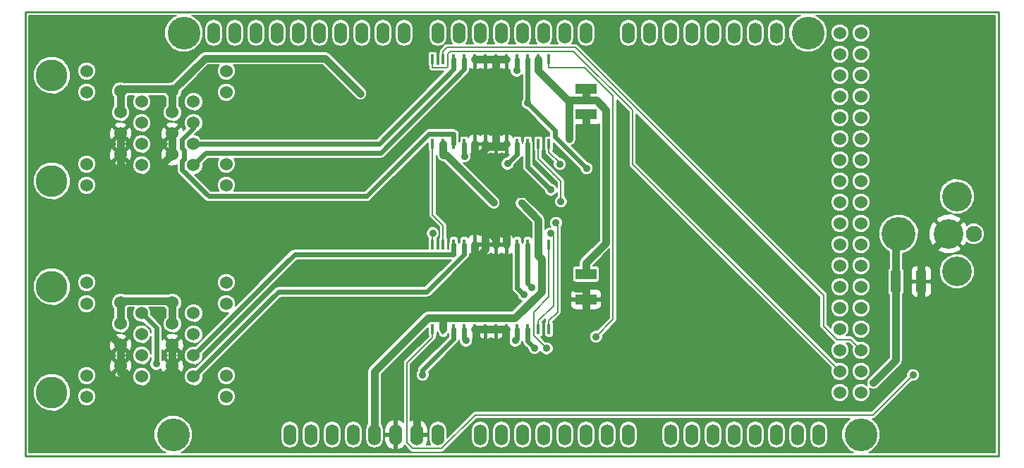
<source format=gbl>
G04 (created by PCBNEW (2013-jul-07)-stable) date Thu 07 Aug 2014 10:44:51 AM EDT*
%MOIN*%
G04 Gerber Fmt 3.4, Leading zero omitted, Abs format*
%FSLAX34Y34*%
G01*
G70*
G90*
G04 APERTURE LIST*
%ADD10C,0.00590551*%
%ADD11C,0.009*%
%ADD12C,0.155*%
%ADD13O,0.06X0.1*%
%ADD14C,0.06*%
%ADD15C,0.076*%
%ADD16C,0.14*%
%ADD17C,0.16*%
%ADD18R,0.05X0.1*%
%ADD19R,0.1X0.05*%
%ADD20R,0.015X0.05*%
%ADD21C,0.15*%
%ADD22C,0.035*%
%ADD23C,0.036*%
%ADD24C,0.008*%
%ADD25C,0.024*%
G04 APERTURE END LIST*
G54D10*
G54D11*
X89500Y-51500D02*
X43500Y-51500D01*
X43500Y-30500D02*
X89500Y-30500D01*
X43500Y-30500D02*
X43500Y-51500D01*
X89500Y-51500D02*
X89500Y-30500D01*
G54D12*
X50500Y-50500D03*
X51000Y-31500D03*
X83000Y-50500D03*
X80500Y-31500D03*
G54D13*
X56000Y-50500D03*
X57000Y-50500D03*
X58000Y-50500D03*
X59000Y-50500D03*
X60000Y-50500D03*
X61000Y-50500D03*
X62000Y-50500D03*
X63000Y-50500D03*
X65000Y-50500D03*
X66000Y-50500D03*
X67000Y-50500D03*
X68000Y-50500D03*
X69000Y-50500D03*
X70000Y-50500D03*
X71000Y-50500D03*
X72000Y-50500D03*
X74000Y-50500D03*
X75000Y-50500D03*
X76000Y-50500D03*
X77000Y-50500D03*
X78000Y-50500D03*
X79000Y-50500D03*
X80000Y-50500D03*
X81000Y-50500D03*
X52400Y-31500D03*
X53400Y-31500D03*
X54400Y-31500D03*
X55400Y-31500D03*
X56400Y-31500D03*
X57400Y-31500D03*
X58400Y-31500D03*
X59400Y-31500D03*
X60400Y-31500D03*
X61400Y-31500D03*
X63000Y-31500D03*
X70000Y-31500D03*
X69000Y-31500D03*
X68000Y-31500D03*
X67000Y-31500D03*
X66000Y-31500D03*
X65000Y-31500D03*
X64000Y-31500D03*
X72000Y-31500D03*
X73000Y-31500D03*
X74000Y-31500D03*
X75000Y-31500D03*
X76000Y-31500D03*
X77000Y-31500D03*
X78000Y-31500D03*
X79000Y-31500D03*
G54D14*
X82000Y-31500D03*
X83000Y-31500D03*
X82000Y-32500D03*
X83000Y-32500D03*
X82000Y-33500D03*
X83000Y-33500D03*
X82000Y-34500D03*
X83000Y-34500D03*
X82000Y-35500D03*
X83000Y-35500D03*
X82000Y-36500D03*
X83000Y-36500D03*
X82000Y-37500D03*
X83000Y-37500D03*
X82000Y-38500D03*
X83000Y-38500D03*
X82000Y-39500D03*
X83000Y-39500D03*
X82000Y-40500D03*
X83000Y-40500D03*
X82000Y-41500D03*
X83000Y-41500D03*
X82000Y-42500D03*
X83000Y-42500D03*
X82000Y-43500D03*
X83000Y-43500D03*
X82000Y-44500D03*
X83000Y-44500D03*
X82000Y-45500D03*
X83000Y-45500D03*
X82000Y-46500D03*
X83000Y-46500D03*
X82000Y-47500D03*
X83000Y-47500D03*
X82000Y-48500D03*
X83000Y-48500D03*
G54D15*
X88320Y-41000D03*
G54D16*
X87140Y-41000D03*
G54D17*
X84780Y-41000D03*
G54D16*
X87530Y-39230D03*
X87530Y-42770D03*
G54D18*
X84650Y-43250D03*
X85850Y-43250D03*
G54D19*
X70000Y-34150D03*
X70000Y-35350D03*
X70000Y-42900D03*
X70000Y-44100D03*
G54D20*
X65750Y-36750D03*
X66250Y-36750D03*
X66750Y-36750D03*
X67250Y-36750D03*
X67750Y-36750D03*
X68250Y-36750D03*
X65250Y-36750D03*
X64750Y-36750D03*
X64250Y-36750D03*
X63750Y-36750D03*
X63250Y-36750D03*
X62750Y-36750D03*
X62750Y-32750D03*
X63250Y-32750D03*
X63750Y-32750D03*
X64250Y-32750D03*
X64750Y-32750D03*
X65250Y-32750D03*
X65750Y-32750D03*
X66250Y-32750D03*
X66750Y-32750D03*
X67250Y-32750D03*
X67750Y-32750D03*
X68250Y-32750D03*
G54D21*
X44750Y-33500D03*
X44750Y-38500D03*
G54D14*
X46400Y-33300D03*
X46400Y-34300D03*
X46400Y-37700D03*
X46400Y-38700D03*
X48000Y-34250D03*
X48000Y-35250D03*
X48000Y-36250D03*
X48000Y-37250D03*
X49000Y-34750D03*
X49000Y-35750D03*
X49000Y-36750D03*
X49000Y-37750D03*
X50450Y-34250D03*
X50450Y-35250D03*
X51450Y-34750D03*
X51450Y-35750D03*
X50450Y-36250D03*
X51450Y-36750D03*
X50450Y-37250D03*
X51450Y-37750D03*
X53000Y-33300D03*
X53000Y-34300D03*
X53000Y-37700D03*
X53000Y-38700D03*
G54D21*
X44750Y-43500D03*
X44750Y-48500D03*
G54D14*
X46400Y-43300D03*
X46400Y-44300D03*
X46400Y-47700D03*
X46400Y-48700D03*
X48000Y-44250D03*
X48000Y-45250D03*
X48000Y-46250D03*
X48000Y-47250D03*
X49000Y-44750D03*
X49000Y-45750D03*
X49000Y-46750D03*
X49000Y-47750D03*
X50450Y-44250D03*
X50450Y-45250D03*
X51450Y-44750D03*
X51450Y-45750D03*
X50450Y-46250D03*
X51450Y-46750D03*
X50450Y-47250D03*
X51450Y-47750D03*
X53000Y-43300D03*
X53000Y-44300D03*
X53000Y-47700D03*
X53000Y-48700D03*
G54D20*
X65750Y-45500D03*
X66250Y-45500D03*
X66750Y-45500D03*
X67250Y-45500D03*
X67750Y-45500D03*
X68250Y-45500D03*
X65250Y-45500D03*
X64750Y-45500D03*
X64250Y-45500D03*
X63750Y-45500D03*
X63250Y-45500D03*
X62750Y-45500D03*
X62750Y-41500D03*
X63250Y-41500D03*
X63750Y-41500D03*
X64250Y-41500D03*
X64750Y-41500D03*
X65250Y-41500D03*
X65750Y-41500D03*
X66250Y-41500D03*
X66750Y-41500D03*
X67250Y-41500D03*
X67750Y-41500D03*
X68250Y-41500D03*
G54D22*
X69213Y-36518D03*
X66954Y-39551D03*
X65636Y-39522D03*
X68765Y-37703D03*
X68585Y-40477D03*
X68323Y-40973D03*
X68813Y-39474D03*
X85459Y-47671D03*
X66723Y-33284D03*
X70024Y-37894D03*
X67250Y-34820D03*
X67571Y-46398D03*
X66660Y-46048D03*
X64328Y-46046D03*
X62280Y-47665D03*
X68337Y-38915D03*
X66294Y-37680D03*
X64255Y-37327D03*
X67080Y-43889D03*
X49697Y-47150D03*
X67431Y-43534D03*
X68141Y-46416D03*
X70473Y-45864D03*
X62754Y-40970D03*
X59329Y-34360D03*
X83580Y-48036D03*
G54D23*
X67750Y-32750D02*
X67750Y-33280D01*
X67750Y-41500D02*
X67750Y-42030D01*
X63250Y-45500D02*
X63250Y-45084D01*
X63250Y-45084D02*
X63250Y-44969D01*
X60000Y-47508D02*
X60000Y-50500D01*
X62538Y-44969D02*
X60000Y-47508D01*
X63250Y-44969D02*
X62538Y-44969D01*
X70000Y-34150D02*
X70000Y-34680D01*
X70489Y-34680D02*
X70000Y-34680D01*
X70945Y-35135D02*
X70489Y-34680D01*
X70945Y-41424D02*
X70945Y-35135D01*
X70000Y-42369D02*
X70945Y-41424D01*
X70000Y-42900D02*
X70000Y-42369D01*
X63394Y-37280D02*
X65636Y-39522D01*
X63250Y-37280D02*
X63394Y-37280D01*
X63250Y-36750D02*
X63250Y-37280D01*
X69213Y-34680D02*
X69213Y-36518D01*
X69150Y-34680D02*
X69213Y-34680D01*
X67750Y-33280D02*
X69150Y-34680D01*
X69213Y-34680D02*
X70000Y-34680D01*
X66648Y-44969D02*
X63250Y-44969D01*
X67892Y-43725D02*
X66648Y-44969D01*
X67892Y-42173D02*
X67892Y-43725D01*
X67750Y-42030D02*
X67892Y-42173D01*
X67750Y-40346D02*
X67750Y-41500D01*
X66954Y-39551D02*
X67750Y-40346D01*
G54D24*
X68250Y-36750D02*
X68250Y-37140D01*
X68765Y-37655D02*
X68765Y-37703D01*
X68250Y-37140D02*
X68765Y-37655D01*
X68250Y-45500D02*
X68250Y-45109D01*
X68653Y-40545D02*
X68585Y-40477D01*
X68653Y-44706D02*
X68653Y-40545D01*
X68250Y-45109D02*
X68653Y-44706D01*
X67750Y-45500D02*
X67750Y-45109D01*
X68465Y-41115D02*
X68323Y-40973D01*
X68465Y-44394D02*
X68465Y-41115D01*
X67750Y-45109D02*
X68465Y-44394D01*
X68813Y-38510D02*
X68813Y-39474D01*
X67750Y-37446D02*
X68813Y-38510D01*
X67750Y-36750D02*
X67750Y-37446D01*
X83568Y-49561D02*
X85459Y-47671D01*
X64766Y-49561D02*
X83568Y-49561D01*
X63180Y-51147D02*
X64766Y-49561D01*
X61804Y-51147D02*
X63180Y-51147D01*
X61537Y-50880D02*
X61804Y-51147D01*
X61537Y-47103D02*
X61537Y-50880D01*
X62750Y-45890D02*
X61537Y-47103D01*
X62750Y-45500D02*
X62750Y-45890D01*
X63250Y-32750D02*
X63250Y-32359D01*
X63430Y-32179D02*
X63250Y-32359D01*
X69490Y-32179D02*
X63430Y-32179D01*
X81226Y-43915D02*
X69490Y-32179D01*
X81226Y-45359D02*
X81226Y-43915D01*
X81866Y-46000D02*
X81226Y-45359D01*
X82500Y-46000D02*
X81866Y-46000D01*
X83000Y-46500D02*
X82500Y-46000D01*
G54D25*
X66750Y-33258D02*
X66723Y-33284D01*
X66750Y-32750D02*
X66750Y-33258D01*
X67250Y-34820D02*
X67250Y-32750D01*
X68545Y-36415D02*
X70024Y-37894D01*
X68545Y-36115D02*
X68545Y-36415D01*
X67250Y-34820D02*
X68545Y-36115D01*
X67250Y-46076D02*
X67250Y-45500D01*
X67571Y-46398D02*
X67250Y-46076D01*
X66739Y-45970D02*
X66750Y-45970D01*
X66660Y-46048D02*
X66739Y-45970D01*
X66750Y-45500D02*
X66750Y-45970D01*
X64250Y-45500D02*
X64250Y-45970D01*
X64252Y-45970D02*
X64328Y-46046D01*
X64250Y-45970D02*
X64252Y-45970D01*
X63750Y-45500D02*
X63750Y-45970D01*
X62280Y-47439D02*
X62280Y-47665D01*
X63750Y-45970D02*
X62280Y-47439D01*
X56229Y-41970D02*
X63750Y-41970D01*
X51450Y-46750D02*
X56229Y-41970D01*
X63750Y-41500D02*
X63750Y-41970D01*
X64250Y-41500D02*
X64250Y-41970D01*
X62478Y-43741D02*
X64250Y-41970D01*
X55458Y-43741D02*
X62478Y-43741D01*
X51450Y-47750D02*
X55458Y-43741D01*
X67250Y-37827D02*
X68337Y-38915D01*
X67250Y-36750D02*
X67250Y-37827D01*
X66750Y-37225D02*
X66294Y-37680D01*
X66750Y-36750D02*
X66750Y-37225D01*
X64250Y-37322D02*
X64250Y-36750D01*
X64255Y-37327D02*
X64250Y-37322D01*
X51450Y-36000D02*
X51450Y-35750D01*
X50911Y-36538D02*
X51450Y-36000D01*
X50911Y-36947D02*
X50911Y-36538D01*
X50989Y-37025D02*
X50911Y-36947D01*
X50989Y-37474D02*
X50989Y-37025D01*
X50918Y-37546D02*
X50989Y-37474D01*
X50918Y-37983D02*
X50918Y-37546D01*
X52157Y-39222D02*
X50918Y-37983D01*
X59635Y-39222D02*
X52157Y-39222D01*
X62578Y-36279D02*
X59635Y-39222D01*
X63750Y-36279D02*
X62578Y-36279D01*
X63750Y-36750D02*
X63750Y-36279D01*
X60220Y-36750D02*
X63750Y-33220D01*
X51450Y-36750D02*
X60220Y-36750D01*
X63750Y-32750D02*
X63750Y-33220D01*
X60290Y-37179D02*
X64250Y-33220D01*
X52020Y-37179D02*
X60290Y-37179D01*
X51450Y-37750D02*
X52020Y-37179D01*
X64250Y-32750D02*
X64250Y-33220D01*
X66750Y-41500D02*
X66750Y-41970D01*
X66750Y-43558D02*
X66750Y-41970D01*
X67080Y-43889D02*
X66750Y-43558D01*
X49697Y-45447D02*
X49697Y-47150D01*
X49000Y-44750D02*
X49697Y-45447D01*
X67250Y-43353D02*
X67250Y-41500D01*
X67431Y-43534D02*
X67250Y-43353D01*
G54D24*
X68250Y-41500D02*
X68250Y-41890D01*
X67534Y-45810D02*
X68141Y-46416D01*
X67534Y-44690D02*
X67534Y-45810D01*
X68250Y-43975D02*
X67534Y-44690D01*
X68250Y-41890D02*
X68250Y-43975D01*
X69941Y-33140D02*
X68250Y-33140D01*
X71285Y-34484D02*
X69941Y-33140D01*
X71285Y-45052D02*
X71285Y-34484D01*
X70473Y-45864D02*
X71285Y-45052D01*
X68250Y-32750D02*
X68250Y-33140D01*
X62750Y-40975D02*
X62754Y-40970D01*
X62750Y-41500D02*
X62750Y-40975D01*
X62750Y-32750D02*
X62750Y-33140D01*
X63419Y-33140D02*
X62750Y-33140D01*
X63465Y-33094D02*
X63419Y-33140D01*
X63465Y-32486D02*
X63465Y-33094D01*
X63591Y-32359D02*
X63465Y-32486D01*
X69415Y-32359D02*
X63591Y-32359D01*
X72205Y-35149D02*
X69415Y-32359D01*
X72205Y-37705D02*
X72205Y-35149D01*
X82000Y-47500D02*
X72205Y-37705D01*
X63250Y-41500D02*
X63250Y-41109D01*
X62750Y-36750D02*
X62750Y-37140D01*
X62750Y-40105D02*
X62750Y-37140D01*
X63250Y-40605D02*
X62750Y-40105D01*
X63250Y-41109D02*
X63250Y-40605D01*
G54D23*
X50450Y-47250D02*
X50450Y-46250D01*
X50450Y-37250D02*
X50450Y-36250D01*
X48000Y-37250D02*
X48000Y-36250D01*
X65250Y-32750D02*
X64750Y-32750D01*
X70000Y-35350D02*
X70000Y-35880D01*
X70000Y-44100D02*
X70000Y-43569D01*
X66250Y-32750D02*
X65750Y-32750D01*
X66250Y-41500D02*
X66250Y-40969D01*
X65250Y-41500D02*
X65250Y-41632D01*
X64750Y-41500D02*
X64750Y-42030D01*
X64951Y-42030D02*
X64750Y-42030D01*
X65250Y-41731D02*
X64951Y-42030D01*
X65250Y-41632D02*
X65250Y-41731D01*
X65750Y-41500D02*
X65750Y-41234D01*
X65750Y-41234D02*
X65750Y-40969D01*
X65484Y-40969D02*
X65250Y-40969D01*
X65750Y-41234D02*
X65484Y-40969D01*
X65250Y-41500D02*
X65250Y-40969D01*
X65750Y-36750D02*
X65750Y-36882D01*
X64750Y-36750D02*
X64750Y-37280D01*
X65750Y-32750D02*
X65250Y-32750D01*
X65750Y-36750D02*
X65750Y-36219D01*
X64879Y-37280D02*
X64750Y-37280D01*
X65048Y-37216D02*
X65250Y-37015D01*
X64921Y-37216D02*
X65048Y-37216D01*
X64921Y-37216D02*
X64921Y-37216D01*
X64879Y-37216D02*
X64921Y-37216D01*
X64879Y-37216D02*
X64879Y-37216D01*
X64879Y-37280D02*
X64879Y-37216D01*
X66117Y-36882D02*
X65750Y-36882D01*
X66250Y-36750D02*
X66117Y-36882D01*
X65750Y-36882D02*
X65250Y-36882D01*
X65250Y-36750D02*
X65250Y-36882D01*
X65250Y-36882D02*
X65250Y-37015D01*
X65750Y-32750D02*
X65750Y-36219D01*
X66250Y-40969D02*
X65750Y-40969D01*
X48000Y-47250D02*
X48000Y-46250D01*
X48000Y-47571D02*
X48000Y-47250D01*
X48781Y-48352D02*
X48000Y-47571D01*
X49669Y-48352D02*
X48781Y-48352D01*
X50450Y-47572D02*
X49669Y-48352D01*
X50450Y-47572D02*
X50450Y-47250D01*
X51213Y-48336D02*
X50450Y-47572D01*
X51696Y-48336D02*
X51213Y-48336D01*
X52122Y-47910D02*
X51696Y-48336D01*
X52122Y-47749D02*
X52122Y-47910D01*
X55461Y-44411D02*
X52122Y-47749D01*
X62383Y-44411D02*
X55461Y-44411D01*
X64750Y-42044D02*
X62383Y-44411D01*
X64750Y-42030D02*
X64750Y-42044D01*
X66250Y-45500D02*
X65750Y-45500D01*
X65250Y-45500D02*
X65750Y-45500D01*
X70483Y-38748D02*
X69215Y-40016D01*
X70483Y-36363D02*
X70483Y-38748D01*
X70000Y-35880D02*
X70483Y-36363D01*
X69215Y-43282D02*
X69215Y-40016D01*
X69503Y-43569D02*
X69215Y-43282D01*
X70000Y-43569D02*
X69503Y-43569D01*
X62000Y-49407D02*
X62000Y-50500D01*
X64808Y-46598D02*
X62000Y-49407D01*
X64808Y-45500D02*
X64808Y-46598D01*
X64750Y-45500D02*
X64808Y-45500D01*
X64808Y-45500D02*
X65250Y-45500D01*
X48000Y-38347D02*
X48000Y-37250D01*
X49352Y-38347D02*
X50450Y-37250D01*
X48000Y-38347D02*
X49352Y-38347D01*
X48000Y-40702D02*
X48000Y-38347D01*
X47410Y-41292D02*
X48000Y-40702D01*
X47410Y-45660D02*
X47410Y-41292D01*
X48000Y-46250D02*
X47410Y-45660D01*
X67785Y-39090D02*
X66388Y-39090D01*
X68711Y-40016D02*
X67785Y-39090D01*
X69215Y-40016D02*
X68711Y-40016D01*
X66388Y-40831D02*
X66388Y-39090D01*
X66250Y-40969D02*
X66388Y-40831D01*
X66388Y-38788D02*
X64879Y-37280D01*
X66388Y-39090D02*
X66388Y-38788D01*
X85850Y-42290D02*
X85850Y-43250D01*
X87140Y-41000D02*
X85850Y-42290D01*
X70000Y-44100D02*
X70000Y-44630D01*
X66205Y-45544D02*
X66250Y-45500D01*
X66205Y-46249D02*
X66205Y-45544D01*
X66836Y-46880D02*
X66205Y-46249D01*
X70000Y-46880D02*
X66836Y-46880D01*
X72208Y-49089D02*
X70000Y-46880D01*
X83230Y-49089D02*
X72208Y-49089D01*
X85850Y-46470D02*
X83230Y-49089D01*
X85850Y-43250D02*
X85850Y-46470D01*
X70000Y-46880D02*
X70000Y-44630D01*
X48000Y-45250D02*
X48000Y-44250D01*
X48000Y-35250D02*
X48000Y-34250D01*
X48094Y-34155D02*
X48000Y-34250D01*
X50355Y-34155D02*
X48094Y-34155D01*
X50450Y-34250D02*
X50355Y-34155D01*
X57670Y-32700D02*
X59329Y-34360D01*
X51999Y-32700D02*
X57670Y-32700D01*
X50450Y-34250D02*
X51999Y-32700D01*
X50450Y-45250D02*
X50450Y-44250D01*
X48089Y-44160D02*
X48000Y-44250D01*
X50360Y-44160D02*
X48089Y-44160D01*
X50450Y-44250D02*
X50360Y-44160D01*
X50450Y-35250D02*
X50450Y-34250D01*
X84650Y-46966D02*
X84650Y-43250D01*
X83580Y-48036D02*
X84650Y-46966D01*
X84650Y-41130D02*
X84780Y-41000D01*
X84650Y-43250D02*
X84650Y-41130D01*
G54D10*
G36*
X89335Y-51335D02*
X88840Y-51335D01*
X88840Y-40897D01*
X88761Y-40705D01*
X88614Y-40559D01*
X88423Y-40480D01*
X88370Y-40480D01*
X88370Y-39063D01*
X88242Y-38754D01*
X88006Y-38518D01*
X87697Y-38390D01*
X87363Y-38389D01*
X87054Y-38517D01*
X86818Y-38753D01*
X86690Y-39062D01*
X86689Y-39396D01*
X86817Y-39705D01*
X87053Y-39941D01*
X87362Y-40069D01*
X87696Y-40070D01*
X88005Y-39942D01*
X88241Y-39706D01*
X88369Y-39397D01*
X88370Y-39063D01*
X88370Y-40480D01*
X88217Y-40479D01*
X88025Y-40558D01*
X87992Y-40591D01*
X87949Y-40486D01*
X87816Y-40408D01*
X87731Y-40493D01*
X87731Y-40323D01*
X87653Y-40190D01*
X87304Y-40055D01*
X86931Y-40064D01*
X86626Y-40190D01*
X86548Y-40323D01*
X87140Y-40915D01*
X87731Y-40323D01*
X87731Y-40493D01*
X87224Y-41000D01*
X87816Y-41591D01*
X87949Y-41513D01*
X87990Y-41406D01*
X88025Y-41440D01*
X88216Y-41519D01*
X88422Y-41520D01*
X88614Y-41441D01*
X88760Y-41294D01*
X88839Y-41103D01*
X88840Y-40897D01*
X88840Y-51335D01*
X88370Y-51335D01*
X88370Y-42603D01*
X88242Y-42294D01*
X88006Y-42058D01*
X87731Y-41944D01*
X87731Y-41676D01*
X87140Y-41084D01*
X87055Y-41169D01*
X87055Y-41000D01*
X86463Y-40408D01*
X86330Y-40486D01*
X86195Y-40835D01*
X86204Y-41208D01*
X86330Y-41513D01*
X86463Y-41591D01*
X87055Y-41000D01*
X87055Y-41169D01*
X86548Y-41676D01*
X86626Y-41809D01*
X86975Y-41944D01*
X87348Y-41935D01*
X87653Y-41809D01*
X87731Y-41676D01*
X87731Y-41944D01*
X87697Y-41930D01*
X87363Y-41929D01*
X87054Y-42057D01*
X86818Y-42293D01*
X86690Y-42602D01*
X86689Y-42936D01*
X86817Y-43245D01*
X87053Y-43481D01*
X87362Y-43609D01*
X87696Y-43610D01*
X88005Y-43482D01*
X88241Y-43246D01*
X88369Y-42937D01*
X88370Y-42603D01*
X88370Y-51335D01*
X86340Y-51335D01*
X86340Y-43702D01*
X86340Y-42797D01*
X86339Y-42702D01*
X86303Y-42613D01*
X86235Y-42546D01*
X86147Y-42509D01*
X85970Y-42510D01*
X85910Y-42570D01*
X85910Y-43190D01*
X86280Y-43190D01*
X86340Y-43130D01*
X86340Y-42797D01*
X86340Y-43702D01*
X86340Y-43370D01*
X86280Y-43310D01*
X85910Y-43310D01*
X85910Y-43930D01*
X85970Y-43990D01*
X86147Y-43990D01*
X86235Y-43953D01*
X86303Y-43886D01*
X86339Y-43797D01*
X86340Y-43702D01*
X86340Y-51335D01*
X85790Y-51335D01*
X85790Y-43930D01*
X85790Y-43310D01*
X85790Y-43190D01*
X85790Y-42570D01*
X85730Y-42510D01*
X85720Y-42509D01*
X85720Y-40813D01*
X85577Y-40468D01*
X85313Y-40203D01*
X84967Y-40060D01*
X84593Y-40059D01*
X84248Y-40202D01*
X83983Y-40466D01*
X83840Y-40812D01*
X83839Y-41186D01*
X83982Y-41531D01*
X84246Y-41796D01*
X84330Y-41830D01*
X84330Y-42627D01*
X84320Y-42631D01*
X84281Y-42670D01*
X84260Y-42722D01*
X84259Y-42777D01*
X84259Y-43777D01*
X84281Y-43829D01*
X84320Y-43868D01*
X84330Y-43872D01*
X84330Y-46833D01*
X83440Y-47723D01*
X83440Y-47412D01*
X83440Y-46412D01*
X83440Y-45412D01*
X83440Y-44412D01*
X83440Y-43412D01*
X83440Y-42412D01*
X83440Y-41412D01*
X83440Y-40412D01*
X83440Y-39412D01*
X83440Y-38412D01*
X83440Y-37412D01*
X83440Y-36412D01*
X83440Y-35412D01*
X83440Y-34412D01*
X83440Y-33412D01*
X83440Y-32412D01*
X83440Y-31412D01*
X83373Y-31251D01*
X83249Y-31127D01*
X83087Y-31060D01*
X82912Y-31059D01*
X82751Y-31126D01*
X82627Y-31250D01*
X82560Y-31412D01*
X82559Y-31587D01*
X82626Y-31748D01*
X82750Y-31872D01*
X82912Y-31939D01*
X83087Y-31940D01*
X83248Y-31873D01*
X83372Y-31749D01*
X83439Y-31587D01*
X83440Y-31412D01*
X83440Y-32412D01*
X83373Y-32251D01*
X83249Y-32127D01*
X83087Y-32060D01*
X82912Y-32059D01*
X82751Y-32126D01*
X82627Y-32250D01*
X82560Y-32412D01*
X82559Y-32587D01*
X82626Y-32748D01*
X82750Y-32872D01*
X82912Y-32939D01*
X83087Y-32940D01*
X83248Y-32873D01*
X83372Y-32749D01*
X83439Y-32587D01*
X83440Y-32412D01*
X83440Y-33412D01*
X83373Y-33251D01*
X83249Y-33127D01*
X83087Y-33060D01*
X82912Y-33059D01*
X82751Y-33126D01*
X82627Y-33250D01*
X82560Y-33412D01*
X82559Y-33587D01*
X82626Y-33748D01*
X82750Y-33872D01*
X82912Y-33939D01*
X83087Y-33940D01*
X83248Y-33873D01*
X83372Y-33749D01*
X83439Y-33587D01*
X83440Y-33412D01*
X83440Y-34412D01*
X83373Y-34251D01*
X83249Y-34127D01*
X83087Y-34060D01*
X82912Y-34059D01*
X82751Y-34126D01*
X82627Y-34250D01*
X82560Y-34412D01*
X82559Y-34587D01*
X82626Y-34748D01*
X82750Y-34872D01*
X82912Y-34939D01*
X83087Y-34940D01*
X83248Y-34873D01*
X83372Y-34749D01*
X83439Y-34587D01*
X83440Y-34412D01*
X83440Y-35412D01*
X83373Y-35251D01*
X83249Y-35127D01*
X83087Y-35060D01*
X82912Y-35059D01*
X82751Y-35126D01*
X82627Y-35250D01*
X82560Y-35412D01*
X82559Y-35587D01*
X82626Y-35748D01*
X82750Y-35872D01*
X82912Y-35939D01*
X83087Y-35940D01*
X83248Y-35873D01*
X83372Y-35749D01*
X83439Y-35587D01*
X83440Y-35412D01*
X83440Y-36412D01*
X83373Y-36251D01*
X83249Y-36127D01*
X83087Y-36060D01*
X82912Y-36059D01*
X82751Y-36126D01*
X82627Y-36250D01*
X82560Y-36412D01*
X82559Y-36587D01*
X82626Y-36748D01*
X82750Y-36872D01*
X82912Y-36939D01*
X83087Y-36940D01*
X83248Y-36873D01*
X83372Y-36749D01*
X83439Y-36587D01*
X83440Y-36412D01*
X83440Y-37412D01*
X83373Y-37251D01*
X83249Y-37127D01*
X83087Y-37060D01*
X82912Y-37059D01*
X82751Y-37126D01*
X82627Y-37250D01*
X82560Y-37412D01*
X82559Y-37587D01*
X82626Y-37748D01*
X82750Y-37872D01*
X82912Y-37939D01*
X83087Y-37940D01*
X83248Y-37873D01*
X83372Y-37749D01*
X83439Y-37587D01*
X83440Y-37412D01*
X83440Y-38412D01*
X83373Y-38251D01*
X83249Y-38127D01*
X83087Y-38060D01*
X82912Y-38059D01*
X82751Y-38126D01*
X82627Y-38250D01*
X82560Y-38412D01*
X82559Y-38587D01*
X82626Y-38748D01*
X82750Y-38872D01*
X82912Y-38939D01*
X83087Y-38940D01*
X83248Y-38873D01*
X83372Y-38749D01*
X83439Y-38587D01*
X83440Y-38412D01*
X83440Y-39412D01*
X83373Y-39251D01*
X83249Y-39127D01*
X83087Y-39060D01*
X82912Y-39059D01*
X82751Y-39126D01*
X82627Y-39250D01*
X82560Y-39412D01*
X82559Y-39587D01*
X82626Y-39748D01*
X82750Y-39872D01*
X82912Y-39939D01*
X83087Y-39940D01*
X83248Y-39873D01*
X83372Y-39749D01*
X83439Y-39587D01*
X83440Y-39412D01*
X83440Y-40412D01*
X83373Y-40251D01*
X83249Y-40127D01*
X83087Y-40060D01*
X82912Y-40059D01*
X82751Y-40126D01*
X82627Y-40250D01*
X82560Y-40412D01*
X82559Y-40587D01*
X82626Y-40748D01*
X82750Y-40872D01*
X82912Y-40939D01*
X83087Y-40940D01*
X83248Y-40873D01*
X83372Y-40749D01*
X83439Y-40587D01*
X83440Y-40412D01*
X83440Y-41412D01*
X83373Y-41251D01*
X83249Y-41127D01*
X83087Y-41060D01*
X82912Y-41059D01*
X82751Y-41126D01*
X82627Y-41250D01*
X82560Y-41412D01*
X82559Y-41587D01*
X82626Y-41748D01*
X82750Y-41872D01*
X82912Y-41939D01*
X83087Y-41940D01*
X83248Y-41873D01*
X83372Y-41749D01*
X83439Y-41587D01*
X83440Y-41412D01*
X83440Y-42412D01*
X83373Y-42251D01*
X83249Y-42127D01*
X83087Y-42060D01*
X82912Y-42059D01*
X82751Y-42126D01*
X82627Y-42250D01*
X82560Y-42412D01*
X82559Y-42587D01*
X82626Y-42748D01*
X82750Y-42872D01*
X82912Y-42939D01*
X83087Y-42940D01*
X83248Y-42873D01*
X83372Y-42749D01*
X83439Y-42587D01*
X83440Y-42412D01*
X83440Y-43412D01*
X83373Y-43251D01*
X83249Y-43127D01*
X83087Y-43060D01*
X82912Y-43059D01*
X82751Y-43126D01*
X82627Y-43250D01*
X82560Y-43412D01*
X82559Y-43587D01*
X82626Y-43748D01*
X82750Y-43872D01*
X82912Y-43939D01*
X83087Y-43940D01*
X83248Y-43873D01*
X83372Y-43749D01*
X83439Y-43587D01*
X83440Y-43412D01*
X83440Y-44412D01*
X83373Y-44251D01*
X83249Y-44127D01*
X83087Y-44060D01*
X82912Y-44059D01*
X82751Y-44126D01*
X82627Y-44250D01*
X82560Y-44412D01*
X82559Y-44587D01*
X82626Y-44748D01*
X82750Y-44872D01*
X82912Y-44939D01*
X83087Y-44940D01*
X83248Y-44873D01*
X83372Y-44749D01*
X83439Y-44587D01*
X83440Y-44412D01*
X83440Y-45412D01*
X83373Y-45251D01*
X83249Y-45127D01*
X83087Y-45060D01*
X82912Y-45059D01*
X82751Y-45126D01*
X82627Y-45250D01*
X82560Y-45412D01*
X82559Y-45587D01*
X82626Y-45748D01*
X82750Y-45872D01*
X82912Y-45939D01*
X83087Y-45940D01*
X83248Y-45873D01*
X83372Y-45749D01*
X83439Y-45587D01*
X83440Y-45412D01*
X83440Y-46412D01*
X83373Y-46251D01*
X83249Y-46127D01*
X83087Y-46060D01*
X82912Y-46059D01*
X82843Y-46088D01*
X82627Y-45872D01*
X82568Y-45833D01*
X82500Y-45820D01*
X82302Y-45820D01*
X82372Y-45749D01*
X82439Y-45587D01*
X82440Y-45412D01*
X82440Y-44412D01*
X82440Y-43412D01*
X82440Y-42412D01*
X82440Y-41412D01*
X82440Y-40412D01*
X82440Y-39412D01*
X82440Y-38412D01*
X82440Y-37412D01*
X82440Y-36412D01*
X82440Y-35412D01*
X82440Y-34412D01*
X82440Y-33412D01*
X82440Y-32412D01*
X82440Y-31412D01*
X82373Y-31251D01*
X82249Y-31127D01*
X82087Y-31060D01*
X81912Y-31059D01*
X81751Y-31126D01*
X81627Y-31250D01*
X81560Y-31412D01*
X81559Y-31587D01*
X81626Y-31748D01*
X81750Y-31872D01*
X81912Y-31939D01*
X82087Y-31940D01*
X82248Y-31873D01*
X82372Y-31749D01*
X82439Y-31587D01*
X82440Y-31412D01*
X82440Y-32412D01*
X82373Y-32251D01*
X82249Y-32127D01*
X82087Y-32060D01*
X81912Y-32059D01*
X81751Y-32126D01*
X81627Y-32250D01*
X81560Y-32412D01*
X81559Y-32587D01*
X81626Y-32748D01*
X81750Y-32872D01*
X81912Y-32939D01*
X82087Y-32940D01*
X82248Y-32873D01*
X82372Y-32749D01*
X82439Y-32587D01*
X82440Y-32412D01*
X82440Y-33412D01*
X82373Y-33251D01*
X82249Y-33127D01*
X82087Y-33060D01*
X81912Y-33059D01*
X81751Y-33126D01*
X81627Y-33250D01*
X81560Y-33412D01*
X81559Y-33587D01*
X81626Y-33748D01*
X81750Y-33872D01*
X81912Y-33939D01*
X82087Y-33940D01*
X82248Y-33873D01*
X82372Y-33749D01*
X82439Y-33587D01*
X82440Y-33412D01*
X82440Y-34412D01*
X82373Y-34251D01*
X82249Y-34127D01*
X82087Y-34060D01*
X81912Y-34059D01*
X81751Y-34126D01*
X81627Y-34250D01*
X81560Y-34412D01*
X81559Y-34587D01*
X81626Y-34748D01*
X81750Y-34872D01*
X81912Y-34939D01*
X82087Y-34940D01*
X82248Y-34873D01*
X82372Y-34749D01*
X82439Y-34587D01*
X82440Y-34412D01*
X82440Y-35412D01*
X82373Y-35251D01*
X82249Y-35127D01*
X82087Y-35060D01*
X81912Y-35059D01*
X81751Y-35126D01*
X81627Y-35250D01*
X81560Y-35412D01*
X81559Y-35587D01*
X81626Y-35748D01*
X81750Y-35872D01*
X81912Y-35939D01*
X82087Y-35940D01*
X82248Y-35873D01*
X82372Y-35749D01*
X82439Y-35587D01*
X82440Y-35412D01*
X82440Y-36412D01*
X82373Y-36251D01*
X82249Y-36127D01*
X82087Y-36060D01*
X81912Y-36059D01*
X81751Y-36126D01*
X81627Y-36250D01*
X81560Y-36412D01*
X81559Y-36587D01*
X81626Y-36748D01*
X81750Y-36872D01*
X81912Y-36939D01*
X82087Y-36940D01*
X82248Y-36873D01*
X82372Y-36749D01*
X82439Y-36587D01*
X82440Y-36412D01*
X82440Y-37412D01*
X82373Y-37251D01*
X82249Y-37127D01*
X82087Y-37060D01*
X81912Y-37059D01*
X81751Y-37126D01*
X81627Y-37250D01*
X81560Y-37412D01*
X81559Y-37587D01*
X81626Y-37748D01*
X81750Y-37872D01*
X81912Y-37939D01*
X82087Y-37940D01*
X82248Y-37873D01*
X82372Y-37749D01*
X82439Y-37587D01*
X82440Y-37412D01*
X82440Y-38412D01*
X82373Y-38251D01*
X82249Y-38127D01*
X82087Y-38060D01*
X81912Y-38059D01*
X81751Y-38126D01*
X81627Y-38250D01*
X81560Y-38412D01*
X81559Y-38587D01*
X81626Y-38748D01*
X81750Y-38872D01*
X81912Y-38939D01*
X82087Y-38940D01*
X82248Y-38873D01*
X82372Y-38749D01*
X82439Y-38587D01*
X82440Y-38412D01*
X82440Y-39412D01*
X82373Y-39251D01*
X82249Y-39127D01*
X82087Y-39060D01*
X81912Y-39059D01*
X81751Y-39126D01*
X81627Y-39250D01*
X81560Y-39412D01*
X81559Y-39587D01*
X81626Y-39748D01*
X81750Y-39872D01*
X81912Y-39939D01*
X82087Y-39940D01*
X82248Y-39873D01*
X82372Y-39749D01*
X82439Y-39587D01*
X82440Y-39412D01*
X82440Y-40412D01*
X82373Y-40251D01*
X82249Y-40127D01*
X82087Y-40060D01*
X81912Y-40059D01*
X81751Y-40126D01*
X81627Y-40250D01*
X81560Y-40412D01*
X81559Y-40587D01*
X81626Y-40748D01*
X81750Y-40872D01*
X81912Y-40939D01*
X82087Y-40940D01*
X82248Y-40873D01*
X82372Y-40749D01*
X82439Y-40587D01*
X82440Y-40412D01*
X82440Y-41412D01*
X82373Y-41251D01*
X82249Y-41127D01*
X82087Y-41060D01*
X81912Y-41059D01*
X81751Y-41126D01*
X81627Y-41250D01*
X81560Y-41412D01*
X81559Y-41587D01*
X81626Y-41748D01*
X81750Y-41872D01*
X81912Y-41939D01*
X82087Y-41940D01*
X82248Y-41873D01*
X82372Y-41749D01*
X82439Y-41587D01*
X82440Y-41412D01*
X82440Y-42412D01*
X82373Y-42251D01*
X82249Y-42127D01*
X82087Y-42060D01*
X81912Y-42059D01*
X81751Y-42126D01*
X81627Y-42250D01*
X81560Y-42412D01*
X81559Y-42587D01*
X81626Y-42748D01*
X81750Y-42872D01*
X81912Y-42939D01*
X82087Y-42940D01*
X82248Y-42873D01*
X82372Y-42749D01*
X82439Y-42587D01*
X82440Y-42412D01*
X82440Y-43412D01*
X82373Y-43251D01*
X82249Y-43127D01*
X82087Y-43060D01*
X81912Y-43059D01*
X81751Y-43126D01*
X81627Y-43250D01*
X81560Y-43412D01*
X81559Y-43587D01*
X81626Y-43748D01*
X81750Y-43872D01*
X81912Y-43939D01*
X82087Y-43940D01*
X82248Y-43873D01*
X82372Y-43749D01*
X82439Y-43587D01*
X82440Y-43412D01*
X82440Y-44412D01*
X82373Y-44251D01*
X82249Y-44127D01*
X82087Y-44060D01*
X81912Y-44059D01*
X81751Y-44126D01*
X81627Y-44250D01*
X81560Y-44412D01*
X81559Y-44587D01*
X81626Y-44748D01*
X81750Y-44872D01*
X81912Y-44939D01*
X82087Y-44940D01*
X82248Y-44873D01*
X82372Y-44749D01*
X82439Y-44587D01*
X82440Y-44412D01*
X82440Y-45412D01*
X82373Y-45251D01*
X82249Y-45127D01*
X82087Y-45060D01*
X81912Y-45059D01*
X81751Y-45126D01*
X81627Y-45250D01*
X81560Y-45412D01*
X81560Y-45439D01*
X81406Y-45285D01*
X81406Y-43915D01*
X81392Y-43846D01*
X81353Y-43788D01*
X79440Y-41875D01*
X79440Y-31712D01*
X79440Y-31287D01*
X79406Y-31119D01*
X79311Y-30976D01*
X79168Y-30880D01*
X79000Y-30847D01*
X78831Y-30880D01*
X78688Y-30976D01*
X78593Y-31119D01*
X78560Y-31287D01*
X78560Y-31712D01*
X78593Y-31880D01*
X78688Y-32023D01*
X78831Y-32119D01*
X79000Y-32152D01*
X79168Y-32119D01*
X79311Y-32023D01*
X79406Y-31880D01*
X79440Y-31712D01*
X79440Y-41875D01*
X78440Y-40875D01*
X78440Y-31712D01*
X78440Y-31287D01*
X78406Y-31119D01*
X78311Y-30976D01*
X78168Y-30880D01*
X78000Y-30847D01*
X77831Y-30880D01*
X77688Y-30976D01*
X77593Y-31119D01*
X77560Y-31287D01*
X77560Y-31712D01*
X77593Y-31880D01*
X77688Y-32023D01*
X77831Y-32119D01*
X78000Y-32152D01*
X78168Y-32119D01*
X78311Y-32023D01*
X78406Y-31880D01*
X78440Y-31712D01*
X78440Y-40875D01*
X77440Y-39875D01*
X77440Y-31712D01*
X77440Y-31287D01*
X77406Y-31119D01*
X77311Y-30976D01*
X77168Y-30880D01*
X77000Y-30847D01*
X76831Y-30880D01*
X76688Y-30976D01*
X76593Y-31119D01*
X76560Y-31287D01*
X76560Y-31712D01*
X76593Y-31880D01*
X76688Y-32023D01*
X76831Y-32119D01*
X77000Y-32152D01*
X77168Y-32119D01*
X77311Y-32023D01*
X77406Y-31880D01*
X77440Y-31712D01*
X77440Y-39875D01*
X76440Y-38875D01*
X76440Y-31712D01*
X76440Y-31287D01*
X76406Y-31119D01*
X76311Y-30976D01*
X76168Y-30880D01*
X76000Y-30847D01*
X75831Y-30880D01*
X75688Y-30976D01*
X75593Y-31119D01*
X75560Y-31287D01*
X75560Y-31712D01*
X75593Y-31880D01*
X75688Y-32023D01*
X75831Y-32119D01*
X76000Y-32152D01*
X76168Y-32119D01*
X76311Y-32023D01*
X76406Y-31880D01*
X76440Y-31712D01*
X76440Y-38875D01*
X75440Y-37875D01*
X75440Y-31712D01*
X75440Y-31287D01*
X75406Y-31119D01*
X75311Y-30976D01*
X75168Y-30880D01*
X75000Y-30847D01*
X74831Y-30880D01*
X74688Y-30976D01*
X74593Y-31119D01*
X74560Y-31287D01*
X74560Y-31712D01*
X74593Y-31880D01*
X74688Y-32023D01*
X74831Y-32119D01*
X75000Y-32152D01*
X75168Y-32119D01*
X75311Y-32023D01*
X75406Y-31880D01*
X75440Y-31712D01*
X75440Y-37875D01*
X74440Y-36875D01*
X74440Y-31712D01*
X74440Y-31287D01*
X74406Y-31119D01*
X74311Y-30976D01*
X74168Y-30880D01*
X74000Y-30847D01*
X73831Y-30880D01*
X73688Y-30976D01*
X73593Y-31119D01*
X73560Y-31287D01*
X73560Y-31712D01*
X73593Y-31880D01*
X73688Y-32023D01*
X73831Y-32119D01*
X74000Y-32152D01*
X74168Y-32119D01*
X74311Y-32023D01*
X74406Y-31880D01*
X74440Y-31712D01*
X74440Y-36875D01*
X73440Y-35875D01*
X73440Y-31712D01*
X73440Y-31287D01*
X73406Y-31119D01*
X73311Y-30976D01*
X73168Y-30880D01*
X73000Y-30847D01*
X72831Y-30880D01*
X72688Y-30976D01*
X72593Y-31119D01*
X72560Y-31287D01*
X72560Y-31712D01*
X72593Y-31880D01*
X72688Y-32023D01*
X72831Y-32119D01*
X73000Y-32152D01*
X73168Y-32119D01*
X73311Y-32023D01*
X73406Y-31880D01*
X73440Y-31712D01*
X73440Y-35875D01*
X72440Y-34875D01*
X72440Y-31712D01*
X72440Y-31287D01*
X72406Y-31119D01*
X72311Y-30976D01*
X72168Y-30880D01*
X72000Y-30847D01*
X71831Y-30880D01*
X71688Y-30976D01*
X71593Y-31119D01*
X71560Y-31287D01*
X71560Y-31712D01*
X71593Y-31880D01*
X71688Y-32023D01*
X71831Y-32119D01*
X72000Y-32152D01*
X72168Y-32119D01*
X72311Y-32023D01*
X72406Y-31880D01*
X72440Y-31712D01*
X72440Y-34875D01*
X70440Y-32875D01*
X70440Y-31712D01*
X70440Y-31287D01*
X70406Y-31119D01*
X70311Y-30976D01*
X70168Y-30880D01*
X70000Y-30847D01*
X69831Y-30880D01*
X69688Y-30976D01*
X69593Y-31119D01*
X69560Y-31287D01*
X69560Y-31712D01*
X69593Y-31880D01*
X69688Y-32023D01*
X69831Y-32119D01*
X70000Y-32152D01*
X70168Y-32119D01*
X70311Y-32023D01*
X70406Y-31880D01*
X70440Y-31712D01*
X70440Y-32875D01*
X69617Y-32052D01*
X69559Y-32013D01*
X69490Y-31999D01*
X69327Y-31999D01*
X69406Y-31880D01*
X69440Y-31712D01*
X69440Y-31287D01*
X69406Y-31119D01*
X69311Y-30976D01*
X69168Y-30880D01*
X69000Y-30847D01*
X68831Y-30880D01*
X68688Y-30976D01*
X68593Y-31119D01*
X68560Y-31287D01*
X68560Y-31712D01*
X68593Y-31880D01*
X68672Y-31999D01*
X68327Y-31999D01*
X68406Y-31880D01*
X68440Y-31712D01*
X68440Y-31287D01*
X68406Y-31119D01*
X68311Y-30976D01*
X68168Y-30880D01*
X68000Y-30847D01*
X67831Y-30880D01*
X67688Y-30976D01*
X67593Y-31119D01*
X67560Y-31287D01*
X67560Y-31712D01*
X67593Y-31880D01*
X67672Y-31999D01*
X67327Y-31999D01*
X67406Y-31880D01*
X67440Y-31712D01*
X67440Y-31287D01*
X67406Y-31119D01*
X67311Y-30976D01*
X67168Y-30880D01*
X67000Y-30847D01*
X66831Y-30880D01*
X66688Y-30976D01*
X66593Y-31119D01*
X66560Y-31287D01*
X66560Y-31712D01*
X66593Y-31880D01*
X66672Y-31999D01*
X66327Y-31999D01*
X66406Y-31880D01*
X66440Y-31712D01*
X66440Y-31287D01*
X66406Y-31119D01*
X66311Y-30976D01*
X66168Y-30880D01*
X66000Y-30847D01*
X65831Y-30880D01*
X65688Y-30976D01*
X65593Y-31119D01*
X65560Y-31287D01*
X65560Y-31712D01*
X65593Y-31880D01*
X65672Y-31999D01*
X65327Y-31999D01*
X65406Y-31880D01*
X65440Y-31712D01*
X65440Y-31287D01*
X65406Y-31119D01*
X65311Y-30976D01*
X65168Y-30880D01*
X65000Y-30847D01*
X64831Y-30880D01*
X64688Y-30976D01*
X64593Y-31119D01*
X64560Y-31287D01*
X64560Y-31712D01*
X64593Y-31880D01*
X64672Y-31999D01*
X64327Y-31999D01*
X64406Y-31880D01*
X64440Y-31712D01*
X64440Y-31287D01*
X64406Y-31119D01*
X64311Y-30976D01*
X64168Y-30880D01*
X64000Y-30847D01*
X63831Y-30880D01*
X63688Y-30976D01*
X63593Y-31119D01*
X63560Y-31287D01*
X63560Y-31712D01*
X63593Y-31880D01*
X63672Y-31999D01*
X63440Y-31999D01*
X63440Y-31712D01*
X63440Y-31287D01*
X63406Y-31119D01*
X63311Y-30976D01*
X63168Y-30880D01*
X63000Y-30847D01*
X62831Y-30880D01*
X62688Y-30976D01*
X62593Y-31119D01*
X62560Y-31287D01*
X62560Y-31712D01*
X62593Y-31880D01*
X62688Y-32023D01*
X62831Y-32119D01*
X63000Y-32152D01*
X63168Y-32119D01*
X63311Y-32023D01*
X63406Y-31880D01*
X63440Y-31712D01*
X63440Y-31999D01*
X63430Y-31999D01*
X63361Y-32013D01*
X63302Y-32052D01*
X63122Y-32232D01*
X63083Y-32290D01*
X63070Y-32359D01*
X63070Y-32406D01*
X63056Y-32420D01*
X63035Y-32472D01*
X63034Y-32527D01*
X63034Y-32960D01*
X62965Y-32960D01*
X62965Y-32472D01*
X62943Y-32420D01*
X62904Y-32381D01*
X62852Y-32360D01*
X62797Y-32359D01*
X62647Y-32359D01*
X62595Y-32381D01*
X62556Y-32420D01*
X62535Y-32472D01*
X62534Y-32527D01*
X62534Y-33027D01*
X62556Y-33079D01*
X62570Y-33092D01*
X62570Y-33140D01*
X62583Y-33209D01*
X62622Y-33267D01*
X62681Y-33306D01*
X62750Y-33320D01*
X63282Y-33320D01*
X61840Y-34762D01*
X61840Y-31712D01*
X61840Y-31287D01*
X61806Y-31119D01*
X61711Y-30976D01*
X61568Y-30880D01*
X61400Y-30847D01*
X61231Y-30880D01*
X61088Y-30976D01*
X60993Y-31119D01*
X60960Y-31287D01*
X60960Y-31712D01*
X60993Y-31880D01*
X61088Y-32023D01*
X61231Y-32119D01*
X61400Y-32152D01*
X61568Y-32119D01*
X61711Y-32023D01*
X61806Y-31880D01*
X61840Y-31712D01*
X61840Y-34762D01*
X60840Y-35762D01*
X60840Y-31712D01*
X60840Y-31287D01*
X60806Y-31119D01*
X60711Y-30976D01*
X60568Y-30880D01*
X60400Y-30847D01*
X60231Y-30880D01*
X60088Y-30976D01*
X59993Y-31119D01*
X59960Y-31287D01*
X59960Y-31712D01*
X59993Y-31880D01*
X60088Y-32023D01*
X60231Y-32119D01*
X60400Y-32152D01*
X60568Y-32119D01*
X60711Y-32023D01*
X60806Y-31880D01*
X60840Y-31712D01*
X60840Y-35762D01*
X60112Y-36490D01*
X59840Y-36490D01*
X59840Y-31712D01*
X59840Y-31287D01*
X59806Y-31119D01*
X59711Y-30976D01*
X59568Y-30880D01*
X59400Y-30847D01*
X59231Y-30880D01*
X59088Y-30976D01*
X58993Y-31119D01*
X58960Y-31287D01*
X58960Y-31712D01*
X58993Y-31880D01*
X59088Y-32023D01*
X59231Y-32119D01*
X59400Y-32152D01*
X59568Y-32119D01*
X59711Y-32023D01*
X59806Y-31880D01*
X59840Y-31712D01*
X59840Y-36490D01*
X59649Y-36490D01*
X59649Y-34360D01*
X59644Y-34334D01*
X59644Y-34297D01*
X59630Y-34262D01*
X59625Y-34237D01*
X59611Y-34216D01*
X59597Y-34181D01*
X59570Y-34155D01*
X59556Y-34133D01*
X58840Y-33417D01*
X58840Y-31712D01*
X58840Y-31287D01*
X58806Y-31119D01*
X58711Y-30976D01*
X58568Y-30880D01*
X58400Y-30847D01*
X58231Y-30880D01*
X58088Y-30976D01*
X57993Y-31119D01*
X57960Y-31287D01*
X57960Y-31712D01*
X57993Y-31880D01*
X58088Y-32023D01*
X58231Y-32119D01*
X58400Y-32152D01*
X58568Y-32119D01*
X58711Y-32023D01*
X58806Y-31880D01*
X58840Y-31712D01*
X58840Y-33417D01*
X57896Y-32474D01*
X57840Y-32436D01*
X57840Y-31712D01*
X57840Y-31287D01*
X57806Y-31119D01*
X57711Y-30976D01*
X57568Y-30880D01*
X57400Y-30847D01*
X57231Y-30880D01*
X57088Y-30976D01*
X56993Y-31119D01*
X56960Y-31287D01*
X56960Y-31712D01*
X56993Y-31880D01*
X57088Y-32023D01*
X57231Y-32119D01*
X57400Y-32152D01*
X57568Y-32119D01*
X57711Y-32023D01*
X57806Y-31880D01*
X57840Y-31712D01*
X57840Y-32436D01*
X57792Y-32404D01*
X57670Y-32380D01*
X56840Y-32380D01*
X56840Y-31712D01*
X56840Y-31287D01*
X56806Y-31119D01*
X56711Y-30976D01*
X56568Y-30880D01*
X56400Y-30847D01*
X56231Y-30880D01*
X56088Y-30976D01*
X55993Y-31119D01*
X55960Y-31287D01*
X55960Y-31712D01*
X55993Y-31880D01*
X56088Y-32023D01*
X56231Y-32119D01*
X56400Y-32152D01*
X56568Y-32119D01*
X56711Y-32023D01*
X56806Y-31880D01*
X56840Y-31712D01*
X56840Y-32380D01*
X55840Y-32380D01*
X55840Y-31712D01*
X55840Y-31287D01*
X55806Y-31119D01*
X55711Y-30976D01*
X55568Y-30880D01*
X55400Y-30847D01*
X55231Y-30880D01*
X55088Y-30976D01*
X54993Y-31119D01*
X54960Y-31287D01*
X54960Y-31712D01*
X54993Y-31880D01*
X55088Y-32023D01*
X55231Y-32119D01*
X55400Y-32152D01*
X55568Y-32119D01*
X55711Y-32023D01*
X55806Y-31880D01*
X55840Y-31712D01*
X55840Y-32380D01*
X54840Y-32380D01*
X54840Y-31712D01*
X54840Y-31287D01*
X54806Y-31119D01*
X54711Y-30976D01*
X54568Y-30880D01*
X54400Y-30847D01*
X54231Y-30880D01*
X54088Y-30976D01*
X53993Y-31119D01*
X53960Y-31287D01*
X53960Y-31712D01*
X53993Y-31880D01*
X54088Y-32023D01*
X54231Y-32119D01*
X54400Y-32152D01*
X54568Y-32119D01*
X54711Y-32023D01*
X54806Y-31880D01*
X54840Y-31712D01*
X54840Y-32380D01*
X53840Y-32380D01*
X53840Y-31712D01*
X53840Y-31287D01*
X53806Y-31119D01*
X53711Y-30976D01*
X53568Y-30880D01*
X53400Y-30847D01*
X53231Y-30880D01*
X53088Y-30976D01*
X52993Y-31119D01*
X52960Y-31287D01*
X52960Y-31712D01*
X52993Y-31880D01*
X53088Y-32023D01*
X53231Y-32119D01*
X53400Y-32152D01*
X53568Y-32119D01*
X53711Y-32023D01*
X53806Y-31880D01*
X53840Y-31712D01*
X53840Y-32380D01*
X52840Y-32380D01*
X52840Y-31712D01*
X52840Y-31287D01*
X52806Y-31119D01*
X52711Y-30976D01*
X52568Y-30880D01*
X52400Y-30847D01*
X52231Y-30880D01*
X52088Y-30976D01*
X51993Y-31119D01*
X51960Y-31287D01*
X51960Y-31712D01*
X51993Y-31880D01*
X52088Y-32023D01*
X52231Y-32119D01*
X52400Y-32152D01*
X52568Y-32119D01*
X52711Y-32023D01*
X52806Y-31880D01*
X52840Y-31712D01*
X52840Y-32380D01*
X51999Y-32380D01*
X51876Y-32404D01*
X51842Y-32427D01*
X51773Y-32474D01*
X50437Y-33809D01*
X50362Y-33809D01*
X50301Y-33835D01*
X48148Y-33835D01*
X48087Y-33810D01*
X47912Y-33809D01*
X47751Y-33876D01*
X47627Y-34000D01*
X47560Y-34162D01*
X47559Y-34337D01*
X47626Y-34498D01*
X47680Y-34552D01*
X47680Y-34947D01*
X47627Y-35000D01*
X47560Y-35162D01*
X47559Y-35337D01*
X47626Y-35498D01*
X47750Y-35622D01*
X47912Y-35689D01*
X48087Y-35690D01*
X48248Y-35623D01*
X48372Y-35499D01*
X48439Y-35337D01*
X48440Y-35162D01*
X48373Y-35001D01*
X48320Y-34947D01*
X48320Y-34552D01*
X48372Y-34499D01*
X48382Y-34475D01*
X48652Y-34475D01*
X48627Y-34500D01*
X48560Y-34662D01*
X48559Y-34837D01*
X48626Y-34998D01*
X48750Y-35122D01*
X48912Y-35189D01*
X49087Y-35190D01*
X49248Y-35123D01*
X49372Y-34999D01*
X49439Y-34837D01*
X49440Y-34662D01*
X49373Y-34501D01*
X49347Y-34475D01*
X50066Y-34475D01*
X50076Y-34498D01*
X50130Y-34552D01*
X50130Y-34947D01*
X50077Y-35000D01*
X50010Y-35162D01*
X50009Y-35337D01*
X50076Y-35498D01*
X50200Y-35622D01*
X50362Y-35689D01*
X50537Y-35690D01*
X50698Y-35623D01*
X50822Y-35499D01*
X50889Y-35337D01*
X50890Y-35162D01*
X50823Y-35001D01*
X50770Y-34947D01*
X50770Y-34552D01*
X50822Y-34499D01*
X50889Y-34337D01*
X50889Y-34262D01*
X52131Y-33020D01*
X52657Y-33020D01*
X52627Y-33050D01*
X52560Y-33212D01*
X52559Y-33387D01*
X52626Y-33548D01*
X52750Y-33672D01*
X52912Y-33739D01*
X53087Y-33740D01*
X53248Y-33673D01*
X53372Y-33549D01*
X53439Y-33387D01*
X53440Y-33212D01*
X53373Y-33051D01*
X53342Y-33020D01*
X57537Y-33020D01*
X59103Y-34586D01*
X59124Y-34600D01*
X59151Y-34626D01*
X59186Y-34641D01*
X59207Y-34655D01*
X59232Y-34660D01*
X59266Y-34674D01*
X59304Y-34674D01*
X59329Y-34679D01*
X59354Y-34675D01*
X59392Y-34675D01*
X59427Y-34660D01*
X59452Y-34655D01*
X59473Y-34641D01*
X59508Y-34627D01*
X59534Y-34600D01*
X59556Y-34586D01*
X59570Y-34565D01*
X59596Y-34538D01*
X59611Y-34503D01*
X59625Y-34482D01*
X59630Y-34457D01*
X59644Y-34422D01*
X59644Y-34385D01*
X59649Y-34360D01*
X59649Y-36490D01*
X53440Y-36490D01*
X53440Y-34212D01*
X53373Y-34051D01*
X53249Y-33927D01*
X53087Y-33860D01*
X52912Y-33859D01*
X52751Y-33926D01*
X52627Y-34050D01*
X52560Y-34212D01*
X52559Y-34387D01*
X52626Y-34548D01*
X52750Y-34672D01*
X52912Y-34739D01*
X53087Y-34740D01*
X53248Y-34673D01*
X53372Y-34549D01*
X53439Y-34387D01*
X53440Y-34212D01*
X53440Y-36490D01*
X51812Y-36490D01*
X51699Y-36377D01*
X51537Y-36310D01*
X51507Y-36310D01*
X51633Y-36183D01*
X51633Y-36183D01*
X51664Y-36137D01*
X51698Y-36123D01*
X51822Y-35999D01*
X51889Y-35837D01*
X51890Y-35662D01*
X51890Y-34662D01*
X51823Y-34501D01*
X51699Y-34377D01*
X51537Y-34310D01*
X51362Y-34309D01*
X51201Y-34376D01*
X51077Y-34500D01*
X51010Y-34662D01*
X51009Y-34837D01*
X51076Y-34998D01*
X51200Y-35122D01*
X51362Y-35189D01*
X51537Y-35190D01*
X51698Y-35123D01*
X51822Y-34999D01*
X51889Y-34837D01*
X51890Y-34662D01*
X51890Y-35662D01*
X51823Y-35501D01*
X51699Y-35377D01*
X51537Y-35310D01*
X51362Y-35309D01*
X51201Y-35376D01*
X51077Y-35500D01*
X51010Y-35662D01*
X51009Y-35837D01*
X51076Y-35998D01*
X51080Y-36002D01*
X50980Y-36102D01*
X50928Y-35976D01*
X50836Y-35948D01*
X50751Y-36032D01*
X50751Y-35863D01*
X50723Y-35771D01*
X50519Y-35703D01*
X50305Y-35718D01*
X50176Y-35771D01*
X50148Y-35863D01*
X50450Y-36165D01*
X50751Y-35863D01*
X50751Y-36032D01*
X50534Y-36250D01*
X50540Y-36255D01*
X50455Y-36340D01*
X50450Y-36334D01*
X50365Y-36419D01*
X50365Y-36250D01*
X50063Y-35948D01*
X49971Y-35976D01*
X49903Y-36180D01*
X49918Y-36394D01*
X49971Y-36523D01*
X50063Y-36551D01*
X50365Y-36250D01*
X50365Y-36419D01*
X50148Y-36636D01*
X50176Y-36728D01*
X50235Y-36747D01*
X50176Y-36771D01*
X50148Y-36863D01*
X50450Y-37165D01*
X50455Y-37159D01*
X50540Y-37244D01*
X50534Y-37250D01*
X50540Y-37255D01*
X50455Y-37340D01*
X50450Y-37334D01*
X50365Y-37419D01*
X50365Y-37250D01*
X50063Y-36948D01*
X49971Y-36976D01*
X49903Y-37180D01*
X49918Y-37394D01*
X49971Y-37523D01*
X50063Y-37551D01*
X50365Y-37250D01*
X50365Y-37419D01*
X50148Y-37636D01*
X50176Y-37728D01*
X50380Y-37796D01*
X50594Y-37781D01*
X50658Y-37754D01*
X50658Y-37983D01*
X50677Y-38082D01*
X50734Y-38167D01*
X51973Y-39406D01*
X52058Y-39462D01*
X52157Y-39482D01*
X59635Y-39482D01*
X59734Y-39462D01*
X59819Y-39406D01*
X62534Y-36690D01*
X62534Y-37027D01*
X62556Y-37079D01*
X62570Y-37092D01*
X62570Y-37140D01*
X62570Y-40105D01*
X62583Y-40174D01*
X62622Y-40233D01*
X63070Y-40680D01*
X63070Y-41109D01*
X63070Y-41156D01*
X63056Y-41170D01*
X63035Y-41222D01*
X63034Y-41277D01*
X63034Y-41710D01*
X62965Y-41710D01*
X62965Y-41222D01*
X62960Y-41210D01*
X63021Y-41149D01*
X63069Y-41033D01*
X63069Y-40908D01*
X63021Y-40792D01*
X62933Y-40703D01*
X62817Y-40655D01*
X62692Y-40655D01*
X62576Y-40703D01*
X62487Y-40791D01*
X62439Y-40907D01*
X62439Y-41032D01*
X62487Y-41148D01*
X62542Y-41203D01*
X62535Y-41222D01*
X62534Y-41277D01*
X62534Y-41710D01*
X56229Y-41710D01*
X56146Y-41726D01*
X56130Y-41729D01*
X56046Y-41786D01*
X53436Y-44395D01*
X53439Y-44387D01*
X53440Y-44212D01*
X53440Y-43212D01*
X53373Y-43051D01*
X53249Y-42927D01*
X53087Y-42860D01*
X52912Y-42859D01*
X52751Y-42926D01*
X52627Y-43050D01*
X52560Y-43212D01*
X52559Y-43387D01*
X52626Y-43548D01*
X52750Y-43672D01*
X52912Y-43739D01*
X53087Y-43740D01*
X53248Y-43673D01*
X53372Y-43549D01*
X53439Y-43387D01*
X53440Y-43212D01*
X53440Y-44212D01*
X53373Y-44051D01*
X53249Y-43927D01*
X53087Y-43860D01*
X52912Y-43859D01*
X52751Y-43926D01*
X52627Y-44050D01*
X52560Y-44212D01*
X52559Y-44387D01*
X52626Y-44548D01*
X52750Y-44672D01*
X52912Y-44739D01*
X53087Y-44740D01*
X53095Y-44736D01*
X51890Y-45942D01*
X51890Y-45662D01*
X51890Y-44662D01*
X51823Y-44501D01*
X51699Y-44377D01*
X51537Y-44310D01*
X51362Y-44309D01*
X51201Y-44376D01*
X51077Y-44500D01*
X51010Y-44662D01*
X51009Y-44837D01*
X51076Y-44998D01*
X51200Y-45122D01*
X51362Y-45189D01*
X51537Y-45190D01*
X51698Y-45123D01*
X51822Y-44999D01*
X51889Y-44837D01*
X51890Y-44662D01*
X51890Y-45662D01*
X51823Y-45501D01*
X51699Y-45377D01*
X51537Y-45310D01*
X51362Y-45309D01*
X51201Y-45376D01*
X51077Y-45500D01*
X51010Y-45662D01*
X51009Y-45837D01*
X51076Y-45998D01*
X51200Y-46122D01*
X51362Y-46189D01*
X51537Y-46190D01*
X51698Y-46123D01*
X51822Y-45999D01*
X51889Y-45837D01*
X51890Y-45662D01*
X51890Y-45942D01*
X51522Y-46310D01*
X51362Y-46309D01*
X51201Y-46376D01*
X51077Y-46500D01*
X51010Y-46662D01*
X51009Y-46837D01*
X51076Y-46998D01*
X51200Y-47122D01*
X51362Y-47189D01*
X51537Y-47190D01*
X51698Y-47123D01*
X51822Y-46999D01*
X51889Y-46837D01*
X51890Y-46677D01*
X56337Y-42230D01*
X63622Y-42230D01*
X62371Y-43481D01*
X55458Y-43481D01*
X55359Y-43501D01*
X55331Y-43519D01*
X55274Y-43557D01*
X51522Y-47310D01*
X51362Y-47309D01*
X51201Y-47376D01*
X51077Y-47500D01*
X51010Y-47662D01*
X51009Y-47837D01*
X51076Y-47998D01*
X51200Y-48122D01*
X51362Y-48189D01*
X51537Y-48190D01*
X51698Y-48123D01*
X51822Y-47999D01*
X51889Y-47837D01*
X51890Y-47677D01*
X55566Y-44001D01*
X62478Y-44001D01*
X62578Y-43981D01*
X62662Y-43925D01*
X64433Y-42153D01*
X64490Y-42069D01*
X64509Y-41970D01*
X64510Y-41970D01*
X64510Y-41924D01*
X64539Y-41953D01*
X64627Y-41990D01*
X64652Y-41990D01*
X64712Y-41930D01*
X64712Y-41560D01*
X64682Y-41560D01*
X64682Y-41440D01*
X64712Y-41440D01*
X64712Y-41070D01*
X64652Y-41010D01*
X64627Y-41009D01*
X64539Y-41046D01*
X64471Y-41113D01*
X64445Y-41175D01*
X64443Y-41170D01*
X64404Y-41131D01*
X64352Y-41110D01*
X64297Y-41109D01*
X64147Y-41109D01*
X64095Y-41131D01*
X64056Y-41170D01*
X64035Y-41222D01*
X64034Y-41277D01*
X64034Y-41362D01*
X64009Y-41400D01*
X64000Y-41449D01*
X63990Y-41400D01*
X63965Y-41362D01*
X63965Y-41222D01*
X63943Y-41170D01*
X63904Y-41131D01*
X63852Y-41110D01*
X63797Y-41109D01*
X63647Y-41109D01*
X63595Y-41131D01*
X63556Y-41170D01*
X63535Y-41222D01*
X63534Y-41277D01*
X63534Y-41362D01*
X63509Y-41400D01*
X63490Y-41500D01*
X63490Y-41710D01*
X63465Y-41710D01*
X63465Y-41222D01*
X63443Y-41170D01*
X63430Y-41157D01*
X63430Y-41109D01*
X63430Y-40605D01*
X63416Y-40537D01*
X63377Y-40478D01*
X62930Y-40031D01*
X62930Y-37280D01*
X62954Y-37402D01*
X63023Y-37506D01*
X63127Y-37575D01*
X63250Y-37600D01*
X63262Y-37600D01*
X65410Y-39748D01*
X65431Y-39762D01*
X65458Y-39788D01*
X65492Y-39803D01*
X65514Y-39817D01*
X65539Y-39822D01*
X65573Y-39836D01*
X65611Y-39836D01*
X65636Y-39842D01*
X65661Y-39837D01*
X65699Y-39837D01*
X65734Y-39822D01*
X65759Y-39817D01*
X65780Y-39803D01*
X65815Y-39789D01*
X65841Y-39762D01*
X65863Y-39748D01*
X65877Y-39727D01*
X65903Y-39700D01*
X65918Y-39665D01*
X65932Y-39644D01*
X65937Y-39619D01*
X65951Y-39584D01*
X65951Y-39547D01*
X65956Y-39522D01*
X65951Y-39496D01*
X65951Y-39459D01*
X65937Y-39424D01*
X65932Y-39399D01*
X65918Y-39378D01*
X65904Y-39343D01*
X65877Y-39317D01*
X65863Y-39295D01*
X65712Y-39145D01*
X65712Y-37180D01*
X65712Y-36810D01*
X65712Y-36690D01*
X65712Y-36320D01*
X65712Y-33180D01*
X65712Y-32810D01*
X65505Y-32810D01*
X65495Y-32810D01*
X65287Y-32810D01*
X65287Y-33180D01*
X65347Y-33240D01*
X65372Y-33240D01*
X65460Y-33203D01*
X65500Y-33164D01*
X65539Y-33203D01*
X65627Y-33240D01*
X65652Y-33240D01*
X65712Y-33180D01*
X65712Y-36320D01*
X65652Y-36260D01*
X65627Y-36259D01*
X65539Y-36296D01*
X65500Y-36335D01*
X65460Y-36296D01*
X65372Y-36259D01*
X65347Y-36260D01*
X65287Y-36320D01*
X65287Y-36690D01*
X65495Y-36690D01*
X65505Y-36690D01*
X65712Y-36690D01*
X65712Y-36810D01*
X65505Y-36810D01*
X65495Y-36810D01*
X65287Y-36810D01*
X65287Y-37180D01*
X65347Y-37240D01*
X65372Y-37240D01*
X65460Y-37203D01*
X65500Y-37164D01*
X65539Y-37203D01*
X65627Y-37240D01*
X65652Y-37240D01*
X65712Y-37180D01*
X65712Y-39145D01*
X65212Y-38645D01*
X65212Y-37180D01*
X65212Y-36810D01*
X65212Y-36690D01*
X65212Y-36320D01*
X65212Y-33180D01*
X65212Y-32810D01*
X65005Y-32810D01*
X64995Y-32810D01*
X64787Y-32810D01*
X64787Y-33180D01*
X64847Y-33240D01*
X64872Y-33240D01*
X64960Y-33203D01*
X65000Y-33164D01*
X65039Y-33203D01*
X65127Y-33240D01*
X65152Y-33240D01*
X65212Y-33180D01*
X65212Y-36320D01*
X65152Y-36260D01*
X65127Y-36259D01*
X65039Y-36296D01*
X65000Y-36335D01*
X64960Y-36296D01*
X64872Y-36259D01*
X64847Y-36260D01*
X64787Y-36320D01*
X64787Y-36690D01*
X64995Y-36690D01*
X65005Y-36690D01*
X65212Y-36690D01*
X65212Y-36810D01*
X65005Y-36810D01*
X64995Y-36810D01*
X64787Y-36810D01*
X64787Y-37180D01*
X64847Y-37240D01*
X64872Y-37240D01*
X64960Y-37203D01*
X65000Y-37164D01*
X65039Y-37203D01*
X65127Y-37240D01*
X65152Y-37240D01*
X65212Y-37180D01*
X65212Y-38645D01*
X64209Y-37642D01*
X64317Y-37642D01*
X64433Y-37594D01*
X64522Y-37506D01*
X64570Y-37390D01*
X64570Y-37265D01*
X64545Y-37206D01*
X64627Y-37240D01*
X64652Y-37240D01*
X64712Y-37180D01*
X64712Y-36810D01*
X64682Y-36810D01*
X64682Y-36690D01*
X64712Y-36690D01*
X64712Y-36320D01*
X64652Y-36260D01*
X64627Y-36259D01*
X64539Y-36296D01*
X64471Y-36363D01*
X64445Y-36425D01*
X64443Y-36420D01*
X64404Y-36381D01*
X64352Y-36360D01*
X64297Y-36359D01*
X64147Y-36359D01*
X64095Y-36381D01*
X64056Y-36420D01*
X64035Y-36472D01*
X64034Y-36527D01*
X64034Y-36612D01*
X64010Y-36650D01*
X64010Y-36279D01*
X63990Y-36180D01*
X63933Y-36096D01*
X63849Y-36039D01*
X63750Y-36019D01*
X62578Y-36019D01*
X62478Y-36039D01*
X62450Y-36058D01*
X62394Y-36096D01*
X59527Y-38962D01*
X53359Y-38962D01*
X53372Y-38949D01*
X53439Y-38787D01*
X53440Y-38612D01*
X53373Y-38451D01*
X53249Y-38327D01*
X53087Y-38260D01*
X52912Y-38259D01*
X52751Y-38326D01*
X52627Y-38450D01*
X52560Y-38612D01*
X52559Y-38787D01*
X52626Y-38948D01*
X52640Y-38962D01*
X52265Y-38962D01*
X51492Y-38190D01*
X51537Y-38190D01*
X51698Y-38123D01*
X51822Y-37999D01*
X51889Y-37837D01*
X51890Y-37677D01*
X52127Y-37439D01*
X52637Y-37439D01*
X52627Y-37450D01*
X52560Y-37612D01*
X52559Y-37787D01*
X52626Y-37948D01*
X52750Y-38072D01*
X52912Y-38139D01*
X53087Y-38140D01*
X53248Y-38073D01*
X53372Y-37949D01*
X53439Y-37787D01*
X53440Y-37612D01*
X53373Y-37451D01*
X53362Y-37439D01*
X60290Y-37439D01*
X60389Y-37420D01*
X60474Y-37363D01*
X64433Y-33403D01*
X64433Y-33403D01*
X64471Y-33347D01*
X64490Y-33319D01*
X64490Y-33319D01*
X64509Y-33220D01*
X64510Y-33220D01*
X64510Y-33174D01*
X64539Y-33203D01*
X64627Y-33240D01*
X64652Y-33240D01*
X64712Y-33180D01*
X64712Y-32810D01*
X64682Y-32810D01*
X64682Y-32690D01*
X64712Y-32690D01*
X64712Y-32682D01*
X64787Y-32682D01*
X64787Y-32690D01*
X64995Y-32690D01*
X65005Y-32690D01*
X65212Y-32690D01*
X65212Y-32682D01*
X65287Y-32682D01*
X65287Y-32690D01*
X65495Y-32690D01*
X65505Y-32690D01*
X65712Y-32690D01*
X65712Y-32682D01*
X65787Y-32682D01*
X65787Y-32690D01*
X65995Y-32690D01*
X66005Y-32690D01*
X66212Y-32690D01*
X66212Y-32682D01*
X66287Y-32682D01*
X66287Y-32690D01*
X66317Y-32690D01*
X66317Y-32810D01*
X66287Y-32810D01*
X66287Y-33180D01*
X66347Y-33240D01*
X66372Y-33240D01*
X66408Y-33225D01*
X66408Y-33347D01*
X66456Y-33462D01*
X66544Y-33551D01*
X66660Y-33599D01*
X66785Y-33599D01*
X66901Y-33551D01*
X66990Y-33463D01*
X66990Y-34634D01*
X66983Y-34641D01*
X66935Y-34757D01*
X66934Y-34882D01*
X66982Y-34998D01*
X67071Y-35087D01*
X67187Y-35135D01*
X67197Y-35135D01*
X68285Y-36223D01*
X68285Y-36359D01*
X68147Y-36359D01*
X68095Y-36381D01*
X68056Y-36420D01*
X68035Y-36472D01*
X68034Y-36527D01*
X68034Y-37027D01*
X68056Y-37079D01*
X68070Y-37092D01*
X68070Y-37140D01*
X68083Y-37209D01*
X68122Y-37267D01*
X68464Y-37608D01*
X68450Y-37641D01*
X68450Y-37766D01*
X68498Y-37882D01*
X68587Y-37970D01*
X68702Y-38018D01*
X68828Y-38018D01*
X68944Y-37971D01*
X69032Y-37882D01*
X69080Y-37766D01*
X69080Y-37641D01*
X69033Y-37525D01*
X68944Y-37437D01*
X68828Y-37388D01*
X68753Y-37388D01*
X68443Y-37079D01*
X68464Y-37027D01*
X68465Y-36972D01*
X68465Y-36702D01*
X69709Y-37947D01*
X69709Y-37956D01*
X69757Y-38072D01*
X69845Y-38161D01*
X69961Y-38209D01*
X70086Y-38209D01*
X70202Y-38161D01*
X70291Y-38073D01*
X70339Y-37957D01*
X70339Y-37832D01*
X70291Y-37716D01*
X70202Y-37627D01*
X70087Y-37579D01*
X70077Y-37579D01*
X69315Y-36817D01*
X69336Y-36813D01*
X69357Y-36799D01*
X69392Y-36785D01*
X69418Y-36758D01*
X69440Y-36744D01*
X69454Y-36723D01*
X69480Y-36696D01*
X69495Y-36662D01*
X69509Y-36640D01*
X69514Y-36615D01*
X69528Y-36581D01*
X69528Y-36543D01*
X69533Y-36518D01*
X69533Y-35840D01*
X69547Y-35840D01*
X69880Y-35840D01*
X69940Y-35780D01*
X69940Y-35410D01*
X69932Y-35410D01*
X69932Y-35290D01*
X69940Y-35290D01*
X69940Y-35282D01*
X70060Y-35282D01*
X70060Y-35290D01*
X70067Y-35290D01*
X70067Y-35410D01*
X70060Y-35410D01*
X70060Y-35780D01*
X70120Y-35840D01*
X70452Y-35840D01*
X70547Y-35839D01*
X70625Y-35807D01*
X70625Y-41291D01*
X69773Y-42143D01*
X69704Y-42247D01*
X69680Y-42369D01*
X69680Y-42509D01*
X69472Y-42509D01*
X69420Y-42531D01*
X69381Y-42570D01*
X69360Y-42622D01*
X69359Y-42677D01*
X69359Y-43177D01*
X69381Y-43229D01*
X69420Y-43268D01*
X69472Y-43289D01*
X69527Y-43290D01*
X70527Y-43290D01*
X70579Y-43268D01*
X70618Y-43229D01*
X70639Y-43177D01*
X70640Y-43122D01*
X70640Y-42622D01*
X70618Y-42570D01*
X70579Y-42531D01*
X70527Y-42510D01*
X70472Y-42509D01*
X70320Y-42509D01*
X70320Y-42502D01*
X71105Y-41716D01*
X71105Y-44977D01*
X70740Y-45343D01*
X70740Y-44397D01*
X70740Y-43802D01*
X70703Y-43714D01*
X70636Y-43646D01*
X70547Y-43610D01*
X70452Y-43609D01*
X70120Y-43610D01*
X70060Y-43670D01*
X70060Y-44040D01*
X70680Y-44040D01*
X70740Y-43980D01*
X70740Y-43802D01*
X70740Y-44397D01*
X70740Y-44220D01*
X70680Y-44160D01*
X70060Y-44160D01*
X70060Y-44530D01*
X70120Y-44590D01*
X70452Y-44590D01*
X70547Y-44589D01*
X70636Y-44553D01*
X70703Y-44485D01*
X70740Y-44397D01*
X70740Y-45343D01*
X70533Y-45549D01*
X70411Y-45549D01*
X70295Y-45597D01*
X70206Y-45685D01*
X70158Y-45801D01*
X70158Y-45926D01*
X70206Y-46042D01*
X70294Y-46131D01*
X70410Y-46179D01*
X70535Y-46179D01*
X70651Y-46131D01*
X70740Y-46042D01*
X70788Y-45927D01*
X70788Y-45803D01*
X71412Y-45179D01*
X71412Y-45179D01*
X71451Y-45121D01*
X71465Y-45052D01*
X71465Y-45052D01*
X71465Y-34664D01*
X72025Y-35224D01*
X72025Y-37705D01*
X72038Y-37774D01*
X72077Y-37832D01*
X81588Y-47343D01*
X81560Y-47412D01*
X81559Y-47587D01*
X81626Y-47748D01*
X81750Y-47872D01*
X81912Y-47939D01*
X82087Y-47940D01*
X82248Y-47873D01*
X82372Y-47749D01*
X82439Y-47587D01*
X82440Y-47412D01*
X82373Y-47251D01*
X82249Y-47127D01*
X82087Y-47060D01*
X81912Y-47059D01*
X81843Y-47088D01*
X72385Y-37630D01*
X72385Y-35329D01*
X81046Y-43990D01*
X81046Y-45359D01*
X81059Y-45428D01*
X81098Y-45486D01*
X81739Y-46127D01*
X81739Y-46127D01*
X81746Y-46131D01*
X81746Y-46131D01*
X81627Y-46250D01*
X81560Y-46412D01*
X81559Y-46587D01*
X81626Y-46748D01*
X81750Y-46872D01*
X81912Y-46939D01*
X82087Y-46940D01*
X82248Y-46873D01*
X82372Y-46749D01*
X82439Y-46587D01*
X82440Y-46412D01*
X82373Y-46251D01*
X82302Y-46180D01*
X82425Y-46180D01*
X82588Y-46343D01*
X82560Y-46412D01*
X82559Y-46587D01*
X82626Y-46748D01*
X82750Y-46872D01*
X82912Y-46939D01*
X83087Y-46940D01*
X83248Y-46873D01*
X83372Y-46749D01*
X83439Y-46587D01*
X83440Y-46412D01*
X83440Y-47412D01*
X83373Y-47251D01*
X83249Y-47127D01*
X83087Y-47060D01*
X82912Y-47059D01*
X82751Y-47126D01*
X82627Y-47250D01*
X82560Y-47412D01*
X82559Y-47587D01*
X82626Y-47748D01*
X82750Y-47872D01*
X82912Y-47939D01*
X83087Y-47940D01*
X83248Y-47873D01*
X83372Y-47749D01*
X83439Y-47587D01*
X83440Y-47412D01*
X83440Y-47723D01*
X83353Y-47810D01*
X83339Y-47831D01*
X83313Y-47857D01*
X83298Y-47892D01*
X83284Y-47913D01*
X83279Y-47938D01*
X83265Y-47973D01*
X83265Y-48011D01*
X83260Y-48036D01*
X83265Y-48061D01*
X83265Y-48098D01*
X83279Y-48133D01*
X83284Y-48158D01*
X83291Y-48169D01*
X83249Y-48127D01*
X83087Y-48060D01*
X82912Y-48059D01*
X82751Y-48126D01*
X82627Y-48250D01*
X82560Y-48412D01*
X82559Y-48587D01*
X82626Y-48748D01*
X82750Y-48872D01*
X82912Y-48939D01*
X83087Y-48940D01*
X83248Y-48873D01*
X83372Y-48749D01*
X83439Y-48587D01*
X83440Y-48412D01*
X83390Y-48291D01*
X83401Y-48303D01*
X83436Y-48317D01*
X83457Y-48331D01*
X83482Y-48336D01*
X83517Y-48351D01*
X83554Y-48351D01*
X83580Y-48356D01*
X83605Y-48351D01*
X83642Y-48351D01*
X83677Y-48336D01*
X83702Y-48331D01*
X83723Y-48317D01*
X83758Y-48303D01*
X83785Y-48276D01*
X83806Y-48262D01*
X84876Y-47192D01*
X84876Y-47192D01*
X84922Y-47123D01*
X84945Y-47088D01*
X84945Y-47088D01*
X84969Y-46966D01*
X84970Y-46966D01*
X84970Y-43872D01*
X84979Y-43868D01*
X85018Y-43829D01*
X85039Y-43777D01*
X85040Y-43722D01*
X85040Y-42722D01*
X85018Y-42670D01*
X84979Y-42631D01*
X84970Y-42627D01*
X84970Y-41938D01*
X85311Y-41797D01*
X85576Y-41533D01*
X85719Y-41187D01*
X85720Y-40813D01*
X85720Y-42509D01*
X85552Y-42509D01*
X85464Y-42546D01*
X85396Y-42613D01*
X85360Y-42702D01*
X85359Y-42797D01*
X85360Y-43130D01*
X85420Y-43190D01*
X85790Y-43190D01*
X85790Y-43310D01*
X85420Y-43310D01*
X85360Y-43370D01*
X85359Y-43702D01*
X85360Y-43797D01*
X85396Y-43886D01*
X85464Y-43953D01*
X85552Y-43990D01*
X85730Y-43990D01*
X85790Y-43930D01*
X85790Y-51335D01*
X83375Y-51335D01*
X83517Y-51276D01*
X83775Y-51018D01*
X83914Y-50682D01*
X83915Y-50318D01*
X83776Y-49982D01*
X83535Y-49741D01*
X83568Y-49741D01*
X83637Y-49727D01*
X83696Y-49688D01*
X85398Y-47986D01*
X85521Y-47986D01*
X85637Y-47938D01*
X85725Y-47849D01*
X85773Y-47734D01*
X85774Y-47608D01*
X85726Y-47492D01*
X85637Y-47404D01*
X85521Y-47356D01*
X85396Y-47356D01*
X85280Y-47403D01*
X85192Y-47492D01*
X85144Y-47608D01*
X85143Y-47731D01*
X83494Y-49381D01*
X82440Y-49381D01*
X82440Y-48412D01*
X82373Y-48251D01*
X82249Y-48127D01*
X82087Y-48060D01*
X81912Y-48059D01*
X81751Y-48126D01*
X81627Y-48250D01*
X81560Y-48412D01*
X81559Y-48587D01*
X81626Y-48748D01*
X81750Y-48872D01*
X81912Y-48939D01*
X82087Y-48940D01*
X82248Y-48873D01*
X82372Y-48749D01*
X82439Y-48587D01*
X82440Y-48412D01*
X82440Y-49381D01*
X69940Y-49381D01*
X69940Y-44530D01*
X69940Y-44160D01*
X69940Y-44040D01*
X69940Y-43670D01*
X69880Y-43610D01*
X69547Y-43609D01*
X69452Y-43610D01*
X69363Y-43646D01*
X69296Y-43714D01*
X69259Y-43802D01*
X69260Y-43980D01*
X69320Y-44040D01*
X69940Y-44040D01*
X69940Y-44160D01*
X69320Y-44160D01*
X69260Y-44220D01*
X69259Y-44397D01*
X69296Y-44485D01*
X69363Y-44553D01*
X69452Y-44589D01*
X69547Y-44590D01*
X69880Y-44590D01*
X69940Y-44530D01*
X69940Y-49381D01*
X69128Y-49381D01*
X69128Y-39412D01*
X69081Y-39296D01*
X68993Y-39209D01*
X68993Y-38510D01*
X68993Y-38510D01*
X68980Y-38441D01*
X68956Y-38406D01*
X68941Y-38383D01*
X68941Y-38383D01*
X67930Y-37372D01*
X67930Y-37093D01*
X67943Y-37079D01*
X67964Y-37027D01*
X67965Y-36972D01*
X67965Y-36472D01*
X67943Y-36420D01*
X67904Y-36381D01*
X67852Y-36360D01*
X67797Y-36359D01*
X67647Y-36359D01*
X67595Y-36381D01*
X67556Y-36420D01*
X67535Y-36472D01*
X67534Y-36527D01*
X67534Y-37027D01*
X67556Y-37079D01*
X67570Y-37092D01*
X67570Y-37446D01*
X67583Y-37515D01*
X67622Y-37573D01*
X68633Y-38585D01*
X68633Y-38806D01*
X68605Y-38736D01*
X68516Y-38648D01*
X68400Y-38600D01*
X68390Y-38600D01*
X67510Y-37719D01*
X67510Y-36750D01*
X67490Y-36650D01*
X67465Y-36612D01*
X67465Y-36472D01*
X67443Y-36420D01*
X67404Y-36381D01*
X67352Y-36360D01*
X67297Y-36359D01*
X67147Y-36359D01*
X67095Y-36381D01*
X67056Y-36420D01*
X67035Y-36472D01*
X67034Y-36527D01*
X67034Y-36612D01*
X67009Y-36650D01*
X67000Y-36699D01*
X66990Y-36650D01*
X66965Y-36612D01*
X66965Y-36472D01*
X66943Y-36420D01*
X66904Y-36381D01*
X66852Y-36360D01*
X66797Y-36359D01*
X66647Y-36359D01*
X66595Y-36381D01*
X66556Y-36420D01*
X66554Y-36425D01*
X66528Y-36363D01*
X66460Y-36296D01*
X66372Y-36259D01*
X66347Y-36260D01*
X66287Y-36320D01*
X66287Y-36690D01*
X66317Y-36690D01*
X66317Y-36810D01*
X66287Y-36810D01*
X66287Y-37180D01*
X66347Y-37240D01*
X66367Y-37240D01*
X66242Y-37365D01*
X66232Y-37365D01*
X66212Y-37373D01*
X66212Y-37180D01*
X66212Y-36810D01*
X66212Y-36690D01*
X66212Y-36320D01*
X66212Y-33180D01*
X66212Y-32810D01*
X66005Y-32810D01*
X65995Y-32810D01*
X65787Y-32810D01*
X65787Y-33180D01*
X65847Y-33240D01*
X65872Y-33240D01*
X65960Y-33203D01*
X66000Y-33164D01*
X66039Y-33203D01*
X66127Y-33240D01*
X66152Y-33240D01*
X66212Y-33180D01*
X66212Y-36320D01*
X66152Y-36260D01*
X66127Y-36259D01*
X66039Y-36296D01*
X66000Y-36335D01*
X65960Y-36296D01*
X65872Y-36259D01*
X65847Y-36260D01*
X65787Y-36320D01*
X65787Y-36690D01*
X65995Y-36690D01*
X66005Y-36690D01*
X66212Y-36690D01*
X66212Y-36810D01*
X66005Y-36810D01*
X65995Y-36810D01*
X65787Y-36810D01*
X65787Y-37180D01*
X65847Y-37240D01*
X65872Y-37240D01*
X65960Y-37203D01*
X66000Y-37164D01*
X66039Y-37203D01*
X66127Y-37240D01*
X66152Y-37240D01*
X66212Y-37180D01*
X66212Y-37373D01*
X66116Y-37413D01*
X66027Y-37502D01*
X65979Y-37617D01*
X65979Y-37743D01*
X66027Y-37858D01*
X66116Y-37947D01*
X66231Y-37995D01*
X66357Y-37995D01*
X66473Y-37947D01*
X66561Y-37859D01*
X66609Y-37743D01*
X66609Y-37733D01*
X66933Y-37409D01*
X66933Y-37409D01*
X66990Y-37325D01*
X66990Y-37827D01*
X67009Y-37926D01*
X67066Y-38010D01*
X68022Y-38967D01*
X68022Y-38977D01*
X68070Y-39093D01*
X68159Y-39181D01*
X68274Y-39229D01*
X68400Y-39230D01*
X68516Y-39182D01*
X68604Y-39093D01*
X68633Y-39023D01*
X68633Y-39209D01*
X68547Y-39296D01*
X68498Y-39411D01*
X68498Y-39537D01*
X68546Y-39653D01*
X68635Y-39741D01*
X68751Y-39789D01*
X68876Y-39789D01*
X68992Y-39742D01*
X69080Y-39653D01*
X69128Y-39537D01*
X69128Y-39412D01*
X69128Y-49381D01*
X66212Y-49381D01*
X66212Y-45930D01*
X66212Y-45560D01*
X66005Y-45560D01*
X65995Y-45560D01*
X65787Y-45560D01*
X65787Y-45930D01*
X65847Y-45990D01*
X65872Y-45990D01*
X65960Y-45953D01*
X66000Y-45914D01*
X66039Y-45953D01*
X66127Y-45990D01*
X66152Y-45990D01*
X66212Y-45930D01*
X66212Y-49381D01*
X65712Y-49381D01*
X65712Y-45930D01*
X65712Y-45560D01*
X65505Y-45560D01*
X65495Y-45560D01*
X65287Y-45560D01*
X65287Y-45930D01*
X65347Y-45990D01*
X65372Y-45990D01*
X65460Y-45953D01*
X65500Y-45914D01*
X65539Y-45953D01*
X65627Y-45990D01*
X65652Y-45990D01*
X65712Y-45930D01*
X65712Y-49381D01*
X65212Y-49381D01*
X65212Y-45930D01*
X65212Y-45560D01*
X65005Y-45560D01*
X64995Y-45560D01*
X64787Y-45560D01*
X64787Y-45930D01*
X64847Y-45990D01*
X64872Y-45990D01*
X64960Y-45953D01*
X65000Y-45914D01*
X65039Y-45953D01*
X65127Y-45990D01*
X65152Y-45990D01*
X65212Y-45930D01*
X65212Y-49381D01*
X64766Y-49381D01*
X64697Y-49395D01*
X64639Y-49434D01*
X63440Y-50633D01*
X63440Y-50287D01*
X63406Y-50119D01*
X63311Y-49976D01*
X63168Y-49880D01*
X63000Y-49847D01*
X62831Y-49880D01*
X62688Y-49976D01*
X62593Y-50119D01*
X62560Y-50287D01*
X62560Y-50712D01*
X62593Y-50880D01*
X62651Y-50967D01*
X62470Y-50967D01*
X62475Y-50962D01*
X62540Y-50760D01*
X62540Y-50560D01*
X62540Y-50440D01*
X62540Y-50240D01*
X62475Y-50037D01*
X62339Y-49875D01*
X62143Y-49779D01*
X62060Y-49823D01*
X62060Y-50440D01*
X62540Y-50440D01*
X62540Y-50560D01*
X62060Y-50560D01*
X62060Y-50567D01*
X61940Y-50567D01*
X61940Y-50560D01*
X61932Y-50560D01*
X61932Y-50440D01*
X61940Y-50440D01*
X61940Y-49823D01*
X61856Y-49779D01*
X61717Y-49847D01*
X61717Y-47177D01*
X62877Y-46017D01*
X62916Y-45959D01*
X62930Y-45890D01*
X62930Y-45843D01*
X62943Y-45829D01*
X62964Y-45777D01*
X62965Y-45722D01*
X62965Y-45638D01*
X63023Y-45726D01*
X63034Y-45733D01*
X63034Y-45777D01*
X63056Y-45829D01*
X63095Y-45868D01*
X63147Y-45889D01*
X63202Y-45890D01*
X63352Y-45890D01*
X63404Y-45868D01*
X63443Y-45829D01*
X63464Y-45777D01*
X63465Y-45733D01*
X63476Y-45726D01*
X63490Y-45705D01*
X63490Y-45862D01*
X62096Y-47255D01*
X62040Y-47339D01*
X62020Y-47439D01*
X62020Y-47479D01*
X62013Y-47486D01*
X61965Y-47602D01*
X61965Y-47727D01*
X62013Y-47843D01*
X62102Y-47931D01*
X62217Y-47979D01*
X62343Y-47980D01*
X62458Y-47932D01*
X62547Y-47843D01*
X62595Y-47727D01*
X62595Y-47602D01*
X62563Y-47524D01*
X63933Y-46153D01*
X63933Y-46153D01*
X63971Y-46097D01*
X63990Y-46069D01*
X63990Y-46069D01*
X64000Y-46020D01*
X64009Y-46069D01*
X64013Y-46075D01*
X64013Y-46108D01*
X64061Y-46224D01*
X64150Y-46313D01*
X64265Y-46361D01*
X64391Y-46361D01*
X64506Y-46313D01*
X64595Y-46225D01*
X64643Y-46109D01*
X64643Y-45990D01*
X64652Y-45990D01*
X64712Y-45930D01*
X64712Y-45560D01*
X64682Y-45560D01*
X64682Y-45440D01*
X64712Y-45440D01*
X64712Y-45432D01*
X64787Y-45432D01*
X64787Y-45440D01*
X64995Y-45440D01*
X65005Y-45440D01*
X65212Y-45440D01*
X65212Y-45432D01*
X65287Y-45432D01*
X65287Y-45440D01*
X65495Y-45440D01*
X65505Y-45440D01*
X65712Y-45440D01*
X65712Y-45432D01*
X65787Y-45432D01*
X65787Y-45440D01*
X65995Y-45440D01*
X66005Y-45440D01*
X66212Y-45440D01*
X66212Y-45432D01*
X66287Y-45432D01*
X66287Y-45440D01*
X66317Y-45440D01*
X66317Y-45560D01*
X66287Y-45560D01*
X66287Y-45930D01*
X66345Y-45988D01*
X66345Y-46111D01*
X66393Y-46227D01*
X66481Y-46315D01*
X66597Y-46363D01*
X66723Y-46363D01*
X66838Y-46316D01*
X66927Y-46227D01*
X66975Y-46111D01*
X66975Y-46091D01*
X66990Y-46069D01*
X66990Y-46076D01*
X67009Y-46175D01*
X67066Y-46260D01*
X67256Y-46451D01*
X67256Y-46460D01*
X67304Y-46576D01*
X67393Y-46665D01*
X67508Y-46713D01*
X67634Y-46713D01*
X67750Y-46665D01*
X67838Y-46577D01*
X67852Y-46543D01*
X67873Y-46594D01*
X67962Y-46683D01*
X68078Y-46731D01*
X68203Y-46731D01*
X68319Y-46683D01*
X68408Y-46595D01*
X68456Y-46479D01*
X68456Y-46354D01*
X68408Y-46238D01*
X68319Y-46149D01*
X68204Y-46101D01*
X68080Y-46101D01*
X67864Y-45885D01*
X67904Y-45868D01*
X67943Y-45829D01*
X67964Y-45777D01*
X67965Y-45722D01*
X67965Y-45222D01*
X67943Y-45170D01*
X67943Y-45170D01*
X68104Y-45010D01*
X68083Y-45040D01*
X68070Y-45109D01*
X68070Y-45156D01*
X68056Y-45170D01*
X68035Y-45222D01*
X68034Y-45277D01*
X68034Y-45777D01*
X68056Y-45829D01*
X68095Y-45868D01*
X68147Y-45889D01*
X68202Y-45890D01*
X68352Y-45890D01*
X68404Y-45868D01*
X68443Y-45829D01*
X68464Y-45777D01*
X68465Y-45722D01*
X68465Y-45222D01*
X68443Y-45170D01*
X68443Y-45170D01*
X68780Y-44833D01*
X68819Y-44775D01*
X68833Y-44706D01*
X68833Y-44706D01*
X68833Y-40675D01*
X68852Y-40656D01*
X68900Y-40540D01*
X68900Y-40415D01*
X68853Y-40299D01*
X68764Y-40210D01*
X68648Y-40162D01*
X68523Y-40162D01*
X68407Y-40210D01*
X68319Y-40299D01*
X68270Y-40414D01*
X68270Y-40540D01*
X68318Y-40656D01*
X68320Y-40658D01*
X68260Y-40658D01*
X68144Y-40705D01*
X68070Y-40780D01*
X68070Y-40346D01*
X68045Y-40223D01*
X67976Y-40120D01*
X67976Y-40120D01*
X67180Y-39324D01*
X67159Y-39310D01*
X67133Y-39284D01*
X67098Y-39269D01*
X67077Y-39255D01*
X67052Y-39250D01*
X67017Y-39236D01*
X66979Y-39236D01*
X66954Y-39231D01*
X66929Y-39236D01*
X66892Y-39235D01*
X66857Y-39250D01*
X66832Y-39255D01*
X66810Y-39269D01*
X66776Y-39283D01*
X66749Y-39310D01*
X66728Y-39324D01*
X66714Y-39345D01*
X66687Y-39372D01*
X66673Y-39407D01*
X66659Y-39428D01*
X66654Y-39453D01*
X66639Y-39488D01*
X66639Y-39525D01*
X66634Y-39551D01*
X66639Y-39576D01*
X66639Y-39613D01*
X66653Y-39648D01*
X66659Y-39673D01*
X66673Y-39694D01*
X66687Y-39729D01*
X66714Y-39755D01*
X66728Y-39777D01*
X67430Y-40478D01*
X67430Y-41157D01*
X67404Y-41131D01*
X67352Y-41110D01*
X67297Y-41109D01*
X67147Y-41109D01*
X67095Y-41131D01*
X67056Y-41170D01*
X67035Y-41222D01*
X67034Y-41277D01*
X67034Y-41362D01*
X67009Y-41400D01*
X67000Y-41449D01*
X66990Y-41400D01*
X66965Y-41362D01*
X66965Y-41222D01*
X66943Y-41170D01*
X66904Y-41131D01*
X66852Y-41110D01*
X66797Y-41109D01*
X66647Y-41109D01*
X66595Y-41131D01*
X66556Y-41170D01*
X66554Y-41175D01*
X66528Y-41113D01*
X66460Y-41046D01*
X66372Y-41009D01*
X66347Y-41010D01*
X66287Y-41070D01*
X66287Y-41440D01*
X66317Y-41440D01*
X66317Y-41560D01*
X66287Y-41560D01*
X66287Y-41930D01*
X66347Y-41990D01*
X66372Y-41990D01*
X66460Y-41953D01*
X66490Y-41924D01*
X66490Y-41970D01*
X66490Y-43558D01*
X66509Y-43657D01*
X66566Y-43742D01*
X66765Y-43941D01*
X66765Y-43951D01*
X66813Y-44067D01*
X66902Y-44155D01*
X66978Y-44187D01*
X66516Y-44649D01*
X66212Y-44649D01*
X66212Y-41930D01*
X66212Y-41560D01*
X66212Y-41440D01*
X66212Y-41070D01*
X66152Y-41010D01*
X66127Y-41009D01*
X66039Y-41046D01*
X66000Y-41085D01*
X65960Y-41046D01*
X65872Y-41009D01*
X65847Y-41010D01*
X65787Y-41070D01*
X65787Y-41440D01*
X65995Y-41440D01*
X66005Y-41440D01*
X66212Y-41440D01*
X66212Y-41560D01*
X66005Y-41560D01*
X65995Y-41560D01*
X65787Y-41560D01*
X65787Y-41930D01*
X65847Y-41990D01*
X65872Y-41990D01*
X65960Y-41953D01*
X66000Y-41914D01*
X66039Y-41953D01*
X66127Y-41990D01*
X66152Y-41990D01*
X66212Y-41930D01*
X66212Y-44649D01*
X65712Y-44649D01*
X65712Y-41930D01*
X65712Y-41560D01*
X65712Y-41440D01*
X65712Y-41070D01*
X65652Y-41010D01*
X65627Y-41009D01*
X65539Y-41046D01*
X65500Y-41085D01*
X65460Y-41046D01*
X65372Y-41009D01*
X65347Y-41010D01*
X65287Y-41070D01*
X65287Y-41440D01*
X65495Y-41440D01*
X65505Y-41440D01*
X65712Y-41440D01*
X65712Y-41560D01*
X65505Y-41560D01*
X65495Y-41560D01*
X65287Y-41560D01*
X65287Y-41930D01*
X65347Y-41990D01*
X65372Y-41990D01*
X65460Y-41953D01*
X65500Y-41914D01*
X65539Y-41953D01*
X65627Y-41990D01*
X65652Y-41990D01*
X65712Y-41930D01*
X65712Y-44649D01*
X65212Y-44649D01*
X65212Y-41930D01*
X65212Y-41560D01*
X65212Y-41440D01*
X65212Y-41070D01*
X65152Y-41010D01*
X65127Y-41009D01*
X65039Y-41046D01*
X65000Y-41085D01*
X64960Y-41046D01*
X64872Y-41009D01*
X64847Y-41010D01*
X64787Y-41070D01*
X64787Y-41440D01*
X64995Y-41440D01*
X65005Y-41440D01*
X65212Y-41440D01*
X65212Y-41560D01*
X65005Y-41560D01*
X64995Y-41560D01*
X64787Y-41560D01*
X64787Y-41930D01*
X64847Y-41990D01*
X64872Y-41990D01*
X64960Y-41953D01*
X65000Y-41914D01*
X65039Y-41953D01*
X65127Y-41990D01*
X65152Y-41990D01*
X65212Y-41930D01*
X65212Y-44649D01*
X63250Y-44649D01*
X62538Y-44649D01*
X62416Y-44674D01*
X62312Y-44743D01*
X59773Y-47282D01*
X59704Y-47385D01*
X59680Y-47508D01*
X59680Y-49989D01*
X59593Y-50119D01*
X59560Y-50287D01*
X59560Y-50712D01*
X59593Y-50880D01*
X59688Y-51023D01*
X59831Y-51119D01*
X60000Y-51152D01*
X60168Y-51119D01*
X60311Y-51023D01*
X60406Y-50880D01*
X60440Y-50712D01*
X60440Y-50287D01*
X60406Y-50119D01*
X60320Y-49989D01*
X60320Y-47640D01*
X62534Y-45425D01*
X62534Y-45777D01*
X62556Y-45829D01*
X62556Y-45829D01*
X61409Y-46975D01*
X61370Y-47034D01*
X61357Y-47103D01*
X61357Y-49896D01*
X61339Y-49875D01*
X61143Y-49779D01*
X61060Y-49823D01*
X61060Y-50440D01*
X61067Y-50440D01*
X61067Y-50560D01*
X61060Y-50560D01*
X61060Y-51176D01*
X61143Y-51220D01*
X61339Y-51124D01*
X61424Y-51022D01*
X61677Y-51275D01*
X61677Y-51275D01*
X61735Y-51314D01*
X61804Y-51327D01*
X63180Y-51327D01*
X63248Y-51314D01*
X63307Y-51275D01*
X64841Y-49741D01*
X82464Y-49741D01*
X82224Y-49981D01*
X82085Y-50317D01*
X82084Y-50681D01*
X82223Y-51017D01*
X82481Y-51275D01*
X82624Y-51335D01*
X81440Y-51335D01*
X81440Y-50712D01*
X81440Y-50287D01*
X81406Y-50119D01*
X81311Y-49976D01*
X81168Y-49880D01*
X81000Y-49847D01*
X80831Y-49880D01*
X80688Y-49976D01*
X80593Y-50119D01*
X80560Y-50287D01*
X80560Y-50712D01*
X80593Y-50880D01*
X80688Y-51023D01*
X80831Y-51119D01*
X81000Y-51152D01*
X81168Y-51119D01*
X81311Y-51023D01*
X81406Y-50880D01*
X81440Y-50712D01*
X81440Y-51335D01*
X80440Y-51335D01*
X80440Y-50712D01*
X80440Y-50287D01*
X80406Y-50119D01*
X80311Y-49976D01*
X80168Y-49880D01*
X80000Y-49847D01*
X79831Y-49880D01*
X79688Y-49976D01*
X79593Y-50119D01*
X79560Y-50287D01*
X79560Y-50712D01*
X79593Y-50880D01*
X79688Y-51023D01*
X79831Y-51119D01*
X80000Y-51152D01*
X80168Y-51119D01*
X80311Y-51023D01*
X80406Y-50880D01*
X80440Y-50712D01*
X80440Y-51335D01*
X79440Y-51335D01*
X79440Y-50712D01*
X79440Y-50287D01*
X79406Y-50119D01*
X79311Y-49976D01*
X79168Y-49880D01*
X79000Y-49847D01*
X78831Y-49880D01*
X78688Y-49976D01*
X78593Y-50119D01*
X78560Y-50287D01*
X78560Y-50712D01*
X78593Y-50880D01*
X78688Y-51023D01*
X78831Y-51119D01*
X79000Y-51152D01*
X79168Y-51119D01*
X79311Y-51023D01*
X79406Y-50880D01*
X79440Y-50712D01*
X79440Y-51335D01*
X78440Y-51335D01*
X78440Y-50712D01*
X78440Y-50287D01*
X78406Y-50119D01*
X78311Y-49976D01*
X78168Y-49880D01*
X78000Y-49847D01*
X77831Y-49880D01*
X77688Y-49976D01*
X77593Y-50119D01*
X77560Y-50287D01*
X77560Y-50712D01*
X77593Y-50880D01*
X77688Y-51023D01*
X77831Y-51119D01*
X78000Y-51152D01*
X78168Y-51119D01*
X78311Y-51023D01*
X78406Y-50880D01*
X78440Y-50712D01*
X78440Y-51335D01*
X77440Y-51335D01*
X77440Y-50712D01*
X77440Y-50287D01*
X77406Y-50119D01*
X77311Y-49976D01*
X77168Y-49880D01*
X77000Y-49847D01*
X76831Y-49880D01*
X76688Y-49976D01*
X76593Y-50119D01*
X76560Y-50287D01*
X76560Y-50712D01*
X76593Y-50880D01*
X76688Y-51023D01*
X76831Y-51119D01*
X77000Y-51152D01*
X77168Y-51119D01*
X77311Y-51023D01*
X77406Y-50880D01*
X77440Y-50712D01*
X77440Y-51335D01*
X76440Y-51335D01*
X76440Y-50712D01*
X76440Y-50287D01*
X76406Y-50119D01*
X76311Y-49976D01*
X76168Y-49880D01*
X76000Y-49847D01*
X75831Y-49880D01*
X75688Y-49976D01*
X75593Y-50119D01*
X75560Y-50287D01*
X75560Y-50712D01*
X75593Y-50880D01*
X75688Y-51023D01*
X75831Y-51119D01*
X76000Y-51152D01*
X76168Y-51119D01*
X76311Y-51023D01*
X76406Y-50880D01*
X76440Y-50712D01*
X76440Y-51335D01*
X75440Y-51335D01*
X75440Y-50712D01*
X75440Y-50287D01*
X75406Y-50119D01*
X75311Y-49976D01*
X75168Y-49880D01*
X75000Y-49847D01*
X74831Y-49880D01*
X74688Y-49976D01*
X74593Y-50119D01*
X74560Y-50287D01*
X74560Y-50712D01*
X74593Y-50880D01*
X74688Y-51023D01*
X74831Y-51119D01*
X75000Y-51152D01*
X75168Y-51119D01*
X75311Y-51023D01*
X75406Y-50880D01*
X75440Y-50712D01*
X75440Y-51335D01*
X74440Y-51335D01*
X74440Y-50712D01*
X74440Y-50287D01*
X74406Y-50119D01*
X74311Y-49976D01*
X74168Y-49880D01*
X74000Y-49847D01*
X73831Y-49880D01*
X73688Y-49976D01*
X73593Y-50119D01*
X73560Y-50287D01*
X73560Y-50712D01*
X73593Y-50880D01*
X73688Y-51023D01*
X73831Y-51119D01*
X74000Y-51152D01*
X74168Y-51119D01*
X74311Y-51023D01*
X74406Y-50880D01*
X74440Y-50712D01*
X74440Y-51335D01*
X72440Y-51335D01*
X72440Y-50712D01*
X72440Y-50287D01*
X72406Y-50119D01*
X72311Y-49976D01*
X72168Y-49880D01*
X72000Y-49847D01*
X71831Y-49880D01*
X71688Y-49976D01*
X71593Y-50119D01*
X71560Y-50287D01*
X71560Y-50712D01*
X71593Y-50880D01*
X71688Y-51023D01*
X71831Y-51119D01*
X72000Y-51152D01*
X72168Y-51119D01*
X72311Y-51023D01*
X72406Y-50880D01*
X72440Y-50712D01*
X72440Y-51335D01*
X71440Y-51335D01*
X71440Y-50712D01*
X71440Y-50287D01*
X71406Y-50119D01*
X71311Y-49976D01*
X71168Y-49880D01*
X71000Y-49847D01*
X70831Y-49880D01*
X70688Y-49976D01*
X70593Y-50119D01*
X70560Y-50287D01*
X70560Y-50712D01*
X70593Y-50880D01*
X70688Y-51023D01*
X70831Y-51119D01*
X71000Y-51152D01*
X71168Y-51119D01*
X71311Y-51023D01*
X71406Y-50880D01*
X71440Y-50712D01*
X71440Y-51335D01*
X70440Y-51335D01*
X70440Y-50712D01*
X70440Y-50287D01*
X70406Y-50119D01*
X70311Y-49976D01*
X70168Y-49880D01*
X70000Y-49847D01*
X69831Y-49880D01*
X69688Y-49976D01*
X69593Y-50119D01*
X69560Y-50287D01*
X69560Y-50712D01*
X69593Y-50880D01*
X69688Y-51023D01*
X69831Y-51119D01*
X70000Y-51152D01*
X70168Y-51119D01*
X70311Y-51023D01*
X70406Y-50880D01*
X70440Y-50712D01*
X70440Y-51335D01*
X69440Y-51335D01*
X69440Y-50712D01*
X69440Y-50287D01*
X69406Y-50119D01*
X69311Y-49976D01*
X69168Y-49880D01*
X69000Y-49847D01*
X68831Y-49880D01*
X68688Y-49976D01*
X68593Y-50119D01*
X68560Y-50287D01*
X68560Y-50712D01*
X68593Y-50880D01*
X68688Y-51023D01*
X68831Y-51119D01*
X69000Y-51152D01*
X69168Y-51119D01*
X69311Y-51023D01*
X69406Y-50880D01*
X69440Y-50712D01*
X69440Y-51335D01*
X68440Y-51335D01*
X68440Y-50712D01*
X68440Y-50287D01*
X68406Y-50119D01*
X68311Y-49976D01*
X68168Y-49880D01*
X68000Y-49847D01*
X67831Y-49880D01*
X67688Y-49976D01*
X67593Y-50119D01*
X67560Y-50287D01*
X67560Y-50712D01*
X67593Y-50880D01*
X67688Y-51023D01*
X67831Y-51119D01*
X68000Y-51152D01*
X68168Y-51119D01*
X68311Y-51023D01*
X68406Y-50880D01*
X68440Y-50712D01*
X68440Y-51335D01*
X67440Y-51335D01*
X67440Y-50712D01*
X67440Y-50287D01*
X67406Y-50119D01*
X67311Y-49976D01*
X67168Y-49880D01*
X67000Y-49847D01*
X66831Y-49880D01*
X66688Y-49976D01*
X66593Y-50119D01*
X66560Y-50287D01*
X66560Y-50712D01*
X66593Y-50880D01*
X66688Y-51023D01*
X66831Y-51119D01*
X67000Y-51152D01*
X67168Y-51119D01*
X67311Y-51023D01*
X67406Y-50880D01*
X67440Y-50712D01*
X67440Y-51335D01*
X66440Y-51335D01*
X66440Y-50712D01*
X66440Y-50287D01*
X66406Y-50119D01*
X66311Y-49976D01*
X66168Y-49880D01*
X66000Y-49847D01*
X65831Y-49880D01*
X65688Y-49976D01*
X65593Y-50119D01*
X65560Y-50287D01*
X65560Y-50712D01*
X65593Y-50880D01*
X65688Y-51023D01*
X65831Y-51119D01*
X66000Y-51152D01*
X66168Y-51119D01*
X66311Y-51023D01*
X66406Y-50880D01*
X66440Y-50712D01*
X66440Y-51335D01*
X65440Y-51335D01*
X65440Y-50712D01*
X65440Y-50287D01*
X65406Y-50119D01*
X65311Y-49976D01*
X65168Y-49880D01*
X65000Y-49847D01*
X64831Y-49880D01*
X64688Y-49976D01*
X64593Y-50119D01*
X64560Y-50287D01*
X64560Y-50712D01*
X64593Y-50880D01*
X64688Y-51023D01*
X64831Y-51119D01*
X65000Y-51152D01*
X65168Y-51119D01*
X65311Y-51023D01*
X65406Y-50880D01*
X65440Y-50712D01*
X65440Y-51335D01*
X60940Y-51335D01*
X60940Y-51176D01*
X60940Y-50560D01*
X60940Y-50440D01*
X60940Y-49823D01*
X60856Y-49779D01*
X60660Y-49875D01*
X60524Y-50037D01*
X60460Y-50240D01*
X60460Y-50440D01*
X60940Y-50440D01*
X60940Y-50560D01*
X60460Y-50560D01*
X60460Y-50760D01*
X60524Y-50962D01*
X60660Y-51124D01*
X60856Y-51220D01*
X60940Y-51176D01*
X60940Y-51335D01*
X59440Y-51335D01*
X59440Y-50712D01*
X59440Y-50287D01*
X59406Y-50119D01*
X59311Y-49976D01*
X59168Y-49880D01*
X59000Y-49847D01*
X58831Y-49880D01*
X58688Y-49976D01*
X58593Y-50119D01*
X58560Y-50287D01*
X58560Y-50712D01*
X58593Y-50880D01*
X58688Y-51023D01*
X58831Y-51119D01*
X59000Y-51152D01*
X59168Y-51119D01*
X59311Y-51023D01*
X59406Y-50880D01*
X59440Y-50712D01*
X59440Y-51335D01*
X58440Y-51335D01*
X58440Y-50712D01*
X58440Y-50287D01*
X58406Y-50119D01*
X58311Y-49976D01*
X58168Y-49880D01*
X58000Y-49847D01*
X57831Y-49880D01*
X57688Y-49976D01*
X57593Y-50119D01*
X57560Y-50287D01*
X57560Y-50712D01*
X57593Y-50880D01*
X57688Y-51023D01*
X57831Y-51119D01*
X58000Y-51152D01*
X58168Y-51119D01*
X58311Y-51023D01*
X58406Y-50880D01*
X58440Y-50712D01*
X58440Y-51335D01*
X57440Y-51335D01*
X57440Y-50712D01*
X57440Y-50287D01*
X57406Y-50119D01*
X57311Y-49976D01*
X57168Y-49880D01*
X57000Y-49847D01*
X56831Y-49880D01*
X56688Y-49976D01*
X56593Y-50119D01*
X56560Y-50287D01*
X56560Y-50712D01*
X56593Y-50880D01*
X56688Y-51023D01*
X56831Y-51119D01*
X57000Y-51152D01*
X57168Y-51119D01*
X57311Y-51023D01*
X57406Y-50880D01*
X57440Y-50712D01*
X57440Y-51335D01*
X56440Y-51335D01*
X56440Y-50712D01*
X56440Y-50287D01*
X56406Y-50119D01*
X56311Y-49976D01*
X56168Y-49880D01*
X56000Y-49847D01*
X55831Y-49880D01*
X55688Y-49976D01*
X55593Y-50119D01*
X55560Y-50287D01*
X55560Y-50712D01*
X55593Y-50880D01*
X55688Y-51023D01*
X55831Y-51119D01*
X56000Y-51152D01*
X56168Y-51119D01*
X56311Y-51023D01*
X56406Y-50880D01*
X56440Y-50712D01*
X56440Y-51335D01*
X53440Y-51335D01*
X53440Y-48612D01*
X53440Y-47612D01*
X53373Y-47451D01*
X53249Y-47327D01*
X53087Y-47260D01*
X52912Y-47259D01*
X52751Y-47326D01*
X52627Y-47450D01*
X52560Y-47612D01*
X52559Y-47787D01*
X52626Y-47948D01*
X52750Y-48072D01*
X52912Y-48139D01*
X53087Y-48140D01*
X53248Y-48073D01*
X53372Y-47949D01*
X53439Y-47787D01*
X53440Y-47612D01*
X53440Y-48612D01*
X53373Y-48451D01*
X53249Y-48327D01*
X53087Y-48260D01*
X52912Y-48259D01*
X52751Y-48326D01*
X52627Y-48450D01*
X52560Y-48612D01*
X52559Y-48787D01*
X52626Y-48948D01*
X52750Y-49072D01*
X52912Y-49139D01*
X53087Y-49140D01*
X53248Y-49073D01*
X53372Y-48949D01*
X53439Y-48787D01*
X53440Y-48612D01*
X53440Y-51335D01*
X50875Y-51335D01*
X51017Y-51276D01*
X51275Y-51018D01*
X51414Y-50682D01*
X51415Y-50318D01*
X51276Y-49982D01*
X51018Y-49724D01*
X50996Y-49715D01*
X50996Y-47319D01*
X50996Y-46319D01*
X50981Y-46105D01*
X50928Y-45976D01*
X50890Y-45964D01*
X50890Y-45162D01*
X50823Y-45001D01*
X50770Y-44947D01*
X50770Y-44552D01*
X50822Y-44499D01*
X50889Y-44337D01*
X50890Y-44162D01*
X50823Y-44001D01*
X50699Y-43877D01*
X50537Y-43810D01*
X50362Y-43809D01*
X50288Y-43840D01*
X49440Y-43840D01*
X49440Y-37662D01*
X49440Y-36662D01*
X49440Y-35662D01*
X49373Y-35501D01*
X49249Y-35377D01*
X49087Y-35310D01*
X48912Y-35309D01*
X48751Y-35376D01*
X48627Y-35500D01*
X48560Y-35662D01*
X48559Y-35837D01*
X48626Y-35998D01*
X48750Y-36122D01*
X48912Y-36189D01*
X49087Y-36190D01*
X49248Y-36123D01*
X49372Y-35999D01*
X49439Y-35837D01*
X49440Y-35662D01*
X49440Y-36662D01*
X49373Y-36501D01*
X49249Y-36377D01*
X49087Y-36310D01*
X48912Y-36309D01*
X48751Y-36376D01*
X48627Y-36500D01*
X48560Y-36662D01*
X48559Y-36837D01*
X48626Y-36998D01*
X48750Y-37122D01*
X48912Y-37189D01*
X49087Y-37190D01*
X49248Y-37123D01*
X49372Y-36999D01*
X49439Y-36837D01*
X49440Y-36662D01*
X49440Y-37662D01*
X49373Y-37501D01*
X49249Y-37377D01*
X49087Y-37310D01*
X48912Y-37309D01*
X48751Y-37376D01*
X48627Y-37500D01*
X48560Y-37662D01*
X48559Y-37837D01*
X48626Y-37998D01*
X48750Y-38122D01*
X48912Y-38189D01*
X49087Y-38190D01*
X49248Y-38123D01*
X49372Y-37999D01*
X49439Y-37837D01*
X49440Y-37662D01*
X49440Y-43840D01*
X48546Y-43840D01*
X48546Y-37319D01*
X48546Y-36319D01*
X48531Y-36105D01*
X48478Y-35976D01*
X48386Y-35948D01*
X48301Y-36032D01*
X48301Y-35863D01*
X48273Y-35771D01*
X48069Y-35703D01*
X47855Y-35718D01*
X47726Y-35771D01*
X47698Y-35863D01*
X48000Y-36165D01*
X48301Y-35863D01*
X48301Y-36032D01*
X48084Y-36250D01*
X48386Y-36551D01*
X48478Y-36523D01*
X48546Y-36319D01*
X48546Y-37319D01*
X48531Y-37105D01*
X48478Y-36976D01*
X48386Y-36948D01*
X48301Y-37032D01*
X48301Y-36863D01*
X48273Y-36771D01*
X48214Y-36752D01*
X48273Y-36728D01*
X48301Y-36636D01*
X48000Y-36334D01*
X47915Y-36419D01*
X47915Y-36250D01*
X47613Y-35948D01*
X47521Y-35976D01*
X47453Y-36180D01*
X47468Y-36394D01*
X47521Y-36523D01*
X47613Y-36551D01*
X47915Y-36250D01*
X47915Y-36419D01*
X47698Y-36636D01*
X47726Y-36728D01*
X47785Y-36747D01*
X47726Y-36771D01*
X47698Y-36863D01*
X48000Y-37165D01*
X48301Y-36863D01*
X48301Y-37032D01*
X48084Y-37250D01*
X48386Y-37551D01*
X48478Y-37523D01*
X48546Y-37319D01*
X48546Y-43840D01*
X48301Y-43840D01*
X48301Y-37636D01*
X48000Y-37334D01*
X47915Y-37419D01*
X47915Y-37250D01*
X47613Y-36948D01*
X47521Y-36976D01*
X47453Y-37180D01*
X47468Y-37394D01*
X47521Y-37523D01*
X47613Y-37551D01*
X47915Y-37250D01*
X47915Y-37419D01*
X47698Y-37636D01*
X47726Y-37728D01*
X47930Y-37796D01*
X48144Y-37781D01*
X48273Y-37728D01*
X48301Y-37636D01*
X48301Y-43840D01*
X48161Y-43840D01*
X48087Y-43810D01*
X47912Y-43809D01*
X47751Y-43876D01*
X47627Y-44000D01*
X47560Y-44162D01*
X47559Y-44337D01*
X47626Y-44498D01*
X47680Y-44552D01*
X47680Y-44947D01*
X47627Y-45000D01*
X47560Y-45162D01*
X47559Y-45337D01*
X47626Y-45498D01*
X47750Y-45622D01*
X47912Y-45689D01*
X48087Y-45690D01*
X48248Y-45623D01*
X48372Y-45499D01*
X48439Y-45337D01*
X48440Y-45162D01*
X48373Y-45001D01*
X48320Y-44947D01*
X48320Y-44552D01*
X48372Y-44499D01*
X48380Y-44480D01*
X48646Y-44480D01*
X48627Y-44500D01*
X48560Y-44662D01*
X48559Y-44837D01*
X48626Y-44998D01*
X48750Y-45122D01*
X48912Y-45189D01*
X49072Y-45190D01*
X49437Y-45554D01*
X49437Y-45656D01*
X49373Y-45501D01*
X49249Y-45377D01*
X49087Y-45310D01*
X48912Y-45309D01*
X48751Y-45376D01*
X48627Y-45500D01*
X48560Y-45662D01*
X48559Y-45837D01*
X48626Y-45998D01*
X48750Y-46122D01*
X48912Y-46189D01*
X49087Y-46190D01*
X49248Y-46123D01*
X49372Y-45999D01*
X49437Y-45844D01*
X49437Y-46656D01*
X49373Y-46501D01*
X49249Y-46377D01*
X49087Y-46310D01*
X48912Y-46309D01*
X48751Y-46376D01*
X48627Y-46500D01*
X48560Y-46662D01*
X48559Y-46837D01*
X48626Y-46998D01*
X48750Y-47122D01*
X48912Y-47189D01*
X49087Y-47190D01*
X49248Y-47123D01*
X49372Y-46999D01*
X49437Y-46844D01*
X49437Y-46964D01*
X49430Y-46971D01*
X49382Y-47087D01*
X49382Y-47212D01*
X49430Y-47328D01*
X49518Y-47417D01*
X49634Y-47465D01*
X49759Y-47465D01*
X49875Y-47417D01*
X49917Y-47375D01*
X49918Y-47394D01*
X49971Y-47523D01*
X50063Y-47551D01*
X50365Y-47250D01*
X50063Y-46948D01*
X49971Y-46976D01*
X49969Y-46984D01*
X49964Y-46972D01*
X49957Y-46964D01*
X49957Y-46487D01*
X49971Y-46523D01*
X50063Y-46551D01*
X50365Y-46250D01*
X50063Y-45948D01*
X49971Y-45976D01*
X49957Y-46020D01*
X49957Y-45447D01*
X49937Y-45347D01*
X49881Y-45263D01*
X49439Y-44822D01*
X49440Y-44662D01*
X49373Y-44501D01*
X49352Y-44480D01*
X50069Y-44480D01*
X50076Y-44498D01*
X50130Y-44552D01*
X50130Y-44947D01*
X50077Y-45000D01*
X50010Y-45162D01*
X50009Y-45337D01*
X50076Y-45498D01*
X50200Y-45622D01*
X50362Y-45689D01*
X50537Y-45690D01*
X50698Y-45623D01*
X50822Y-45499D01*
X50889Y-45337D01*
X50890Y-45162D01*
X50890Y-45964D01*
X50836Y-45948D01*
X50751Y-46032D01*
X50751Y-45863D01*
X50723Y-45771D01*
X50519Y-45703D01*
X50305Y-45718D01*
X50176Y-45771D01*
X50148Y-45863D01*
X50450Y-46165D01*
X50751Y-45863D01*
X50751Y-46032D01*
X50534Y-46250D01*
X50836Y-46551D01*
X50928Y-46523D01*
X50996Y-46319D01*
X50996Y-47319D01*
X50981Y-47105D01*
X50928Y-46976D01*
X50836Y-46948D01*
X50751Y-47032D01*
X50751Y-46863D01*
X50723Y-46771D01*
X50664Y-46752D01*
X50723Y-46728D01*
X50751Y-46636D01*
X50450Y-46334D01*
X50148Y-46636D01*
X50176Y-46728D01*
X50235Y-46747D01*
X50176Y-46771D01*
X50148Y-46863D01*
X50450Y-47165D01*
X50751Y-46863D01*
X50751Y-47032D01*
X50534Y-47250D01*
X50836Y-47551D01*
X50928Y-47523D01*
X50996Y-47319D01*
X50996Y-49715D01*
X50751Y-49613D01*
X50751Y-47636D01*
X50450Y-47334D01*
X50148Y-47636D01*
X50176Y-47728D01*
X50380Y-47796D01*
X50594Y-47781D01*
X50723Y-47728D01*
X50751Y-47636D01*
X50751Y-49613D01*
X50682Y-49585D01*
X50318Y-49584D01*
X49982Y-49723D01*
X49724Y-49981D01*
X49585Y-50317D01*
X49584Y-50681D01*
X49723Y-51017D01*
X49981Y-51275D01*
X50124Y-51335D01*
X49440Y-51335D01*
X49440Y-47662D01*
X49373Y-47501D01*
X49249Y-47377D01*
X49087Y-47310D01*
X48912Y-47309D01*
X48751Y-47376D01*
X48627Y-47500D01*
X48560Y-47662D01*
X48559Y-47837D01*
X48626Y-47998D01*
X48750Y-48122D01*
X48912Y-48189D01*
X49087Y-48190D01*
X49248Y-48123D01*
X49372Y-47999D01*
X49439Y-47837D01*
X49440Y-47662D01*
X49440Y-51335D01*
X48546Y-51335D01*
X48546Y-47319D01*
X48546Y-46319D01*
X48531Y-46105D01*
X48478Y-45976D01*
X48386Y-45948D01*
X48301Y-46032D01*
X48301Y-45863D01*
X48273Y-45771D01*
X48069Y-45703D01*
X47855Y-45718D01*
X47726Y-45771D01*
X47698Y-45863D01*
X48000Y-46165D01*
X48301Y-45863D01*
X48301Y-46032D01*
X48084Y-46250D01*
X48386Y-46551D01*
X48478Y-46523D01*
X48546Y-46319D01*
X48546Y-47319D01*
X48531Y-47105D01*
X48478Y-46976D01*
X48386Y-46948D01*
X48301Y-47032D01*
X48301Y-46863D01*
X48273Y-46771D01*
X48214Y-46752D01*
X48273Y-46728D01*
X48301Y-46636D01*
X48000Y-46334D01*
X47915Y-46419D01*
X47915Y-46250D01*
X47613Y-45948D01*
X47521Y-45976D01*
X47453Y-46180D01*
X47468Y-46394D01*
X47521Y-46523D01*
X47613Y-46551D01*
X47915Y-46250D01*
X47915Y-46419D01*
X47698Y-46636D01*
X47726Y-46728D01*
X47785Y-46747D01*
X47726Y-46771D01*
X47698Y-46863D01*
X48000Y-47165D01*
X48301Y-46863D01*
X48301Y-47032D01*
X48084Y-47250D01*
X48386Y-47551D01*
X48478Y-47523D01*
X48546Y-47319D01*
X48546Y-51335D01*
X48301Y-51335D01*
X48301Y-47636D01*
X48000Y-47334D01*
X47915Y-47419D01*
X47915Y-47250D01*
X47613Y-46948D01*
X47521Y-46976D01*
X47453Y-47180D01*
X47468Y-47394D01*
X47521Y-47523D01*
X47613Y-47551D01*
X47915Y-47250D01*
X47915Y-47419D01*
X47698Y-47636D01*
X47726Y-47728D01*
X47930Y-47796D01*
X48144Y-47781D01*
X48273Y-47728D01*
X48301Y-47636D01*
X48301Y-51335D01*
X46840Y-51335D01*
X46840Y-48612D01*
X46840Y-47612D01*
X46840Y-44212D01*
X46840Y-43212D01*
X46840Y-38612D01*
X46840Y-37612D01*
X46840Y-34212D01*
X46840Y-33212D01*
X46773Y-33051D01*
X46649Y-32927D01*
X46487Y-32860D01*
X46312Y-32859D01*
X46151Y-32926D01*
X46027Y-33050D01*
X45960Y-33212D01*
X45959Y-33387D01*
X46026Y-33548D01*
X46150Y-33672D01*
X46312Y-33739D01*
X46487Y-33740D01*
X46648Y-33673D01*
X46772Y-33549D01*
X46839Y-33387D01*
X46840Y-33212D01*
X46840Y-34212D01*
X46773Y-34051D01*
X46649Y-33927D01*
X46487Y-33860D01*
X46312Y-33859D01*
X46151Y-33926D01*
X46027Y-34050D01*
X45960Y-34212D01*
X45959Y-34387D01*
X46026Y-34548D01*
X46150Y-34672D01*
X46312Y-34739D01*
X46487Y-34740D01*
X46648Y-34673D01*
X46772Y-34549D01*
X46839Y-34387D01*
X46840Y-34212D01*
X46840Y-37612D01*
X46773Y-37451D01*
X46649Y-37327D01*
X46487Y-37260D01*
X46312Y-37259D01*
X46151Y-37326D01*
X46027Y-37450D01*
X45960Y-37612D01*
X45959Y-37787D01*
X46026Y-37948D01*
X46150Y-38072D01*
X46312Y-38139D01*
X46487Y-38140D01*
X46648Y-38073D01*
X46772Y-37949D01*
X46839Y-37787D01*
X46840Y-37612D01*
X46840Y-38612D01*
X46773Y-38451D01*
X46649Y-38327D01*
X46487Y-38260D01*
X46312Y-38259D01*
X46151Y-38326D01*
X46027Y-38450D01*
X45960Y-38612D01*
X45959Y-38787D01*
X46026Y-38948D01*
X46150Y-39072D01*
X46312Y-39139D01*
X46487Y-39140D01*
X46648Y-39073D01*
X46772Y-38949D01*
X46839Y-38787D01*
X46840Y-38612D01*
X46840Y-43212D01*
X46773Y-43051D01*
X46649Y-42927D01*
X46487Y-42860D01*
X46312Y-42859D01*
X46151Y-42926D01*
X46027Y-43050D01*
X45960Y-43212D01*
X45959Y-43387D01*
X46026Y-43548D01*
X46150Y-43672D01*
X46312Y-43739D01*
X46487Y-43740D01*
X46648Y-43673D01*
X46772Y-43549D01*
X46839Y-43387D01*
X46840Y-43212D01*
X46840Y-44212D01*
X46773Y-44051D01*
X46649Y-43927D01*
X46487Y-43860D01*
X46312Y-43859D01*
X46151Y-43926D01*
X46027Y-44050D01*
X45960Y-44212D01*
X45959Y-44387D01*
X46026Y-44548D01*
X46150Y-44672D01*
X46312Y-44739D01*
X46487Y-44740D01*
X46648Y-44673D01*
X46772Y-44549D01*
X46839Y-44387D01*
X46840Y-44212D01*
X46840Y-47612D01*
X46773Y-47451D01*
X46649Y-47327D01*
X46487Y-47260D01*
X46312Y-47259D01*
X46151Y-47326D01*
X46027Y-47450D01*
X45960Y-47612D01*
X45959Y-47787D01*
X46026Y-47948D01*
X46150Y-48072D01*
X46312Y-48139D01*
X46487Y-48140D01*
X46648Y-48073D01*
X46772Y-47949D01*
X46839Y-47787D01*
X46840Y-47612D01*
X46840Y-48612D01*
X46773Y-48451D01*
X46649Y-48327D01*
X46487Y-48260D01*
X46312Y-48259D01*
X46151Y-48326D01*
X46027Y-48450D01*
X45960Y-48612D01*
X45959Y-48787D01*
X46026Y-48948D01*
X46150Y-49072D01*
X46312Y-49139D01*
X46487Y-49140D01*
X46648Y-49073D01*
X46772Y-48949D01*
X46839Y-48787D01*
X46840Y-48612D01*
X46840Y-51335D01*
X45640Y-51335D01*
X45640Y-48323D01*
X45640Y-43323D01*
X45640Y-38323D01*
X45640Y-33323D01*
X45504Y-32996D01*
X45254Y-32745D01*
X44927Y-32610D01*
X44573Y-32609D01*
X44246Y-32745D01*
X43995Y-32995D01*
X43860Y-33322D01*
X43859Y-33676D01*
X43995Y-34003D01*
X44245Y-34254D01*
X44572Y-34389D01*
X44926Y-34390D01*
X45253Y-34254D01*
X45504Y-34004D01*
X45639Y-33677D01*
X45640Y-33323D01*
X45640Y-38323D01*
X45504Y-37996D01*
X45254Y-37745D01*
X44927Y-37610D01*
X44573Y-37609D01*
X44246Y-37745D01*
X43995Y-37995D01*
X43860Y-38322D01*
X43859Y-38676D01*
X43995Y-39003D01*
X44245Y-39254D01*
X44572Y-39389D01*
X44926Y-39390D01*
X45253Y-39254D01*
X45504Y-39004D01*
X45639Y-38677D01*
X45640Y-38323D01*
X45640Y-43323D01*
X45504Y-42996D01*
X45254Y-42745D01*
X44927Y-42610D01*
X44573Y-42609D01*
X44246Y-42745D01*
X43995Y-42995D01*
X43860Y-43322D01*
X43859Y-43676D01*
X43995Y-44003D01*
X44245Y-44254D01*
X44572Y-44389D01*
X44926Y-44390D01*
X45253Y-44254D01*
X45504Y-44004D01*
X45639Y-43677D01*
X45640Y-43323D01*
X45640Y-48323D01*
X45504Y-47996D01*
X45254Y-47745D01*
X44927Y-47610D01*
X44573Y-47609D01*
X44246Y-47745D01*
X43995Y-47995D01*
X43860Y-48322D01*
X43859Y-48676D01*
X43995Y-49003D01*
X44245Y-49254D01*
X44572Y-49389D01*
X44926Y-49390D01*
X45253Y-49254D01*
X45504Y-49004D01*
X45639Y-48677D01*
X45640Y-48323D01*
X45640Y-51335D01*
X43665Y-51335D01*
X43665Y-30665D01*
X50624Y-30665D01*
X50482Y-30723D01*
X50224Y-30981D01*
X50085Y-31317D01*
X50084Y-31681D01*
X50223Y-32017D01*
X50481Y-32275D01*
X50817Y-32414D01*
X51181Y-32415D01*
X51517Y-32276D01*
X51775Y-32018D01*
X51914Y-31682D01*
X51915Y-31318D01*
X51776Y-30982D01*
X51518Y-30724D01*
X51375Y-30665D01*
X80124Y-30665D01*
X79982Y-30723D01*
X79724Y-30981D01*
X79585Y-31317D01*
X79584Y-31681D01*
X79723Y-32017D01*
X79981Y-32275D01*
X80317Y-32414D01*
X80681Y-32415D01*
X81017Y-32276D01*
X81275Y-32018D01*
X81414Y-31682D01*
X81415Y-31318D01*
X81276Y-30982D01*
X81018Y-30724D01*
X80875Y-30665D01*
X89335Y-30665D01*
X89335Y-51335D01*
X89335Y-51335D01*
G37*
G54D24*
X89335Y-51335D02*
X88840Y-51335D01*
X88840Y-40897D01*
X88761Y-40705D01*
X88614Y-40559D01*
X88423Y-40480D01*
X88370Y-40480D01*
X88370Y-39063D01*
X88242Y-38754D01*
X88006Y-38518D01*
X87697Y-38390D01*
X87363Y-38389D01*
X87054Y-38517D01*
X86818Y-38753D01*
X86690Y-39062D01*
X86689Y-39396D01*
X86817Y-39705D01*
X87053Y-39941D01*
X87362Y-40069D01*
X87696Y-40070D01*
X88005Y-39942D01*
X88241Y-39706D01*
X88369Y-39397D01*
X88370Y-39063D01*
X88370Y-40480D01*
X88217Y-40479D01*
X88025Y-40558D01*
X87992Y-40591D01*
X87949Y-40486D01*
X87816Y-40408D01*
X87731Y-40493D01*
X87731Y-40323D01*
X87653Y-40190D01*
X87304Y-40055D01*
X86931Y-40064D01*
X86626Y-40190D01*
X86548Y-40323D01*
X87140Y-40915D01*
X87731Y-40323D01*
X87731Y-40493D01*
X87224Y-41000D01*
X87816Y-41591D01*
X87949Y-41513D01*
X87990Y-41406D01*
X88025Y-41440D01*
X88216Y-41519D01*
X88422Y-41520D01*
X88614Y-41441D01*
X88760Y-41294D01*
X88839Y-41103D01*
X88840Y-40897D01*
X88840Y-51335D01*
X88370Y-51335D01*
X88370Y-42603D01*
X88242Y-42294D01*
X88006Y-42058D01*
X87731Y-41944D01*
X87731Y-41676D01*
X87140Y-41084D01*
X87055Y-41169D01*
X87055Y-41000D01*
X86463Y-40408D01*
X86330Y-40486D01*
X86195Y-40835D01*
X86204Y-41208D01*
X86330Y-41513D01*
X86463Y-41591D01*
X87055Y-41000D01*
X87055Y-41169D01*
X86548Y-41676D01*
X86626Y-41809D01*
X86975Y-41944D01*
X87348Y-41935D01*
X87653Y-41809D01*
X87731Y-41676D01*
X87731Y-41944D01*
X87697Y-41930D01*
X87363Y-41929D01*
X87054Y-42057D01*
X86818Y-42293D01*
X86690Y-42602D01*
X86689Y-42936D01*
X86817Y-43245D01*
X87053Y-43481D01*
X87362Y-43609D01*
X87696Y-43610D01*
X88005Y-43482D01*
X88241Y-43246D01*
X88369Y-42937D01*
X88370Y-42603D01*
X88370Y-51335D01*
X86340Y-51335D01*
X86340Y-43702D01*
X86340Y-42797D01*
X86339Y-42702D01*
X86303Y-42613D01*
X86235Y-42546D01*
X86147Y-42509D01*
X85970Y-42510D01*
X85910Y-42570D01*
X85910Y-43190D01*
X86280Y-43190D01*
X86340Y-43130D01*
X86340Y-42797D01*
X86340Y-43702D01*
X86340Y-43370D01*
X86280Y-43310D01*
X85910Y-43310D01*
X85910Y-43930D01*
X85970Y-43990D01*
X86147Y-43990D01*
X86235Y-43953D01*
X86303Y-43886D01*
X86339Y-43797D01*
X86340Y-43702D01*
X86340Y-51335D01*
X85790Y-51335D01*
X85790Y-43930D01*
X85790Y-43310D01*
X85790Y-43190D01*
X85790Y-42570D01*
X85730Y-42510D01*
X85720Y-42509D01*
X85720Y-40813D01*
X85577Y-40468D01*
X85313Y-40203D01*
X84967Y-40060D01*
X84593Y-40059D01*
X84248Y-40202D01*
X83983Y-40466D01*
X83840Y-40812D01*
X83839Y-41186D01*
X83982Y-41531D01*
X84246Y-41796D01*
X84330Y-41830D01*
X84330Y-42627D01*
X84320Y-42631D01*
X84281Y-42670D01*
X84260Y-42722D01*
X84259Y-42777D01*
X84259Y-43777D01*
X84281Y-43829D01*
X84320Y-43868D01*
X84330Y-43872D01*
X84330Y-46833D01*
X83440Y-47723D01*
X83440Y-47412D01*
X83440Y-46412D01*
X83440Y-45412D01*
X83440Y-44412D01*
X83440Y-43412D01*
X83440Y-42412D01*
X83440Y-41412D01*
X83440Y-40412D01*
X83440Y-39412D01*
X83440Y-38412D01*
X83440Y-37412D01*
X83440Y-36412D01*
X83440Y-35412D01*
X83440Y-34412D01*
X83440Y-33412D01*
X83440Y-32412D01*
X83440Y-31412D01*
X83373Y-31251D01*
X83249Y-31127D01*
X83087Y-31060D01*
X82912Y-31059D01*
X82751Y-31126D01*
X82627Y-31250D01*
X82560Y-31412D01*
X82559Y-31587D01*
X82626Y-31748D01*
X82750Y-31872D01*
X82912Y-31939D01*
X83087Y-31940D01*
X83248Y-31873D01*
X83372Y-31749D01*
X83439Y-31587D01*
X83440Y-31412D01*
X83440Y-32412D01*
X83373Y-32251D01*
X83249Y-32127D01*
X83087Y-32060D01*
X82912Y-32059D01*
X82751Y-32126D01*
X82627Y-32250D01*
X82560Y-32412D01*
X82559Y-32587D01*
X82626Y-32748D01*
X82750Y-32872D01*
X82912Y-32939D01*
X83087Y-32940D01*
X83248Y-32873D01*
X83372Y-32749D01*
X83439Y-32587D01*
X83440Y-32412D01*
X83440Y-33412D01*
X83373Y-33251D01*
X83249Y-33127D01*
X83087Y-33060D01*
X82912Y-33059D01*
X82751Y-33126D01*
X82627Y-33250D01*
X82560Y-33412D01*
X82559Y-33587D01*
X82626Y-33748D01*
X82750Y-33872D01*
X82912Y-33939D01*
X83087Y-33940D01*
X83248Y-33873D01*
X83372Y-33749D01*
X83439Y-33587D01*
X83440Y-33412D01*
X83440Y-34412D01*
X83373Y-34251D01*
X83249Y-34127D01*
X83087Y-34060D01*
X82912Y-34059D01*
X82751Y-34126D01*
X82627Y-34250D01*
X82560Y-34412D01*
X82559Y-34587D01*
X82626Y-34748D01*
X82750Y-34872D01*
X82912Y-34939D01*
X83087Y-34940D01*
X83248Y-34873D01*
X83372Y-34749D01*
X83439Y-34587D01*
X83440Y-34412D01*
X83440Y-35412D01*
X83373Y-35251D01*
X83249Y-35127D01*
X83087Y-35060D01*
X82912Y-35059D01*
X82751Y-35126D01*
X82627Y-35250D01*
X82560Y-35412D01*
X82559Y-35587D01*
X82626Y-35748D01*
X82750Y-35872D01*
X82912Y-35939D01*
X83087Y-35940D01*
X83248Y-35873D01*
X83372Y-35749D01*
X83439Y-35587D01*
X83440Y-35412D01*
X83440Y-36412D01*
X83373Y-36251D01*
X83249Y-36127D01*
X83087Y-36060D01*
X82912Y-36059D01*
X82751Y-36126D01*
X82627Y-36250D01*
X82560Y-36412D01*
X82559Y-36587D01*
X82626Y-36748D01*
X82750Y-36872D01*
X82912Y-36939D01*
X83087Y-36940D01*
X83248Y-36873D01*
X83372Y-36749D01*
X83439Y-36587D01*
X83440Y-36412D01*
X83440Y-37412D01*
X83373Y-37251D01*
X83249Y-37127D01*
X83087Y-37060D01*
X82912Y-37059D01*
X82751Y-37126D01*
X82627Y-37250D01*
X82560Y-37412D01*
X82559Y-37587D01*
X82626Y-37748D01*
X82750Y-37872D01*
X82912Y-37939D01*
X83087Y-37940D01*
X83248Y-37873D01*
X83372Y-37749D01*
X83439Y-37587D01*
X83440Y-37412D01*
X83440Y-38412D01*
X83373Y-38251D01*
X83249Y-38127D01*
X83087Y-38060D01*
X82912Y-38059D01*
X82751Y-38126D01*
X82627Y-38250D01*
X82560Y-38412D01*
X82559Y-38587D01*
X82626Y-38748D01*
X82750Y-38872D01*
X82912Y-38939D01*
X83087Y-38940D01*
X83248Y-38873D01*
X83372Y-38749D01*
X83439Y-38587D01*
X83440Y-38412D01*
X83440Y-39412D01*
X83373Y-39251D01*
X83249Y-39127D01*
X83087Y-39060D01*
X82912Y-39059D01*
X82751Y-39126D01*
X82627Y-39250D01*
X82560Y-39412D01*
X82559Y-39587D01*
X82626Y-39748D01*
X82750Y-39872D01*
X82912Y-39939D01*
X83087Y-39940D01*
X83248Y-39873D01*
X83372Y-39749D01*
X83439Y-39587D01*
X83440Y-39412D01*
X83440Y-40412D01*
X83373Y-40251D01*
X83249Y-40127D01*
X83087Y-40060D01*
X82912Y-40059D01*
X82751Y-40126D01*
X82627Y-40250D01*
X82560Y-40412D01*
X82559Y-40587D01*
X82626Y-40748D01*
X82750Y-40872D01*
X82912Y-40939D01*
X83087Y-40940D01*
X83248Y-40873D01*
X83372Y-40749D01*
X83439Y-40587D01*
X83440Y-40412D01*
X83440Y-41412D01*
X83373Y-41251D01*
X83249Y-41127D01*
X83087Y-41060D01*
X82912Y-41059D01*
X82751Y-41126D01*
X82627Y-41250D01*
X82560Y-41412D01*
X82559Y-41587D01*
X82626Y-41748D01*
X82750Y-41872D01*
X82912Y-41939D01*
X83087Y-41940D01*
X83248Y-41873D01*
X83372Y-41749D01*
X83439Y-41587D01*
X83440Y-41412D01*
X83440Y-42412D01*
X83373Y-42251D01*
X83249Y-42127D01*
X83087Y-42060D01*
X82912Y-42059D01*
X82751Y-42126D01*
X82627Y-42250D01*
X82560Y-42412D01*
X82559Y-42587D01*
X82626Y-42748D01*
X82750Y-42872D01*
X82912Y-42939D01*
X83087Y-42940D01*
X83248Y-42873D01*
X83372Y-42749D01*
X83439Y-42587D01*
X83440Y-42412D01*
X83440Y-43412D01*
X83373Y-43251D01*
X83249Y-43127D01*
X83087Y-43060D01*
X82912Y-43059D01*
X82751Y-43126D01*
X82627Y-43250D01*
X82560Y-43412D01*
X82559Y-43587D01*
X82626Y-43748D01*
X82750Y-43872D01*
X82912Y-43939D01*
X83087Y-43940D01*
X83248Y-43873D01*
X83372Y-43749D01*
X83439Y-43587D01*
X83440Y-43412D01*
X83440Y-44412D01*
X83373Y-44251D01*
X83249Y-44127D01*
X83087Y-44060D01*
X82912Y-44059D01*
X82751Y-44126D01*
X82627Y-44250D01*
X82560Y-44412D01*
X82559Y-44587D01*
X82626Y-44748D01*
X82750Y-44872D01*
X82912Y-44939D01*
X83087Y-44940D01*
X83248Y-44873D01*
X83372Y-44749D01*
X83439Y-44587D01*
X83440Y-44412D01*
X83440Y-45412D01*
X83373Y-45251D01*
X83249Y-45127D01*
X83087Y-45060D01*
X82912Y-45059D01*
X82751Y-45126D01*
X82627Y-45250D01*
X82560Y-45412D01*
X82559Y-45587D01*
X82626Y-45748D01*
X82750Y-45872D01*
X82912Y-45939D01*
X83087Y-45940D01*
X83248Y-45873D01*
X83372Y-45749D01*
X83439Y-45587D01*
X83440Y-45412D01*
X83440Y-46412D01*
X83373Y-46251D01*
X83249Y-46127D01*
X83087Y-46060D01*
X82912Y-46059D01*
X82843Y-46088D01*
X82627Y-45872D01*
X82568Y-45833D01*
X82500Y-45820D01*
X82302Y-45820D01*
X82372Y-45749D01*
X82439Y-45587D01*
X82440Y-45412D01*
X82440Y-44412D01*
X82440Y-43412D01*
X82440Y-42412D01*
X82440Y-41412D01*
X82440Y-40412D01*
X82440Y-39412D01*
X82440Y-38412D01*
X82440Y-37412D01*
X82440Y-36412D01*
X82440Y-35412D01*
X82440Y-34412D01*
X82440Y-33412D01*
X82440Y-32412D01*
X82440Y-31412D01*
X82373Y-31251D01*
X82249Y-31127D01*
X82087Y-31060D01*
X81912Y-31059D01*
X81751Y-31126D01*
X81627Y-31250D01*
X81560Y-31412D01*
X81559Y-31587D01*
X81626Y-31748D01*
X81750Y-31872D01*
X81912Y-31939D01*
X82087Y-31940D01*
X82248Y-31873D01*
X82372Y-31749D01*
X82439Y-31587D01*
X82440Y-31412D01*
X82440Y-32412D01*
X82373Y-32251D01*
X82249Y-32127D01*
X82087Y-32060D01*
X81912Y-32059D01*
X81751Y-32126D01*
X81627Y-32250D01*
X81560Y-32412D01*
X81559Y-32587D01*
X81626Y-32748D01*
X81750Y-32872D01*
X81912Y-32939D01*
X82087Y-32940D01*
X82248Y-32873D01*
X82372Y-32749D01*
X82439Y-32587D01*
X82440Y-32412D01*
X82440Y-33412D01*
X82373Y-33251D01*
X82249Y-33127D01*
X82087Y-33060D01*
X81912Y-33059D01*
X81751Y-33126D01*
X81627Y-33250D01*
X81560Y-33412D01*
X81559Y-33587D01*
X81626Y-33748D01*
X81750Y-33872D01*
X81912Y-33939D01*
X82087Y-33940D01*
X82248Y-33873D01*
X82372Y-33749D01*
X82439Y-33587D01*
X82440Y-33412D01*
X82440Y-34412D01*
X82373Y-34251D01*
X82249Y-34127D01*
X82087Y-34060D01*
X81912Y-34059D01*
X81751Y-34126D01*
X81627Y-34250D01*
X81560Y-34412D01*
X81559Y-34587D01*
X81626Y-34748D01*
X81750Y-34872D01*
X81912Y-34939D01*
X82087Y-34940D01*
X82248Y-34873D01*
X82372Y-34749D01*
X82439Y-34587D01*
X82440Y-34412D01*
X82440Y-35412D01*
X82373Y-35251D01*
X82249Y-35127D01*
X82087Y-35060D01*
X81912Y-35059D01*
X81751Y-35126D01*
X81627Y-35250D01*
X81560Y-35412D01*
X81559Y-35587D01*
X81626Y-35748D01*
X81750Y-35872D01*
X81912Y-35939D01*
X82087Y-35940D01*
X82248Y-35873D01*
X82372Y-35749D01*
X82439Y-35587D01*
X82440Y-35412D01*
X82440Y-36412D01*
X82373Y-36251D01*
X82249Y-36127D01*
X82087Y-36060D01*
X81912Y-36059D01*
X81751Y-36126D01*
X81627Y-36250D01*
X81560Y-36412D01*
X81559Y-36587D01*
X81626Y-36748D01*
X81750Y-36872D01*
X81912Y-36939D01*
X82087Y-36940D01*
X82248Y-36873D01*
X82372Y-36749D01*
X82439Y-36587D01*
X82440Y-36412D01*
X82440Y-37412D01*
X82373Y-37251D01*
X82249Y-37127D01*
X82087Y-37060D01*
X81912Y-37059D01*
X81751Y-37126D01*
X81627Y-37250D01*
X81560Y-37412D01*
X81559Y-37587D01*
X81626Y-37748D01*
X81750Y-37872D01*
X81912Y-37939D01*
X82087Y-37940D01*
X82248Y-37873D01*
X82372Y-37749D01*
X82439Y-37587D01*
X82440Y-37412D01*
X82440Y-38412D01*
X82373Y-38251D01*
X82249Y-38127D01*
X82087Y-38060D01*
X81912Y-38059D01*
X81751Y-38126D01*
X81627Y-38250D01*
X81560Y-38412D01*
X81559Y-38587D01*
X81626Y-38748D01*
X81750Y-38872D01*
X81912Y-38939D01*
X82087Y-38940D01*
X82248Y-38873D01*
X82372Y-38749D01*
X82439Y-38587D01*
X82440Y-38412D01*
X82440Y-39412D01*
X82373Y-39251D01*
X82249Y-39127D01*
X82087Y-39060D01*
X81912Y-39059D01*
X81751Y-39126D01*
X81627Y-39250D01*
X81560Y-39412D01*
X81559Y-39587D01*
X81626Y-39748D01*
X81750Y-39872D01*
X81912Y-39939D01*
X82087Y-39940D01*
X82248Y-39873D01*
X82372Y-39749D01*
X82439Y-39587D01*
X82440Y-39412D01*
X82440Y-40412D01*
X82373Y-40251D01*
X82249Y-40127D01*
X82087Y-40060D01*
X81912Y-40059D01*
X81751Y-40126D01*
X81627Y-40250D01*
X81560Y-40412D01*
X81559Y-40587D01*
X81626Y-40748D01*
X81750Y-40872D01*
X81912Y-40939D01*
X82087Y-40940D01*
X82248Y-40873D01*
X82372Y-40749D01*
X82439Y-40587D01*
X82440Y-40412D01*
X82440Y-41412D01*
X82373Y-41251D01*
X82249Y-41127D01*
X82087Y-41060D01*
X81912Y-41059D01*
X81751Y-41126D01*
X81627Y-41250D01*
X81560Y-41412D01*
X81559Y-41587D01*
X81626Y-41748D01*
X81750Y-41872D01*
X81912Y-41939D01*
X82087Y-41940D01*
X82248Y-41873D01*
X82372Y-41749D01*
X82439Y-41587D01*
X82440Y-41412D01*
X82440Y-42412D01*
X82373Y-42251D01*
X82249Y-42127D01*
X82087Y-42060D01*
X81912Y-42059D01*
X81751Y-42126D01*
X81627Y-42250D01*
X81560Y-42412D01*
X81559Y-42587D01*
X81626Y-42748D01*
X81750Y-42872D01*
X81912Y-42939D01*
X82087Y-42940D01*
X82248Y-42873D01*
X82372Y-42749D01*
X82439Y-42587D01*
X82440Y-42412D01*
X82440Y-43412D01*
X82373Y-43251D01*
X82249Y-43127D01*
X82087Y-43060D01*
X81912Y-43059D01*
X81751Y-43126D01*
X81627Y-43250D01*
X81560Y-43412D01*
X81559Y-43587D01*
X81626Y-43748D01*
X81750Y-43872D01*
X81912Y-43939D01*
X82087Y-43940D01*
X82248Y-43873D01*
X82372Y-43749D01*
X82439Y-43587D01*
X82440Y-43412D01*
X82440Y-44412D01*
X82373Y-44251D01*
X82249Y-44127D01*
X82087Y-44060D01*
X81912Y-44059D01*
X81751Y-44126D01*
X81627Y-44250D01*
X81560Y-44412D01*
X81559Y-44587D01*
X81626Y-44748D01*
X81750Y-44872D01*
X81912Y-44939D01*
X82087Y-44940D01*
X82248Y-44873D01*
X82372Y-44749D01*
X82439Y-44587D01*
X82440Y-44412D01*
X82440Y-45412D01*
X82373Y-45251D01*
X82249Y-45127D01*
X82087Y-45060D01*
X81912Y-45059D01*
X81751Y-45126D01*
X81627Y-45250D01*
X81560Y-45412D01*
X81560Y-45439D01*
X81406Y-45285D01*
X81406Y-43915D01*
X81392Y-43846D01*
X81353Y-43788D01*
X79440Y-41875D01*
X79440Y-31712D01*
X79440Y-31287D01*
X79406Y-31119D01*
X79311Y-30976D01*
X79168Y-30880D01*
X79000Y-30847D01*
X78831Y-30880D01*
X78688Y-30976D01*
X78593Y-31119D01*
X78560Y-31287D01*
X78560Y-31712D01*
X78593Y-31880D01*
X78688Y-32023D01*
X78831Y-32119D01*
X79000Y-32152D01*
X79168Y-32119D01*
X79311Y-32023D01*
X79406Y-31880D01*
X79440Y-31712D01*
X79440Y-41875D01*
X78440Y-40875D01*
X78440Y-31712D01*
X78440Y-31287D01*
X78406Y-31119D01*
X78311Y-30976D01*
X78168Y-30880D01*
X78000Y-30847D01*
X77831Y-30880D01*
X77688Y-30976D01*
X77593Y-31119D01*
X77560Y-31287D01*
X77560Y-31712D01*
X77593Y-31880D01*
X77688Y-32023D01*
X77831Y-32119D01*
X78000Y-32152D01*
X78168Y-32119D01*
X78311Y-32023D01*
X78406Y-31880D01*
X78440Y-31712D01*
X78440Y-40875D01*
X77440Y-39875D01*
X77440Y-31712D01*
X77440Y-31287D01*
X77406Y-31119D01*
X77311Y-30976D01*
X77168Y-30880D01*
X77000Y-30847D01*
X76831Y-30880D01*
X76688Y-30976D01*
X76593Y-31119D01*
X76560Y-31287D01*
X76560Y-31712D01*
X76593Y-31880D01*
X76688Y-32023D01*
X76831Y-32119D01*
X77000Y-32152D01*
X77168Y-32119D01*
X77311Y-32023D01*
X77406Y-31880D01*
X77440Y-31712D01*
X77440Y-39875D01*
X76440Y-38875D01*
X76440Y-31712D01*
X76440Y-31287D01*
X76406Y-31119D01*
X76311Y-30976D01*
X76168Y-30880D01*
X76000Y-30847D01*
X75831Y-30880D01*
X75688Y-30976D01*
X75593Y-31119D01*
X75560Y-31287D01*
X75560Y-31712D01*
X75593Y-31880D01*
X75688Y-32023D01*
X75831Y-32119D01*
X76000Y-32152D01*
X76168Y-32119D01*
X76311Y-32023D01*
X76406Y-31880D01*
X76440Y-31712D01*
X76440Y-38875D01*
X75440Y-37875D01*
X75440Y-31712D01*
X75440Y-31287D01*
X75406Y-31119D01*
X75311Y-30976D01*
X75168Y-30880D01*
X75000Y-30847D01*
X74831Y-30880D01*
X74688Y-30976D01*
X74593Y-31119D01*
X74560Y-31287D01*
X74560Y-31712D01*
X74593Y-31880D01*
X74688Y-32023D01*
X74831Y-32119D01*
X75000Y-32152D01*
X75168Y-32119D01*
X75311Y-32023D01*
X75406Y-31880D01*
X75440Y-31712D01*
X75440Y-37875D01*
X74440Y-36875D01*
X74440Y-31712D01*
X74440Y-31287D01*
X74406Y-31119D01*
X74311Y-30976D01*
X74168Y-30880D01*
X74000Y-30847D01*
X73831Y-30880D01*
X73688Y-30976D01*
X73593Y-31119D01*
X73560Y-31287D01*
X73560Y-31712D01*
X73593Y-31880D01*
X73688Y-32023D01*
X73831Y-32119D01*
X74000Y-32152D01*
X74168Y-32119D01*
X74311Y-32023D01*
X74406Y-31880D01*
X74440Y-31712D01*
X74440Y-36875D01*
X73440Y-35875D01*
X73440Y-31712D01*
X73440Y-31287D01*
X73406Y-31119D01*
X73311Y-30976D01*
X73168Y-30880D01*
X73000Y-30847D01*
X72831Y-30880D01*
X72688Y-30976D01*
X72593Y-31119D01*
X72560Y-31287D01*
X72560Y-31712D01*
X72593Y-31880D01*
X72688Y-32023D01*
X72831Y-32119D01*
X73000Y-32152D01*
X73168Y-32119D01*
X73311Y-32023D01*
X73406Y-31880D01*
X73440Y-31712D01*
X73440Y-35875D01*
X72440Y-34875D01*
X72440Y-31712D01*
X72440Y-31287D01*
X72406Y-31119D01*
X72311Y-30976D01*
X72168Y-30880D01*
X72000Y-30847D01*
X71831Y-30880D01*
X71688Y-30976D01*
X71593Y-31119D01*
X71560Y-31287D01*
X71560Y-31712D01*
X71593Y-31880D01*
X71688Y-32023D01*
X71831Y-32119D01*
X72000Y-32152D01*
X72168Y-32119D01*
X72311Y-32023D01*
X72406Y-31880D01*
X72440Y-31712D01*
X72440Y-34875D01*
X70440Y-32875D01*
X70440Y-31712D01*
X70440Y-31287D01*
X70406Y-31119D01*
X70311Y-30976D01*
X70168Y-30880D01*
X70000Y-30847D01*
X69831Y-30880D01*
X69688Y-30976D01*
X69593Y-31119D01*
X69560Y-31287D01*
X69560Y-31712D01*
X69593Y-31880D01*
X69688Y-32023D01*
X69831Y-32119D01*
X70000Y-32152D01*
X70168Y-32119D01*
X70311Y-32023D01*
X70406Y-31880D01*
X70440Y-31712D01*
X70440Y-32875D01*
X69617Y-32052D01*
X69559Y-32013D01*
X69490Y-31999D01*
X69327Y-31999D01*
X69406Y-31880D01*
X69440Y-31712D01*
X69440Y-31287D01*
X69406Y-31119D01*
X69311Y-30976D01*
X69168Y-30880D01*
X69000Y-30847D01*
X68831Y-30880D01*
X68688Y-30976D01*
X68593Y-31119D01*
X68560Y-31287D01*
X68560Y-31712D01*
X68593Y-31880D01*
X68672Y-31999D01*
X68327Y-31999D01*
X68406Y-31880D01*
X68440Y-31712D01*
X68440Y-31287D01*
X68406Y-31119D01*
X68311Y-30976D01*
X68168Y-30880D01*
X68000Y-30847D01*
X67831Y-30880D01*
X67688Y-30976D01*
X67593Y-31119D01*
X67560Y-31287D01*
X67560Y-31712D01*
X67593Y-31880D01*
X67672Y-31999D01*
X67327Y-31999D01*
X67406Y-31880D01*
X67440Y-31712D01*
X67440Y-31287D01*
X67406Y-31119D01*
X67311Y-30976D01*
X67168Y-30880D01*
X67000Y-30847D01*
X66831Y-30880D01*
X66688Y-30976D01*
X66593Y-31119D01*
X66560Y-31287D01*
X66560Y-31712D01*
X66593Y-31880D01*
X66672Y-31999D01*
X66327Y-31999D01*
X66406Y-31880D01*
X66440Y-31712D01*
X66440Y-31287D01*
X66406Y-31119D01*
X66311Y-30976D01*
X66168Y-30880D01*
X66000Y-30847D01*
X65831Y-30880D01*
X65688Y-30976D01*
X65593Y-31119D01*
X65560Y-31287D01*
X65560Y-31712D01*
X65593Y-31880D01*
X65672Y-31999D01*
X65327Y-31999D01*
X65406Y-31880D01*
X65440Y-31712D01*
X65440Y-31287D01*
X65406Y-31119D01*
X65311Y-30976D01*
X65168Y-30880D01*
X65000Y-30847D01*
X64831Y-30880D01*
X64688Y-30976D01*
X64593Y-31119D01*
X64560Y-31287D01*
X64560Y-31712D01*
X64593Y-31880D01*
X64672Y-31999D01*
X64327Y-31999D01*
X64406Y-31880D01*
X64440Y-31712D01*
X64440Y-31287D01*
X64406Y-31119D01*
X64311Y-30976D01*
X64168Y-30880D01*
X64000Y-30847D01*
X63831Y-30880D01*
X63688Y-30976D01*
X63593Y-31119D01*
X63560Y-31287D01*
X63560Y-31712D01*
X63593Y-31880D01*
X63672Y-31999D01*
X63440Y-31999D01*
X63440Y-31712D01*
X63440Y-31287D01*
X63406Y-31119D01*
X63311Y-30976D01*
X63168Y-30880D01*
X63000Y-30847D01*
X62831Y-30880D01*
X62688Y-30976D01*
X62593Y-31119D01*
X62560Y-31287D01*
X62560Y-31712D01*
X62593Y-31880D01*
X62688Y-32023D01*
X62831Y-32119D01*
X63000Y-32152D01*
X63168Y-32119D01*
X63311Y-32023D01*
X63406Y-31880D01*
X63440Y-31712D01*
X63440Y-31999D01*
X63430Y-31999D01*
X63361Y-32013D01*
X63302Y-32052D01*
X63122Y-32232D01*
X63083Y-32290D01*
X63070Y-32359D01*
X63070Y-32406D01*
X63056Y-32420D01*
X63035Y-32472D01*
X63034Y-32527D01*
X63034Y-32960D01*
X62965Y-32960D01*
X62965Y-32472D01*
X62943Y-32420D01*
X62904Y-32381D01*
X62852Y-32360D01*
X62797Y-32359D01*
X62647Y-32359D01*
X62595Y-32381D01*
X62556Y-32420D01*
X62535Y-32472D01*
X62534Y-32527D01*
X62534Y-33027D01*
X62556Y-33079D01*
X62570Y-33092D01*
X62570Y-33140D01*
X62583Y-33209D01*
X62622Y-33267D01*
X62681Y-33306D01*
X62750Y-33320D01*
X63282Y-33320D01*
X61840Y-34762D01*
X61840Y-31712D01*
X61840Y-31287D01*
X61806Y-31119D01*
X61711Y-30976D01*
X61568Y-30880D01*
X61400Y-30847D01*
X61231Y-30880D01*
X61088Y-30976D01*
X60993Y-31119D01*
X60960Y-31287D01*
X60960Y-31712D01*
X60993Y-31880D01*
X61088Y-32023D01*
X61231Y-32119D01*
X61400Y-32152D01*
X61568Y-32119D01*
X61711Y-32023D01*
X61806Y-31880D01*
X61840Y-31712D01*
X61840Y-34762D01*
X60840Y-35762D01*
X60840Y-31712D01*
X60840Y-31287D01*
X60806Y-31119D01*
X60711Y-30976D01*
X60568Y-30880D01*
X60400Y-30847D01*
X60231Y-30880D01*
X60088Y-30976D01*
X59993Y-31119D01*
X59960Y-31287D01*
X59960Y-31712D01*
X59993Y-31880D01*
X60088Y-32023D01*
X60231Y-32119D01*
X60400Y-32152D01*
X60568Y-32119D01*
X60711Y-32023D01*
X60806Y-31880D01*
X60840Y-31712D01*
X60840Y-35762D01*
X60112Y-36490D01*
X59840Y-36490D01*
X59840Y-31712D01*
X59840Y-31287D01*
X59806Y-31119D01*
X59711Y-30976D01*
X59568Y-30880D01*
X59400Y-30847D01*
X59231Y-30880D01*
X59088Y-30976D01*
X58993Y-31119D01*
X58960Y-31287D01*
X58960Y-31712D01*
X58993Y-31880D01*
X59088Y-32023D01*
X59231Y-32119D01*
X59400Y-32152D01*
X59568Y-32119D01*
X59711Y-32023D01*
X59806Y-31880D01*
X59840Y-31712D01*
X59840Y-36490D01*
X59649Y-36490D01*
X59649Y-34360D01*
X59644Y-34334D01*
X59644Y-34297D01*
X59630Y-34262D01*
X59625Y-34237D01*
X59611Y-34216D01*
X59597Y-34181D01*
X59570Y-34155D01*
X59556Y-34133D01*
X58840Y-33417D01*
X58840Y-31712D01*
X58840Y-31287D01*
X58806Y-31119D01*
X58711Y-30976D01*
X58568Y-30880D01*
X58400Y-30847D01*
X58231Y-30880D01*
X58088Y-30976D01*
X57993Y-31119D01*
X57960Y-31287D01*
X57960Y-31712D01*
X57993Y-31880D01*
X58088Y-32023D01*
X58231Y-32119D01*
X58400Y-32152D01*
X58568Y-32119D01*
X58711Y-32023D01*
X58806Y-31880D01*
X58840Y-31712D01*
X58840Y-33417D01*
X57896Y-32474D01*
X57840Y-32436D01*
X57840Y-31712D01*
X57840Y-31287D01*
X57806Y-31119D01*
X57711Y-30976D01*
X57568Y-30880D01*
X57400Y-30847D01*
X57231Y-30880D01*
X57088Y-30976D01*
X56993Y-31119D01*
X56960Y-31287D01*
X56960Y-31712D01*
X56993Y-31880D01*
X57088Y-32023D01*
X57231Y-32119D01*
X57400Y-32152D01*
X57568Y-32119D01*
X57711Y-32023D01*
X57806Y-31880D01*
X57840Y-31712D01*
X57840Y-32436D01*
X57792Y-32404D01*
X57670Y-32380D01*
X56840Y-32380D01*
X56840Y-31712D01*
X56840Y-31287D01*
X56806Y-31119D01*
X56711Y-30976D01*
X56568Y-30880D01*
X56400Y-30847D01*
X56231Y-30880D01*
X56088Y-30976D01*
X55993Y-31119D01*
X55960Y-31287D01*
X55960Y-31712D01*
X55993Y-31880D01*
X56088Y-32023D01*
X56231Y-32119D01*
X56400Y-32152D01*
X56568Y-32119D01*
X56711Y-32023D01*
X56806Y-31880D01*
X56840Y-31712D01*
X56840Y-32380D01*
X55840Y-32380D01*
X55840Y-31712D01*
X55840Y-31287D01*
X55806Y-31119D01*
X55711Y-30976D01*
X55568Y-30880D01*
X55400Y-30847D01*
X55231Y-30880D01*
X55088Y-30976D01*
X54993Y-31119D01*
X54960Y-31287D01*
X54960Y-31712D01*
X54993Y-31880D01*
X55088Y-32023D01*
X55231Y-32119D01*
X55400Y-32152D01*
X55568Y-32119D01*
X55711Y-32023D01*
X55806Y-31880D01*
X55840Y-31712D01*
X55840Y-32380D01*
X54840Y-32380D01*
X54840Y-31712D01*
X54840Y-31287D01*
X54806Y-31119D01*
X54711Y-30976D01*
X54568Y-30880D01*
X54400Y-30847D01*
X54231Y-30880D01*
X54088Y-30976D01*
X53993Y-31119D01*
X53960Y-31287D01*
X53960Y-31712D01*
X53993Y-31880D01*
X54088Y-32023D01*
X54231Y-32119D01*
X54400Y-32152D01*
X54568Y-32119D01*
X54711Y-32023D01*
X54806Y-31880D01*
X54840Y-31712D01*
X54840Y-32380D01*
X53840Y-32380D01*
X53840Y-31712D01*
X53840Y-31287D01*
X53806Y-31119D01*
X53711Y-30976D01*
X53568Y-30880D01*
X53400Y-30847D01*
X53231Y-30880D01*
X53088Y-30976D01*
X52993Y-31119D01*
X52960Y-31287D01*
X52960Y-31712D01*
X52993Y-31880D01*
X53088Y-32023D01*
X53231Y-32119D01*
X53400Y-32152D01*
X53568Y-32119D01*
X53711Y-32023D01*
X53806Y-31880D01*
X53840Y-31712D01*
X53840Y-32380D01*
X52840Y-32380D01*
X52840Y-31712D01*
X52840Y-31287D01*
X52806Y-31119D01*
X52711Y-30976D01*
X52568Y-30880D01*
X52400Y-30847D01*
X52231Y-30880D01*
X52088Y-30976D01*
X51993Y-31119D01*
X51960Y-31287D01*
X51960Y-31712D01*
X51993Y-31880D01*
X52088Y-32023D01*
X52231Y-32119D01*
X52400Y-32152D01*
X52568Y-32119D01*
X52711Y-32023D01*
X52806Y-31880D01*
X52840Y-31712D01*
X52840Y-32380D01*
X51999Y-32380D01*
X51876Y-32404D01*
X51842Y-32427D01*
X51773Y-32474D01*
X50437Y-33809D01*
X50362Y-33809D01*
X50301Y-33835D01*
X48148Y-33835D01*
X48087Y-33810D01*
X47912Y-33809D01*
X47751Y-33876D01*
X47627Y-34000D01*
X47560Y-34162D01*
X47559Y-34337D01*
X47626Y-34498D01*
X47680Y-34552D01*
X47680Y-34947D01*
X47627Y-35000D01*
X47560Y-35162D01*
X47559Y-35337D01*
X47626Y-35498D01*
X47750Y-35622D01*
X47912Y-35689D01*
X48087Y-35690D01*
X48248Y-35623D01*
X48372Y-35499D01*
X48439Y-35337D01*
X48440Y-35162D01*
X48373Y-35001D01*
X48320Y-34947D01*
X48320Y-34552D01*
X48372Y-34499D01*
X48382Y-34475D01*
X48652Y-34475D01*
X48627Y-34500D01*
X48560Y-34662D01*
X48559Y-34837D01*
X48626Y-34998D01*
X48750Y-35122D01*
X48912Y-35189D01*
X49087Y-35190D01*
X49248Y-35123D01*
X49372Y-34999D01*
X49439Y-34837D01*
X49440Y-34662D01*
X49373Y-34501D01*
X49347Y-34475D01*
X50066Y-34475D01*
X50076Y-34498D01*
X50130Y-34552D01*
X50130Y-34947D01*
X50077Y-35000D01*
X50010Y-35162D01*
X50009Y-35337D01*
X50076Y-35498D01*
X50200Y-35622D01*
X50362Y-35689D01*
X50537Y-35690D01*
X50698Y-35623D01*
X50822Y-35499D01*
X50889Y-35337D01*
X50890Y-35162D01*
X50823Y-35001D01*
X50770Y-34947D01*
X50770Y-34552D01*
X50822Y-34499D01*
X50889Y-34337D01*
X50889Y-34262D01*
X52131Y-33020D01*
X52657Y-33020D01*
X52627Y-33050D01*
X52560Y-33212D01*
X52559Y-33387D01*
X52626Y-33548D01*
X52750Y-33672D01*
X52912Y-33739D01*
X53087Y-33740D01*
X53248Y-33673D01*
X53372Y-33549D01*
X53439Y-33387D01*
X53440Y-33212D01*
X53373Y-33051D01*
X53342Y-33020D01*
X57537Y-33020D01*
X59103Y-34586D01*
X59124Y-34600D01*
X59151Y-34626D01*
X59186Y-34641D01*
X59207Y-34655D01*
X59232Y-34660D01*
X59266Y-34674D01*
X59304Y-34674D01*
X59329Y-34679D01*
X59354Y-34675D01*
X59392Y-34675D01*
X59427Y-34660D01*
X59452Y-34655D01*
X59473Y-34641D01*
X59508Y-34627D01*
X59534Y-34600D01*
X59556Y-34586D01*
X59570Y-34565D01*
X59596Y-34538D01*
X59611Y-34503D01*
X59625Y-34482D01*
X59630Y-34457D01*
X59644Y-34422D01*
X59644Y-34385D01*
X59649Y-34360D01*
X59649Y-36490D01*
X53440Y-36490D01*
X53440Y-34212D01*
X53373Y-34051D01*
X53249Y-33927D01*
X53087Y-33860D01*
X52912Y-33859D01*
X52751Y-33926D01*
X52627Y-34050D01*
X52560Y-34212D01*
X52559Y-34387D01*
X52626Y-34548D01*
X52750Y-34672D01*
X52912Y-34739D01*
X53087Y-34740D01*
X53248Y-34673D01*
X53372Y-34549D01*
X53439Y-34387D01*
X53440Y-34212D01*
X53440Y-36490D01*
X51812Y-36490D01*
X51699Y-36377D01*
X51537Y-36310D01*
X51507Y-36310D01*
X51633Y-36183D01*
X51633Y-36183D01*
X51664Y-36137D01*
X51698Y-36123D01*
X51822Y-35999D01*
X51889Y-35837D01*
X51890Y-35662D01*
X51890Y-34662D01*
X51823Y-34501D01*
X51699Y-34377D01*
X51537Y-34310D01*
X51362Y-34309D01*
X51201Y-34376D01*
X51077Y-34500D01*
X51010Y-34662D01*
X51009Y-34837D01*
X51076Y-34998D01*
X51200Y-35122D01*
X51362Y-35189D01*
X51537Y-35190D01*
X51698Y-35123D01*
X51822Y-34999D01*
X51889Y-34837D01*
X51890Y-34662D01*
X51890Y-35662D01*
X51823Y-35501D01*
X51699Y-35377D01*
X51537Y-35310D01*
X51362Y-35309D01*
X51201Y-35376D01*
X51077Y-35500D01*
X51010Y-35662D01*
X51009Y-35837D01*
X51076Y-35998D01*
X51080Y-36002D01*
X50980Y-36102D01*
X50928Y-35976D01*
X50836Y-35948D01*
X50751Y-36032D01*
X50751Y-35863D01*
X50723Y-35771D01*
X50519Y-35703D01*
X50305Y-35718D01*
X50176Y-35771D01*
X50148Y-35863D01*
X50450Y-36165D01*
X50751Y-35863D01*
X50751Y-36032D01*
X50534Y-36250D01*
X50540Y-36255D01*
X50455Y-36340D01*
X50450Y-36334D01*
X50365Y-36419D01*
X50365Y-36250D01*
X50063Y-35948D01*
X49971Y-35976D01*
X49903Y-36180D01*
X49918Y-36394D01*
X49971Y-36523D01*
X50063Y-36551D01*
X50365Y-36250D01*
X50365Y-36419D01*
X50148Y-36636D01*
X50176Y-36728D01*
X50235Y-36747D01*
X50176Y-36771D01*
X50148Y-36863D01*
X50450Y-37165D01*
X50455Y-37159D01*
X50540Y-37244D01*
X50534Y-37250D01*
X50540Y-37255D01*
X50455Y-37340D01*
X50450Y-37334D01*
X50365Y-37419D01*
X50365Y-37250D01*
X50063Y-36948D01*
X49971Y-36976D01*
X49903Y-37180D01*
X49918Y-37394D01*
X49971Y-37523D01*
X50063Y-37551D01*
X50365Y-37250D01*
X50365Y-37419D01*
X50148Y-37636D01*
X50176Y-37728D01*
X50380Y-37796D01*
X50594Y-37781D01*
X50658Y-37754D01*
X50658Y-37983D01*
X50677Y-38082D01*
X50734Y-38167D01*
X51973Y-39406D01*
X52058Y-39462D01*
X52157Y-39482D01*
X59635Y-39482D01*
X59734Y-39462D01*
X59819Y-39406D01*
X62534Y-36690D01*
X62534Y-37027D01*
X62556Y-37079D01*
X62570Y-37092D01*
X62570Y-37140D01*
X62570Y-40105D01*
X62583Y-40174D01*
X62622Y-40233D01*
X63070Y-40680D01*
X63070Y-41109D01*
X63070Y-41156D01*
X63056Y-41170D01*
X63035Y-41222D01*
X63034Y-41277D01*
X63034Y-41710D01*
X62965Y-41710D01*
X62965Y-41222D01*
X62960Y-41210D01*
X63021Y-41149D01*
X63069Y-41033D01*
X63069Y-40908D01*
X63021Y-40792D01*
X62933Y-40703D01*
X62817Y-40655D01*
X62692Y-40655D01*
X62576Y-40703D01*
X62487Y-40791D01*
X62439Y-40907D01*
X62439Y-41032D01*
X62487Y-41148D01*
X62542Y-41203D01*
X62535Y-41222D01*
X62534Y-41277D01*
X62534Y-41710D01*
X56229Y-41710D01*
X56146Y-41726D01*
X56130Y-41729D01*
X56046Y-41786D01*
X53436Y-44395D01*
X53439Y-44387D01*
X53440Y-44212D01*
X53440Y-43212D01*
X53373Y-43051D01*
X53249Y-42927D01*
X53087Y-42860D01*
X52912Y-42859D01*
X52751Y-42926D01*
X52627Y-43050D01*
X52560Y-43212D01*
X52559Y-43387D01*
X52626Y-43548D01*
X52750Y-43672D01*
X52912Y-43739D01*
X53087Y-43740D01*
X53248Y-43673D01*
X53372Y-43549D01*
X53439Y-43387D01*
X53440Y-43212D01*
X53440Y-44212D01*
X53373Y-44051D01*
X53249Y-43927D01*
X53087Y-43860D01*
X52912Y-43859D01*
X52751Y-43926D01*
X52627Y-44050D01*
X52560Y-44212D01*
X52559Y-44387D01*
X52626Y-44548D01*
X52750Y-44672D01*
X52912Y-44739D01*
X53087Y-44740D01*
X53095Y-44736D01*
X51890Y-45942D01*
X51890Y-45662D01*
X51890Y-44662D01*
X51823Y-44501D01*
X51699Y-44377D01*
X51537Y-44310D01*
X51362Y-44309D01*
X51201Y-44376D01*
X51077Y-44500D01*
X51010Y-44662D01*
X51009Y-44837D01*
X51076Y-44998D01*
X51200Y-45122D01*
X51362Y-45189D01*
X51537Y-45190D01*
X51698Y-45123D01*
X51822Y-44999D01*
X51889Y-44837D01*
X51890Y-44662D01*
X51890Y-45662D01*
X51823Y-45501D01*
X51699Y-45377D01*
X51537Y-45310D01*
X51362Y-45309D01*
X51201Y-45376D01*
X51077Y-45500D01*
X51010Y-45662D01*
X51009Y-45837D01*
X51076Y-45998D01*
X51200Y-46122D01*
X51362Y-46189D01*
X51537Y-46190D01*
X51698Y-46123D01*
X51822Y-45999D01*
X51889Y-45837D01*
X51890Y-45662D01*
X51890Y-45942D01*
X51522Y-46310D01*
X51362Y-46309D01*
X51201Y-46376D01*
X51077Y-46500D01*
X51010Y-46662D01*
X51009Y-46837D01*
X51076Y-46998D01*
X51200Y-47122D01*
X51362Y-47189D01*
X51537Y-47190D01*
X51698Y-47123D01*
X51822Y-46999D01*
X51889Y-46837D01*
X51890Y-46677D01*
X56337Y-42230D01*
X63622Y-42230D01*
X62371Y-43481D01*
X55458Y-43481D01*
X55359Y-43501D01*
X55331Y-43519D01*
X55274Y-43557D01*
X51522Y-47310D01*
X51362Y-47309D01*
X51201Y-47376D01*
X51077Y-47500D01*
X51010Y-47662D01*
X51009Y-47837D01*
X51076Y-47998D01*
X51200Y-48122D01*
X51362Y-48189D01*
X51537Y-48190D01*
X51698Y-48123D01*
X51822Y-47999D01*
X51889Y-47837D01*
X51890Y-47677D01*
X55566Y-44001D01*
X62478Y-44001D01*
X62578Y-43981D01*
X62662Y-43925D01*
X64433Y-42153D01*
X64490Y-42069D01*
X64509Y-41970D01*
X64510Y-41970D01*
X64510Y-41924D01*
X64539Y-41953D01*
X64627Y-41990D01*
X64652Y-41990D01*
X64712Y-41930D01*
X64712Y-41560D01*
X64682Y-41560D01*
X64682Y-41440D01*
X64712Y-41440D01*
X64712Y-41070D01*
X64652Y-41010D01*
X64627Y-41009D01*
X64539Y-41046D01*
X64471Y-41113D01*
X64445Y-41175D01*
X64443Y-41170D01*
X64404Y-41131D01*
X64352Y-41110D01*
X64297Y-41109D01*
X64147Y-41109D01*
X64095Y-41131D01*
X64056Y-41170D01*
X64035Y-41222D01*
X64034Y-41277D01*
X64034Y-41362D01*
X64009Y-41400D01*
X64000Y-41449D01*
X63990Y-41400D01*
X63965Y-41362D01*
X63965Y-41222D01*
X63943Y-41170D01*
X63904Y-41131D01*
X63852Y-41110D01*
X63797Y-41109D01*
X63647Y-41109D01*
X63595Y-41131D01*
X63556Y-41170D01*
X63535Y-41222D01*
X63534Y-41277D01*
X63534Y-41362D01*
X63509Y-41400D01*
X63490Y-41500D01*
X63490Y-41710D01*
X63465Y-41710D01*
X63465Y-41222D01*
X63443Y-41170D01*
X63430Y-41157D01*
X63430Y-41109D01*
X63430Y-40605D01*
X63416Y-40537D01*
X63377Y-40478D01*
X62930Y-40031D01*
X62930Y-37280D01*
X62954Y-37402D01*
X63023Y-37506D01*
X63127Y-37575D01*
X63250Y-37600D01*
X63262Y-37600D01*
X65410Y-39748D01*
X65431Y-39762D01*
X65458Y-39788D01*
X65492Y-39803D01*
X65514Y-39817D01*
X65539Y-39822D01*
X65573Y-39836D01*
X65611Y-39836D01*
X65636Y-39842D01*
X65661Y-39837D01*
X65699Y-39837D01*
X65734Y-39822D01*
X65759Y-39817D01*
X65780Y-39803D01*
X65815Y-39789D01*
X65841Y-39762D01*
X65863Y-39748D01*
X65877Y-39727D01*
X65903Y-39700D01*
X65918Y-39665D01*
X65932Y-39644D01*
X65937Y-39619D01*
X65951Y-39584D01*
X65951Y-39547D01*
X65956Y-39522D01*
X65951Y-39496D01*
X65951Y-39459D01*
X65937Y-39424D01*
X65932Y-39399D01*
X65918Y-39378D01*
X65904Y-39343D01*
X65877Y-39317D01*
X65863Y-39295D01*
X65712Y-39145D01*
X65712Y-37180D01*
X65712Y-36810D01*
X65712Y-36690D01*
X65712Y-36320D01*
X65712Y-33180D01*
X65712Y-32810D01*
X65505Y-32810D01*
X65495Y-32810D01*
X65287Y-32810D01*
X65287Y-33180D01*
X65347Y-33240D01*
X65372Y-33240D01*
X65460Y-33203D01*
X65500Y-33164D01*
X65539Y-33203D01*
X65627Y-33240D01*
X65652Y-33240D01*
X65712Y-33180D01*
X65712Y-36320D01*
X65652Y-36260D01*
X65627Y-36259D01*
X65539Y-36296D01*
X65500Y-36335D01*
X65460Y-36296D01*
X65372Y-36259D01*
X65347Y-36260D01*
X65287Y-36320D01*
X65287Y-36690D01*
X65495Y-36690D01*
X65505Y-36690D01*
X65712Y-36690D01*
X65712Y-36810D01*
X65505Y-36810D01*
X65495Y-36810D01*
X65287Y-36810D01*
X65287Y-37180D01*
X65347Y-37240D01*
X65372Y-37240D01*
X65460Y-37203D01*
X65500Y-37164D01*
X65539Y-37203D01*
X65627Y-37240D01*
X65652Y-37240D01*
X65712Y-37180D01*
X65712Y-39145D01*
X65212Y-38645D01*
X65212Y-37180D01*
X65212Y-36810D01*
X65212Y-36690D01*
X65212Y-36320D01*
X65212Y-33180D01*
X65212Y-32810D01*
X65005Y-32810D01*
X64995Y-32810D01*
X64787Y-32810D01*
X64787Y-33180D01*
X64847Y-33240D01*
X64872Y-33240D01*
X64960Y-33203D01*
X65000Y-33164D01*
X65039Y-33203D01*
X65127Y-33240D01*
X65152Y-33240D01*
X65212Y-33180D01*
X65212Y-36320D01*
X65152Y-36260D01*
X65127Y-36259D01*
X65039Y-36296D01*
X65000Y-36335D01*
X64960Y-36296D01*
X64872Y-36259D01*
X64847Y-36260D01*
X64787Y-36320D01*
X64787Y-36690D01*
X64995Y-36690D01*
X65005Y-36690D01*
X65212Y-36690D01*
X65212Y-36810D01*
X65005Y-36810D01*
X64995Y-36810D01*
X64787Y-36810D01*
X64787Y-37180D01*
X64847Y-37240D01*
X64872Y-37240D01*
X64960Y-37203D01*
X65000Y-37164D01*
X65039Y-37203D01*
X65127Y-37240D01*
X65152Y-37240D01*
X65212Y-37180D01*
X65212Y-38645D01*
X64209Y-37642D01*
X64317Y-37642D01*
X64433Y-37594D01*
X64522Y-37506D01*
X64570Y-37390D01*
X64570Y-37265D01*
X64545Y-37206D01*
X64627Y-37240D01*
X64652Y-37240D01*
X64712Y-37180D01*
X64712Y-36810D01*
X64682Y-36810D01*
X64682Y-36690D01*
X64712Y-36690D01*
X64712Y-36320D01*
X64652Y-36260D01*
X64627Y-36259D01*
X64539Y-36296D01*
X64471Y-36363D01*
X64445Y-36425D01*
X64443Y-36420D01*
X64404Y-36381D01*
X64352Y-36360D01*
X64297Y-36359D01*
X64147Y-36359D01*
X64095Y-36381D01*
X64056Y-36420D01*
X64035Y-36472D01*
X64034Y-36527D01*
X64034Y-36612D01*
X64010Y-36650D01*
X64010Y-36279D01*
X63990Y-36180D01*
X63933Y-36096D01*
X63849Y-36039D01*
X63750Y-36019D01*
X62578Y-36019D01*
X62478Y-36039D01*
X62450Y-36058D01*
X62394Y-36096D01*
X59527Y-38962D01*
X53359Y-38962D01*
X53372Y-38949D01*
X53439Y-38787D01*
X53440Y-38612D01*
X53373Y-38451D01*
X53249Y-38327D01*
X53087Y-38260D01*
X52912Y-38259D01*
X52751Y-38326D01*
X52627Y-38450D01*
X52560Y-38612D01*
X52559Y-38787D01*
X52626Y-38948D01*
X52640Y-38962D01*
X52265Y-38962D01*
X51492Y-38190D01*
X51537Y-38190D01*
X51698Y-38123D01*
X51822Y-37999D01*
X51889Y-37837D01*
X51890Y-37677D01*
X52127Y-37439D01*
X52637Y-37439D01*
X52627Y-37450D01*
X52560Y-37612D01*
X52559Y-37787D01*
X52626Y-37948D01*
X52750Y-38072D01*
X52912Y-38139D01*
X53087Y-38140D01*
X53248Y-38073D01*
X53372Y-37949D01*
X53439Y-37787D01*
X53440Y-37612D01*
X53373Y-37451D01*
X53362Y-37439D01*
X60290Y-37439D01*
X60389Y-37420D01*
X60474Y-37363D01*
X64433Y-33403D01*
X64433Y-33403D01*
X64471Y-33347D01*
X64490Y-33319D01*
X64490Y-33319D01*
X64509Y-33220D01*
X64510Y-33220D01*
X64510Y-33174D01*
X64539Y-33203D01*
X64627Y-33240D01*
X64652Y-33240D01*
X64712Y-33180D01*
X64712Y-32810D01*
X64682Y-32810D01*
X64682Y-32690D01*
X64712Y-32690D01*
X64712Y-32682D01*
X64787Y-32682D01*
X64787Y-32690D01*
X64995Y-32690D01*
X65005Y-32690D01*
X65212Y-32690D01*
X65212Y-32682D01*
X65287Y-32682D01*
X65287Y-32690D01*
X65495Y-32690D01*
X65505Y-32690D01*
X65712Y-32690D01*
X65712Y-32682D01*
X65787Y-32682D01*
X65787Y-32690D01*
X65995Y-32690D01*
X66005Y-32690D01*
X66212Y-32690D01*
X66212Y-32682D01*
X66287Y-32682D01*
X66287Y-32690D01*
X66317Y-32690D01*
X66317Y-32810D01*
X66287Y-32810D01*
X66287Y-33180D01*
X66347Y-33240D01*
X66372Y-33240D01*
X66408Y-33225D01*
X66408Y-33347D01*
X66456Y-33462D01*
X66544Y-33551D01*
X66660Y-33599D01*
X66785Y-33599D01*
X66901Y-33551D01*
X66990Y-33463D01*
X66990Y-34634D01*
X66983Y-34641D01*
X66935Y-34757D01*
X66934Y-34882D01*
X66982Y-34998D01*
X67071Y-35087D01*
X67187Y-35135D01*
X67197Y-35135D01*
X68285Y-36223D01*
X68285Y-36359D01*
X68147Y-36359D01*
X68095Y-36381D01*
X68056Y-36420D01*
X68035Y-36472D01*
X68034Y-36527D01*
X68034Y-37027D01*
X68056Y-37079D01*
X68070Y-37092D01*
X68070Y-37140D01*
X68083Y-37209D01*
X68122Y-37267D01*
X68464Y-37608D01*
X68450Y-37641D01*
X68450Y-37766D01*
X68498Y-37882D01*
X68587Y-37970D01*
X68702Y-38018D01*
X68828Y-38018D01*
X68944Y-37971D01*
X69032Y-37882D01*
X69080Y-37766D01*
X69080Y-37641D01*
X69033Y-37525D01*
X68944Y-37437D01*
X68828Y-37388D01*
X68753Y-37388D01*
X68443Y-37079D01*
X68464Y-37027D01*
X68465Y-36972D01*
X68465Y-36702D01*
X69709Y-37947D01*
X69709Y-37956D01*
X69757Y-38072D01*
X69845Y-38161D01*
X69961Y-38209D01*
X70086Y-38209D01*
X70202Y-38161D01*
X70291Y-38073D01*
X70339Y-37957D01*
X70339Y-37832D01*
X70291Y-37716D01*
X70202Y-37627D01*
X70087Y-37579D01*
X70077Y-37579D01*
X69315Y-36817D01*
X69336Y-36813D01*
X69357Y-36799D01*
X69392Y-36785D01*
X69418Y-36758D01*
X69440Y-36744D01*
X69454Y-36723D01*
X69480Y-36696D01*
X69495Y-36662D01*
X69509Y-36640D01*
X69514Y-36615D01*
X69528Y-36581D01*
X69528Y-36543D01*
X69533Y-36518D01*
X69533Y-35840D01*
X69547Y-35840D01*
X69880Y-35840D01*
X69940Y-35780D01*
X69940Y-35410D01*
X69932Y-35410D01*
X69932Y-35290D01*
X69940Y-35290D01*
X69940Y-35282D01*
X70060Y-35282D01*
X70060Y-35290D01*
X70067Y-35290D01*
X70067Y-35410D01*
X70060Y-35410D01*
X70060Y-35780D01*
X70120Y-35840D01*
X70452Y-35840D01*
X70547Y-35839D01*
X70625Y-35807D01*
X70625Y-41291D01*
X69773Y-42143D01*
X69704Y-42247D01*
X69680Y-42369D01*
X69680Y-42509D01*
X69472Y-42509D01*
X69420Y-42531D01*
X69381Y-42570D01*
X69360Y-42622D01*
X69359Y-42677D01*
X69359Y-43177D01*
X69381Y-43229D01*
X69420Y-43268D01*
X69472Y-43289D01*
X69527Y-43290D01*
X70527Y-43290D01*
X70579Y-43268D01*
X70618Y-43229D01*
X70639Y-43177D01*
X70640Y-43122D01*
X70640Y-42622D01*
X70618Y-42570D01*
X70579Y-42531D01*
X70527Y-42510D01*
X70472Y-42509D01*
X70320Y-42509D01*
X70320Y-42502D01*
X71105Y-41716D01*
X71105Y-44977D01*
X70740Y-45343D01*
X70740Y-44397D01*
X70740Y-43802D01*
X70703Y-43714D01*
X70636Y-43646D01*
X70547Y-43610D01*
X70452Y-43609D01*
X70120Y-43610D01*
X70060Y-43670D01*
X70060Y-44040D01*
X70680Y-44040D01*
X70740Y-43980D01*
X70740Y-43802D01*
X70740Y-44397D01*
X70740Y-44220D01*
X70680Y-44160D01*
X70060Y-44160D01*
X70060Y-44530D01*
X70120Y-44590D01*
X70452Y-44590D01*
X70547Y-44589D01*
X70636Y-44553D01*
X70703Y-44485D01*
X70740Y-44397D01*
X70740Y-45343D01*
X70533Y-45549D01*
X70411Y-45549D01*
X70295Y-45597D01*
X70206Y-45685D01*
X70158Y-45801D01*
X70158Y-45926D01*
X70206Y-46042D01*
X70294Y-46131D01*
X70410Y-46179D01*
X70535Y-46179D01*
X70651Y-46131D01*
X70740Y-46042D01*
X70788Y-45927D01*
X70788Y-45803D01*
X71412Y-45179D01*
X71412Y-45179D01*
X71451Y-45121D01*
X71465Y-45052D01*
X71465Y-45052D01*
X71465Y-34664D01*
X72025Y-35224D01*
X72025Y-37705D01*
X72038Y-37774D01*
X72077Y-37832D01*
X81588Y-47343D01*
X81560Y-47412D01*
X81559Y-47587D01*
X81626Y-47748D01*
X81750Y-47872D01*
X81912Y-47939D01*
X82087Y-47940D01*
X82248Y-47873D01*
X82372Y-47749D01*
X82439Y-47587D01*
X82440Y-47412D01*
X82373Y-47251D01*
X82249Y-47127D01*
X82087Y-47060D01*
X81912Y-47059D01*
X81843Y-47088D01*
X72385Y-37630D01*
X72385Y-35329D01*
X81046Y-43990D01*
X81046Y-45359D01*
X81059Y-45428D01*
X81098Y-45486D01*
X81739Y-46127D01*
X81739Y-46127D01*
X81746Y-46131D01*
X81746Y-46131D01*
X81627Y-46250D01*
X81560Y-46412D01*
X81559Y-46587D01*
X81626Y-46748D01*
X81750Y-46872D01*
X81912Y-46939D01*
X82087Y-46940D01*
X82248Y-46873D01*
X82372Y-46749D01*
X82439Y-46587D01*
X82440Y-46412D01*
X82373Y-46251D01*
X82302Y-46180D01*
X82425Y-46180D01*
X82588Y-46343D01*
X82560Y-46412D01*
X82559Y-46587D01*
X82626Y-46748D01*
X82750Y-46872D01*
X82912Y-46939D01*
X83087Y-46940D01*
X83248Y-46873D01*
X83372Y-46749D01*
X83439Y-46587D01*
X83440Y-46412D01*
X83440Y-47412D01*
X83373Y-47251D01*
X83249Y-47127D01*
X83087Y-47060D01*
X82912Y-47059D01*
X82751Y-47126D01*
X82627Y-47250D01*
X82560Y-47412D01*
X82559Y-47587D01*
X82626Y-47748D01*
X82750Y-47872D01*
X82912Y-47939D01*
X83087Y-47940D01*
X83248Y-47873D01*
X83372Y-47749D01*
X83439Y-47587D01*
X83440Y-47412D01*
X83440Y-47723D01*
X83353Y-47810D01*
X83339Y-47831D01*
X83313Y-47857D01*
X83298Y-47892D01*
X83284Y-47913D01*
X83279Y-47938D01*
X83265Y-47973D01*
X83265Y-48011D01*
X83260Y-48036D01*
X83265Y-48061D01*
X83265Y-48098D01*
X83279Y-48133D01*
X83284Y-48158D01*
X83291Y-48169D01*
X83249Y-48127D01*
X83087Y-48060D01*
X82912Y-48059D01*
X82751Y-48126D01*
X82627Y-48250D01*
X82560Y-48412D01*
X82559Y-48587D01*
X82626Y-48748D01*
X82750Y-48872D01*
X82912Y-48939D01*
X83087Y-48940D01*
X83248Y-48873D01*
X83372Y-48749D01*
X83439Y-48587D01*
X83440Y-48412D01*
X83390Y-48291D01*
X83401Y-48303D01*
X83436Y-48317D01*
X83457Y-48331D01*
X83482Y-48336D01*
X83517Y-48351D01*
X83554Y-48351D01*
X83580Y-48356D01*
X83605Y-48351D01*
X83642Y-48351D01*
X83677Y-48336D01*
X83702Y-48331D01*
X83723Y-48317D01*
X83758Y-48303D01*
X83785Y-48276D01*
X83806Y-48262D01*
X84876Y-47192D01*
X84876Y-47192D01*
X84922Y-47123D01*
X84945Y-47088D01*
X84945Y-47088D01*
X84969Y-46966D01*
X84970Y-46966D01*
X84970Y-43872D01*
X84979Y-43868D01*
X85018Y-43829D01*
X85039Y-43777D01*
X85040Y-43722D01*
X85040Y-42722D01*
X85018Y-42670D01*
X84979Y-42631D01*
X84970Y-42627D01*
X84970Y-41938D01*
X85311Y-41797D01*
X85576Y-41533D01*
X85719Y-41187D01*
X85720Y-40813D01*
X85720Y-42509D01*
X85552Y-42509D01*
X85464Y-42546D01*
X85396Y-42613D01*
X85360Y-42702D01*
X85359Y-42797D01*
X85360Y-43130D01*
X85420Y-43190D01*
X85790Y-43190D01*
X85790Y-43310D01*
X85420Y-43310D01*
X85360Y-43370D01*
X85359Y-43702D01*
X85360Y-43797D01*
X85396Y-43886D01*
X85464Y-43953D01*
X85552Y-43990D01*
X85730Y-43990D01*
X85790Y-43930D01*
X85790Y-51335D01*
X83375Y-51335D01*
X83517Y-51276D01*
X83775Y-51018D01*
X83914Y-50682D01*
X83915Y-50318D01*
X83776Y-49982D01*
X83535Y-49741D01*
X83568Y-49741D01*
X83637Y-49727D01*
X83696Y-49688D01*
X85398Y-47986D01*
X85521Y-47986D01*
X85637Y-47938D01*
X85725Y-47849D01*
X85773Y-47734D01*
X85774Y-47608D01*
X85726Y-47492D01*
X85637Y-47404D01*
X85521Y-47356D01*
X85396Y-47356D01*
X85280Y-47403D01*
X85192Y-47492D01*
X85144Y-47608D01*
X85143Y-47731D01*
X83494Y-49381D01*
X82440Y-49381D01*
X82440Y-48412D01*
X82373Y-48251D01*
X82249Y-48127D01*
X82087Y-48060D01*
X81912Y-48059D01*
X81751Y-48126D01*
X81627Y-48250D01*
X81560Y-48412D01*
X81559Y-48587D01*
X81626Y-48748D01*
X81750Y-48872D01*
X81912Y-48939D01*
X82087Y-48940D01*
X82248Y-48873D01*
X82372Y-48749D01*
X82439Y-48587D01*
X82440Y-48412D01*
X82440Y-49381D01*
X69940Y-49381D01*
X69940Y-44530D01*
X69940Y-44160D01*
X69940Y-44040D01*
X69940Y-43670D01*
X69880Y-43610D01*
X69547Y-43609D01*
X69452Y-43610D01*
X69363Y-43646D01*
X69296Y-43714D01*
X69259Y-43802D01*
X69260Y-43980D01*
X69320Y-44040D01*
X69940Y-44040D01*
X69940Y-44160D01*
X69320Y-44160D01*
X69260Y-44220D01*
X69259Y-44397D01*
X69296Y-44485D01*
X69363Y-44553D01*
X69452Y-44589D01*
X69547Y-44590D01*
X69880Y-44590D01*
X69940Y-44530D01*
X69940Y-49381D01*
X69128Y-49381D01*
X69128Y-39412D01*
X69081Y-39296D01*
X68993Y-39209D01*
X68993Y-38510D01*
X68993Y-38510D01*
X68980Y-38441D01*
X68956Y-38406D01*
X68941Y-38383D01*
X68941Y-38383D01*
X67930Y-37372D01*
X67930Y-37093D01*
X67943Y-37079D01*
X67964Y-37027D01*
X67965Y-36972D01*
X67965Y-36472D01*
X67943Y-36420D01*
X67904Y-36381D01*
X67852Y-36360D01*
X67797Y-36359D01*
X67647Y-36359D01*
X67595Y-36381D01*
X67556Y-36420D01*
X67535Y-36472D01*
X67534Y-36527D01*
X67534Y-37027D01*
X67556Y-37079D01*
X67570Y-37092D01*
X67570Y-37446D01*
X67583Y-37515D01*
X67622Y-37573D01*
X68633Y-38585D01*
X68633Y-38806D01*
X68605Y-38736D01*
X68516Y-38648D01*
X68400Y-38600D01*
X68390Y-38600D01*
X67510Y-37719D01*
X67510Y-36750D01*
X67490Y-36650D01*
X67465Y-36612D01*
X67465Y-36472D01*
X67443Y-36420D01*
X67404Y-36381D01*
X67352Y-36360D01*
X67297Y-36359D01*
X67147Y-36359D01*
X67095Y-36381D01*
X67056Y-36420D01*
X67035Y-36472D01*
X67034Y-36527D01*
X67034Y-36612D01*
X67009Y-36650D01*
X67000Y-36699D01*
X66990Y-36650D01*
X66965Y-36612D01*
X66965Y-36472D01*
X66943Y-36420D01*
X66904Y-36381D01*
X66852Y-36360D01*
X66797Y-36359D01*
X66647Y-36359D01*
X66595Y-36381D01*
X66556Y-36420D01*
X66554Y-36425D01*
X66528Y-36363D01*
X66460Y-36296D01*
X66372Y-36259D01*
X66347Y-36260D01*
X66287Y-36320D01*
X66287Y-36690D01*
X66317Y-36690D01*
X66317Y-36810D01*
X66287Y-36810D01*
X66287Y-37180D01*
X66347Y-37240D01*
X66367Y-37240D01*
X66242Y-37365D01*
X66232Y-37365D01*
X66212Y-37373D01*
X66212Y-37180D01*
X66212Y-36810D01*
X66212Y-36690D01*
X66212Y-36320D01*
X66212Y-33180D01*
X66212Y-32810D01*
X66005Y-32810D01*
X65995Y-32810D01*
X65787Y-32810D01*
X65787Y-33180D01*
X65847Y-33240D01*
X65872Y-33240D01*
X65960Y-33203D01*
X66000Y-33164D01*
X66039Y-33203D01*
X66127Y-33240D01*
X66152Y-33240D01*
X66212Y-33180D01*
X66212Y-36320D01*
X66152Y-36260D01*
X66127Y-36259D01*
X66039Y-36296D01*
X66000Y-36335D01*
X65960Y-36296D01*
X65872Y-36259D01*
X65847Y-36260D01*
X65787Y-36320D01*
X65787Y-36690D01*
X65995Y-36690D01*
X66005Y-36690D01*
X66212Y-36690D01*
X66212Y-36810D01*
X66005Y-36810D01*
X65995Y-36810D01*
X65787Y-36810D01*
X65787Y-37180D01*
X65847Y-37240D01*
X65872Y-37240D01*
X65960Y-37203D01*
X66000Y-37164D01*
X66039Y-37203D01*
X66127Y-37240D01*
X66152Y-37240D01*
X66212Y-37180D01*
X66212Y-37373D01*
X66116Y-37413D01*
X66027Y-37502D01*
X65979Y-37617D01*
X65979Y-37743D01*
X66027Y-37858D01*
X66116Y-37947D01*
X66231Y-37995D01*
X66357Y-37995D01*
X66473Y-37947D01*
X66561Y-37859D01*
X66609Y-37743D01*
X66609Y-37733D01*
X66933Y-37409D01*
X66933Y-37409D01*
X66990Y-37325D01*
X66990Y-37827D01*
X67009Y-37926D01*
X67066Y-38010D01*
X68022Y-38967D01*
X68022Y-38977D01*
X68070Y-39093D01*
X68159Y-39181D01*
X68274Y-39229D01*
X68400Y-39230D01*
X68516Y-39182D01*
X68604Y-39093D01*
X68633Y-39023D01*
X68633Y-39209D01*
X68547Y-39296D01*
X68498Y-39411D01*
X68498Y-39537D01*
X68546Y-39653D01*
X68635Y-39741D01*
X68751Y-39789D01*
X68876Y-39789D01*
X68992Y-39742D01*
X69080Y-39653D01*
X69128Y-39537D01*
X69128Y-39412D01*
X69128Y-49381D01*
X66212Y-49381D01*
X66212Y-45930D01*
X66212Y-45560D01*
X66005Y-45560D01*
X65995Y-45560D01*
X65787Y-45560D01*
X65787Y-45930D01*
X65847Y-45990D01*
X65872Y-45990D01*
X65960Y-45953D01*
X66000Y-45914D01*
X66039Y-45953D01*
X66127Y-45990D01*
X66152Y-45990D01*
X66212Y-45930D01*
X66212Y-49381D01*
X65712Y-49381D01*
X65712Y-45930D01*
X65712Y-45560D01*
X65505Y-45560D01*
X65495Y-45560D01*
X65287Y-45560D01*
X65287Y-45930D01*
X65347Y-45990D01*
X65372Y-45990D01*
X65460Y-45953D01*
X65500Y-45914D01*
X65539Y-45953D01*
X65627Y-45990D01*
X65652Y-45990D01*
X65712Y-45930D01*
X65712Y-49381D01*
X65212Y-49381D01*
X65212Y-45930D01*
X65212Y-45560D01*
X65005Y-45560D01*
X64995Y-45560D01*
X64787Y-45560D01*
X64787Y-45930D01*
X64847Y-45990D01*
X64872Y-45990D01*
X64960Y-45953D01*
X65000Y-45914D01*
X65039Y-45953D01*
X65127Y-45990D01*
X65152Y-45990D01*
X65212Y-45930D01*
X65212Y-49381D01*
X64766Y-49381D01*
X64697Y-49395D01*
X64639Y-49434D01*
X63440Y-50633D01*
X63440Y-50287D01*
X63406Y-50119D01*
X63311Y-49976D01*
X63168Y-49880D01*
X63000Y-49847D01*
X62831Y-49880D01*
X62688Y-49976D01*
X62593Y-50119D01*
X62560Y-50287D01*
X62560Y-50712D01*
X62593Y-50880D01*
X62651Y-50967D01*
X62470Y-50967D01*
X62475Y-50962D01*
X62540Y-50760D01*
X62540Y-50560D01*
X62540Y-50440D01*
X62540Y-50240D01*
X62475Y-50037D01*
X62339Y-49875D01*
X62143Y-49779D01*
X62060Y-49823D01*
X62060Y-50440D01*
X62540Y-50440D01*
X62540Y-50560D01*
X62060Y-50560D01*
X62060Y-50567D01*
X61940Y-50567D01*
X61940Y-50560D01*
X61932Y-50560D01*
X61932Y-50440D01*
X61940Y-50440D01*
X61940Y-49823D01*
X61856Y-49779D01*
X61717Y-49847D01*
X61717Y-47177D01*
X62877Y-46017D01*
X62916Y-45959D01*
X62930Y-45890D01*
X62930Y-45843D01*
X62943Y-45829D01*
X62964Y-45777D01*
X62965Y-45722D01*
X62965Y-45638D01*
X63023Y-45726D01*
X63034Y-45733D01*
X63034Y-45777D01*
X63056Y-45829D01*
X63095Y-45868D01*
X63147Y-45889D01*
X63202Y-45890D01*
X63352Y-45890D01*
X63404Y-45868D01*
X63443Y-45829D01*
X63464Y-45777D01*
X63465Y-45733D01*
X63476Y-45726D01*
X63490Y-45705D01*
X63490Y-45862D01*
X62096Y-47255D01*
X62040Y-47339D01*
X62020Y-47439D01*
X62020Y-47479D01*
X62013Y-47486D01*
X61965Y-47602D01*
X61965Y-47727D01*
X62013Y-47843D01*
X62102Y-47931D01*
X62217Y-47979D01*
X62343Y-47980D01*
X62458Y-47932D01*
X62547Y-47843D01*
X62595Y-47727D01*
X62595Y-47602D01*
X62563Y-47524D01*
X63933Y-46153D01*
X63933Y-46153D01*
X63971Y-46097D01*
X63990Y-46069D01*
X63990Y-46069D01*
X64000Y-46020D01*
X64009Y-46069D01*
X64013Y-46075D01*
X64013Y-46108D01*
X64061Y-46224D01*
X64150Y-46313D01*
X64265Y-46361D01*
X64391Y-46361D01*
X64506Y-46313D01*
X64595Y-46225D01*
X64643Y-46109D01*
X64643Y-45990D01*
X64652Y-45990D01*
X64712Y-45930D01*
X64712Y-45560D01*
X64682Y-45560D01*
X64682Y-45440D01*
X64712Y-45440D01*
X64712Y-45432D01*
X64787Y-45432D01*
X64787Y-45440D01*
X64995Y-45440D01*
X65005Y-45440D01*
X65212Y-45440D01*
X65212Y-45432D01*
X65287Y-45432D01*
X65287Y-45440D01*
X65495Y-45440D01*
X65505Y-45440D01*
X65712Y-45440D01*
X65712Y-45432D01*
X65787Y-45432D01*
X65787Y-45440D01*
X65995Y-45440D01*
X66005Y-45440D01*
X66212Y-45440D01*
X66212Y-45432D01*
X66287Y-45432D01*
X66287Y-45440D01*
X66317Y-45440D01*
X66317Y-45560D01*
X66287Y-45560D01*
X66287Y-45930D01*
X66345Y-45988D01*
X66345Y-46111D01*
X66393Y-46227D01*
X66481Y-46315D01*
X66597Y-46363D01*
X66723Y-46363D01*
X66838Y-46316D01*
X66927Y-46227D01*
X66975Y-46111D01*
X66975Y-46091D01*
X66990Y-46069D01*
X66990Y-46076D01*
X67009Y-46175D01*
X67066Y-46260D01*
X67256Y-46451D01*
X67256Y-46460D01*
X67304Y-46576D01*
X67393Y-46665D01*
X67508Y-46713D01*
X67634Y-46713D01*
X67750Y-46665D01*
X67838Y-46577D01*
X67852Y-46543D01*
X67873Y-46594D01*
X67962Y-46683D01*
X68078Y-46731D01*
X68203Y-46731D01*
X68319Y-46683D01*
X68408Y-46595D01*
X68456Y-46479D01*
X68456Y-46354D01*
X68408Y-46238D01*
X68319Y-46149D01*
X68204Y-46101D01*
X68080Y-46101D01*
X67864Y-45885D01*
X67904Y-45868D01*
X67943Y-45829D01*
X67964Y-45777D01*
X67965Y-45722D01*
X67965Y-45222D01*
X67943Y-45170D01*
X67943Y-45170D01*
X68104Y-45010D01*
X68083Y-45040D01*
X68070Y-45109D01*
X68070Y-45156D01*
X68056Y-45170D01*
X68035Y-45222D01*
X68034Y-45277D01*
X68034Y-45777D01*
X68056Y-45829D01*
X68095Y-45868D01*
X68147Y-45889D01*
X68202Y-45890D01*
X68352Y-45890D01*
X68404Y-45868D01*
X68443Y-45829D01*
X68464Y-45777D01*
X68465Y-45722D01*
X68465Y-45222D01*
X68443Y-45170D01*
X68443Y-45170D01*
X68780Y-44833D01*
X68819Y-44775D01*
X68833Y-44706D01*
X68833Y-44706D01*
X68833Y-40675D01*
X68852Y-40656D01*
X68900Y-40540D01*
X68900Y-40415D01*
X68853Y-40299D01*
X68764Y-40210D01*
X68648Y-40162D01*
X68523Y-40162D01*
X68407Y-40210D01*
X68319Y-40299D01*
X68270Y-40414D01*
X68270Y-40540D01*
X68318Y-40656D01*
X68320Y-40658D01*
X68260Y-40658D01*
X68144Y-40705D01*
X68070Y-40780D01*
X68070Y-40346D01*
X68045Y-40223D01*
X67976Y-40120D01*
X67976Y-40120D01*
X67180Y-39324D01*
X67159Y-39310D01*
X67133Y-39284D01*
X67098Y-39269D01*
X67077Y-39255D01*
X67052Y-39250D01*
X67017Y-39236D01*
X66979Y-39236D01*
X66954Y-39231D01*
X66929Y-39236D01*
X66892Y-39235D01*
X66857Y-39250D01*
X66832Y-39255D01*
X66810Y-39269D01*
X66776Y-39283D01*
X66749Y-39310D01*
X66728Y-39324D01*
X66714Y-39345D01*
X66687Y-39372D01*
X66673Y-39407D01*
X66659Y-39428D01*
X66654Y-39453D01*
X66639Y-39488D01*
X66639Y-39525D01*
X66634Y-39551D01*
X66639Y-39576D01*
X66639Y-39613D01*
X66653Y-39648D01*
X66659Y-39673D01*
X66673Y-39694D01*
X66687Y-39729D01*
X66714Y-39755D01*
X66728Y-39777D01*
X67430Y-40478D01*
X67430Y-41157D01*
X67404Y-41131D01*
X67352Y-41110D01*
X67297Y-41109D01*
X67147Y-41109D01*
X67095Y-41131D01*
X67056Y-41170D01*
X67035Y-41222D01*
X67034Y-41277D01*
X67034Y-41362D01*
X67009Y-41400D01*
X67000Y-41449D01*
X66990Y-41400D01*
X66965Y-41362D01*
X66965Y-41222D01*
X66943Y-41170D01*
X66904Y-41131D01*
X66852Y-41110D01*
X66797Y-41109D01*
X66647Y-41109D01*
X66595Y-41131D01*
X66556Y-41170D01*
X66554Y-41175D01*
X66528Y-41113D01*
X66460Y-41046D01*
X66372Y-41009D01*
X66347Y-41010D01*
X66287Y-41070D01*
X66287Y-41440D01*
X66317Y-41440D01*
X66317Y-41560D01*
X66287Y-41560D01*
X66287Y-41930D01*
X66347Y-41990D01*
X66372Y-41990D01*
X66460Y-41953D01*
X66490Y-41924D01*
X66490Y-41970D01*
X66490Y-43558D01*
X66509Y-43657D01*
X66566Y-43742D01*
X66765Y-43941D01*
X66765Y-43951D01*
X66813Y-44067D01*
X66902Y-44155D01*
X66978Y-44187D01*
X66516Y-44649D01*
X66212Y-44649D01*
X66212Y-41930D01*
X66212Y-41560D01*
X66212Y-41440D01*
X66212Y-41070D01*
X66152Y-41010D01*
X66127Y-41009D01*
X66039Y-41046D01*
X66000Y-41085D01*
X65960Y-41046D01*
X65872Y-41009D01*
X65847Y-41010D01*
X65787Y-41070D01*
X65787Y-41440D01*
X65995Y-41440D01*
X66005Y-41440D01*
X66212Y-41440D01*
X66212Y-41560D01*
X66005Y-41560D01*
X65995Y-41560D01*
X65787Y-41560D01*
X65787Y-41930D01*
X65847Y-41990D01*
X65872Y-41990D01*
X65960Y-41953D01*
X66000Y-41914D01*
X66039Y-41953D01*
X66127Y-41990D01*
X66152Y-41990D01*
X66212Y-41930D01*
X66212Y-44649D01*
X65712Y-44649D01*
X65712Y-41930D01*
X65712Y-41560D01*
X65712Y-41440D01*
X65712Y-41070D01*
X65652Y-41010D01*
X65627Y-41009D01*
X65539Y-41046D01*
X65500Y-41085D01*
X65460Y-41046D01*
X65372Y-41009D01*
X65347Y-41010D01*
X65287Y-41070D01*
X65287Y-41440D01*
X65495Y-41440D01*
X65505Y-41440D01*
X65712Y-41440D01*
X65712Y-41560D01*
X65505Y-41560D01*
X65495Y-41560D01*
X65287Y-41560D01*
X65287Y-41930D01*
X65347Y-41990D01*
X65372Y-41990D01*
X65460Y-41953D01*
X65500Y-41914D01*
X65539Y-41953D01*
X65627Y-41990D01*
X65652Y-41990D01*
X65712Y-41930D01*
X65712Y-44649D01*
X65212Y-44649D01*
X65212Y-41930D01*
X65212Y-41560D01*
X65212Y-41440D01*
X65212Y-41070D01*
X65152Y-41010D01*
X65127Y-41009D01*
X65039Y-41046D01*
X65000Y-41085D01*
X64960Y-41046D01*
X64872Y-41009D01*
X64847Y-41010D01*
X64787Y-41070D01*
X64787Y-41440D01*
X64995Y-41440D01*
X65005Y-41440D01*
X65212Y-41440D01*
X65212Y-41560D01*
X65005Y-41560D01*
X64995Y-41560D01*
X64787Y-41560D01*
X64787Y-41930D01*
X64847Y-41990D01*
X64872Y-41990D01*
X64960Y-41953D01*
X65000Y-41914D01*
X65039Y-41953D01*
X65127Y-41990D01*
X65152Y-41990D01*
X65212Y-41930D01*
X65212Y-44649D01*
X63250Y-44649D01*
X62538Y-44649D01*
X62416Y-44674D01*
X62312Y-44743D01*
X59773Y-47282D01*
X59704Y-47385D01*
X59680Y-47508D01*
X59680Y-49989D01*
X59593Y-50119D01*
X59560Y-50287D01*
X59560Y-50712D01*
X59593Y-50880D01*
X59688Y-51023D01*
X59831Y-51119D01*
X60000Y-51152D01*
X60168Y-51119D01*
X60311Y-51023D01*
X60406Y-50880D01*
X60440Y-50712D01*
X60440Y-50287D01*
X60406Y-50119D01*
X60320Y-49989D01*
X60320Y-47640D01*
X62534Y-45425D01*
X62534Y-45777D01*
X62556Y-45829D01*
X62556Y-45829D01*
X61409Y-46975D01*
X61370Y-47034D01*
X61357Y-47103D01*
X61357Y-49896D01*
X61339Y-49875D01*
X61143Y-49779D01*
X61060Y-49823D01*
X61060Y-50440D01*
X61067Y-50440D01*
X61067Y-50560D01*
X61060Y-50560D01*
X61060Y-51176D01*
X61143Y-51220D01*
X61339Y-51124D01*
X61424Y-51022D01*
X61677Y-51275D01*
X61677Y-51275D01*
X61735Y-51314D01*
X61804Y-51327D01*
X63180Y-51327D01*
X63248Y-51314D01*
X63307Y-51275D01*
X64841Y-49741D01*
X82464Y-49741D01*
X82224Y-49981D01*
X82085Y-50317D01*
X82084Y-50681D01*
X82223Y-51017D01*
X82481Y-51275D01*
X82624Y-51335D01*
X81440Y-51335D01*
X81440Y-50712D01*
X81440Y-50287D01*
X81406Y-50119D01*
X81311Y-49976D01*
X81168Y-49880D01*
X81000Y-49847D01*
X80831Y-49880D01*
X80688Y-49976D01*
X80593Y-50119D01*
X80560Y-50287D01*
X80560Y-50712D01*
X80593Y-50880D01*
X80688Y-51023D01*
X80831Y-51119D01*
X81000Y-51152D01*
X81168Y-51119D01*
X81311Y-51023D01*
X81406Y-50880D01*
X81440Y-50712D01*
X81440Y-51335D01*
X80440Y-51335D01*
X80440Y-50712D01*
X80440Y-50287D01*
X80406Y-50119D01*
X80311Y-49976D01*
X80168Y-49880D01*
X80000Y-49847D01*
X79831Y-49880D01*
X79688Y-49976D01*
X79593Y-50119D01*
X79560Y-50287D01*
X79560Y-50712D01*
X79593Y-50880D01*
X79688Y-51023D01*
X79831Y-51119D01*
X80000Y-51152D01*
X80168Y-51119D01*
X80311Y-51023D01*
X80406Y-50880D01*
X80440Y-50712D01*
X80440Y-51335D01*
X79440Y-51335D01*
X79440Y-50712D01*
X79440Y-50287D01*
X79406Y-50119D01*
X79311Y-49976D01*
X79168Y-49880D01*
X79000Y-49847D01*
X78831Y-49880D01*
X78688Y-49976D01*
X78593Y-50119D01*
X78560Y-50287D01*
X78560Y-50712D01*
X78593Y-50880D01*
X78688Y-51023D01*
X78831Y-51119D01*
X79000Y-51152D01*
X79168Y-51119D01*
X79311Y-51023D01*
X79406Y-50880D01*
X79440Y-50712D01*
X79440Y-51335D01*
X78440Y-51335D01*
X78440Y-50712D01*
X78440Y-50287D01*
X78406Y-50119D01*
X78311Y-49976D01*
X78168Y-49880D01*
X78000Y-49847D01*
X77831Y-49880D01*
X77688Y-49976D01*
X77593Y-50119D01*
X77560Y-50287D01*
X77560Y-50712D01*
X77593Y-50880D01*
X77688Y-51023D01*
X77831Y-51119D01*
X78000Y-51152D01*
X78168Y-51119D01*
X78311Y-51023D01*
X78406Y-50880D01*
X78440Y-50712D01*
X78440Y-51335D01*
X77440Y-51335D01*
X77440Y-50712D01*
X77440Y-50287D01*
X77406Y-50119D01*
X77311Y-49976D01*
X77168Y-49880D01*
X77000Y-49847D01*
X76831Y-49880D01*
X76688Y-49976D01*
X76593Y-50119D01*
X76560Y-50287D01*
X76560Y-50712D01*
X76593Y-50880D01*
X76688Y-51023D01*
X76831Y-51119D01*
X77000Y-51152D01*
X77168Y-51119D01*
X77311Y-51023D01*
X77406Y-50880D01*
X77440Y-50712D01*
X77440Y-51335D01*
X76440Y-51335D01*
X76440Y-50712D01*
X76440Y-50287D01*
X76406Y-50119D01*
X76311Y-49976D01*
X76168Y-49880D01*
X76000Y-49847D01*
X75831Y-49880D01*
X75688Y-49976D01*
X75593Y-50119D01*
X75560Y-50287D01*
X75560Y-50712D01*
X75593Y-50880D01*
X75688Y-51023D01*
X75831Y-51119D01*
X76000Y-51152D01*
X76168Y-51119D01*
X76311Y-51023D01*
X76406Y-50880D01*
X76440Y-50712D01*
X76440Y-51335D01*
X75440Y-51335D01*
X75440Y-50712D01*
X75440Y-50287D01*
X75406Y-50119D01*
X75311Y-49976D01*
X75168Y-49880D01*
X75000Y-49847D01*
X74831Y-49880D01*
X74688Y-49976D01*
X74593Y-50119D01*
X74560Y-50287D01*
X74560Y-50712D01*
X74593Y-50880D01*
X74688Y-51023D01*
X74831Y-51119D01*
X75000Y-51152D01*
X75168Y-51119D01*
X75311Y-51023D01*
X75406Y-50880D01*
X75440Y-50712D01*
X75440Y-51335D01*
X74440Y-51335D01*
X74440Y-50712D01*
X74440Y-50287D01*
X74406Y-50119D01*
X74311Y-49976D01*
X74168Y-49880D01*
X74000Y-49847D01*
X73831Y-49880D01*
X73688Y-49976D01*
X73593Y-50119D01*
X73560Y-50287D01*
X73560Y-50712D01*
X73593Y-50880D01*
X73688Y-51023D01*
X73831Y-51119D01*
X74000Y-51152D01*
X74168Y-51119D01*
X74311Y-51023D01*
X74406Y-50880D01*
X74440Y-50712D01*
X74440Y-51335D01*
X72440Y-51335D01*
X72440Y-50712D01*
X72440Y-50287D01*
X72406Y-50119D01*
X72311Y-49976D01*
X72168Y-49880D01*
X72000Y-49847D01*
X71831Y-49880D01*
X71688Y-49976D01*
X71593Y-50119D01*
X71560Y-50287D01*
X71560Y-50712D01*
X71593Y-50880D01*
X71688Y-51023D01*
X71831Y-51119D01*
X72000Y-51152D01*
X72168Y-51119D01*
X72311Y-51023D01*
X72406Y-50880D01*
X72440Y-50712D01*
X72440Y-51335D01*
X71440Y-51335D01*
X71440Y-50712D01*
X71440Y-50287D01*
X71406Y-50119D01*
X71311Y-49976D01*
X71168Y-49880D01*
X71000Y-49847D01*
X70831Y-49880D01*
X70688Y-49976D01*
X70593Y-50119D01*
X70560Y-50287D01*
X70560Y-50712D01*
X70593Y-50880D01*
X70688Y-51023D01*
X70831Y-51119D01*
X71000Y-51152D01*
X71168Y-51119D01*
X71311Y-51023D01*
X71406Y-50880D01*
X71440Y-50712D01*
X71440Y-51335D01*
X70440Y-51335D01*
X70440Y-50712D01*
X70440Y-50287D01*
X70406Y-50119D01*
X70311Y-49976D01*
X70168Y-49880D01*
X70000Y-49847D01*
X69831Y-49880D01*
X69688Y-49976D01*
X69593Y-50119D01*
X69560Y-50287D01*
X69560Y-50712D01*
X69593Y-50880D01*
X69688Y-51023D01*
X69831Y-51119D01*
X70000Y-51152D01*
X70168Y-51119D01*
X70311Y-51023D01*
X70406Y-50880D01*
X70440Y-50712D01*
X70440Y-51335D01*
X69440Y-51335D01*
X69440Y-50712D01*
X69440Y-50287D01*
X69406Y-50119D01*
X69311Y-49976D01*
X69168Y-49880D01*
X69000Y-49847D01*
X68831Y-49880D01*
X68688Y-49976D01*
X68593Y-50119D01*
X68560Y-50287D01*
X68560Y-50712D01*
X68593Y-50880D01*
X68688Y-51023D01*
X68831Y-51119D01*
X69000Y-51152D01*
X69168Y-51119D01*
X69311Y-51023D01*
X69406Y-50880D01*
X69440Y-50712D01*
X69440Y-51335D01*
X68440Y-51335D01*
X68440Y-50712D01*
X68440Y-50287D01*
X68406Y-50119D01*
X68311Y-49976D01*
X68168Y-49880D01*
X68000Y-49847D01*
X67831Y-49880D01*
X67688Y-49976D01*
X67593Y-50119D01*
X67560Y-50287D01*
X67560Y-50712D01*
X67593Y-50880D01*
X67688Y-51023D01*
X67831Y-51119D01*
X68000Y-51152D01*
X68168Y-51119D01*
X68311Y-51023D01*
X68406Y-50880D01*
X68440Y-50712D01*
X68440Y-51335D01*
X67440Y-51335D01*
X67440Y-50712D01*
X67440Y-50287D01*
X67406Y-50119D01*
X67311Y-49976D01*
X67168Y-49880D01*
X67000Y-49847D01*
X66831Y-49880D01*
X66688Y-49976D01*
X66593Y-50119D01*
X66560Y-50287D01*
X66560Y-50712D01*
X66593Y-50880D01*
X66688Y-51023D01*
X66831Y-51119D01*
X67000Y-51152D01*
X67168Y-51119D01*
X67311Y-51023D01*
X67406Y-50880D01*
X67440Y-50712D01*
X67440Y-51335D01*
X66440Y-51335D01*
X66440Y-50712D01*
X66440Y-50287D01*
X66406Y-50119D01*
X66311Y-49976D01*
X66168Y-49880D01*
X66000Y-49847D01*
X65831Y-49880D01*
X65688Y-49976D01*
X65593Y-50119D01*
X65560Y-50287D01*
X65560Y-50712D01*
X65593Y-50880D01*
X65688Y-51023D01*
X65831Y-51119D01*
X66000Y-51152D01*
X66168Y-51119D01*
X66311Y-51023D01*
X66406Y-50880D01*
X66440Y-50712D01*
X66440Y-51335D01*
X65440Y-51335D01*
X65440Y-50712D01*
X65440Y-50287D01*
X65406Y-50119D01*
X65311Y-49976D01*
X65168Y-49880D01*
X65000Y-49847D01*
X64831Y-49880D01*
X64688Y-49976D01*
X64593Y-50119D01*
X64560Y-50287D01*
X64560Y-50712D01*
X64593Y-50880D01*
X64688Y-51023D01*
X64831Y-51119D01*
X65000Y-51152D01*
X65168Y-51119D01*
X65311Y-51023D01*
X65406Y-50880D01*
X65440Y-50712D01*
X65440Y-51335D01*
X60940Y-51335D01*
X60940Y-51176D01*
X60940Y-50560D01*
X60940Y-50440D01*
X60940Y-49823D01*
X60856Y-49779D01*
X60660Y-49875D01*
X60524Y-50037D01*
X60460Y-50240D01*
X60460Y-50440D01*
X60940Y-50440D01*
X60940Y-50560D01*
X60460Y-50560D01*
X60460Y-50760D01*
X60524Y-50962D01*
X60660Y-51124D01*
X60856Y-51220D01*
X60940Y-51176D01*
X60940Y-51335D01*
X59440Y-51335D01*
X59440Y-50712D01*
X59440Y-50287D01*
X59406Y-50119D01*
X59311Y-49976D01*
X59168Y-49880D01*
X59000Y-49847D01*
X58831Y-49880D01*
X58688Y-49976D01*
X58593Y-50119D01*
X58560Y-50287D01*
X58560Y-50712D01*
X58593Y-50880D01*
X58688Y-51023D01*
X58831Y-51119D01*
X59000Y-51152D01*
X59168Y-51119D01*
X59311Y-51023D01*
X59406Y-50880D01*
X59440Y-50712D01*
X59440Y-51335D01*
X58440Y-51335D01*
X58440Y-50712D01*
X58440Y-50287D01*
X58406Y-50119D01*
X58311Y-49976D01*
X58168Y-49880D01*
X58000Y-49847D01*
X57831Y-49880D01*
X57688Y-49976D01*
X57593Y-50119D01*
X57560Y-50287D01*
X57560Y-50712D01*
X57593Y-50880D01*
X57688Y-51023D01*
X57831Y-51119D01*
X58000Y-51152D01*
X58168Y-51119D01*
X58311Y-51023D01*
X58406Y-50880D01*
X58440Y-50712D01*
X58440Y-51335D01*
X57440Y-51335D01*
X57440Y-50712D01*
X57440Y-50287D01*
X57406Y-50119D01*
X57311Y-49976D01*
X57168Y-49880D01*
X57000Y-49847D01*
X56831Y-49880D01*
X56688Y-49976D01*
X56593Y-50119D01*
X56560Y-50287D01*
X56560Y-50712D01*
X56593Y-50880D01*
X56688Y-51023D01*
X56831Y-51119D01*
X57000Y-51152D01*
X57168Y-51119D01*
X57311Y-51023D01*
X57406Y-50880D01*
X57440Y-50712D01*
X57440Y-51335D01*
X56440Y-51335D01*
X56440Y-50712D01*
X56440Y-50287D01*
X56406Y-50119D01*
X56311Y-49976D01*
X56168Y-49880D01*
X56000Y-49847D01*
X55831Y-49880D01*
X55688Y-49976D01*
X55593Y-50119D01*
X55560Y-50287D01*
X55560Y-50712D01*
X55593Y-50880D01*
X55688Y-51023D01*
X55831Y-51119D01*
X56000Y-51152D01*
X56168Y-51119D01*
X56311Y-51023D01*
X56406Y-50880D01*
X56440Y-50712D01*
X56440Y-51335D01*
X53440Y-51335D01*
X53440Y-48612D01*
X53440Y-47612D01*
X53373Y-47451D01*
X53249Y-47327D01*
X53087Y-47260D01*
X52912Y-47259D01*
X52751Y-47326D01*
X52627Y-47450D01*
X52560Y-47612D01*
X52559Y-47787D01*
X52626Y-47948D01*
X52750Y-48072D01*
X52912Y-48139D01*
X53087Y-48140D01*
X53248Y-48073D01*
X53372Y-47949D01*
X53439Y-47787D01*
X53440Y-47612D01*
X53440Y-48612D01*
X53373Y-48451D01*
X53249Y-48327D01*
X53087Y-48260D01*
X52912Y-48259D01*
X52751Y-48326D01*
X52627Y-48450D01*
X52560Y-48612D01*
X52559Y-48787D01*
X52626Y-48948D01*
X52750Y-49072D01*
X52912Y-49139D01*
X53087Y-49140D01*
X53248Y-49073D01*
X53372Y-48949D01*
X53439Y-48787D01*
X53440Y-48612D01*
X53440Y-51335D01*
X50875Y-51335D01*
X51017Y-51276D01*
X51275Y-51018D01*
X51414Y-50682D01*
X51415Y-50318D01*
X51276Y-49982D01*
X51018Y-49724D01*
X50996Y-49715D01*
X50996Y-47319D01*
X50996Y-46319D01*
X50981Y-46105D01*
X50928Y-45976D01*
X50890Y-45964D01*
X50890Y-45162D01*
X50823Y-45001D01*
X50770Y-44947D01*
X50770Y-44552D01*
X50822Y-44499D01*
X50889Y-44337D01*
X50890Y-44162D01*
X50823Y-44001D01*
X50699Y-43877D01*
X50537Y-43810D01*
X50362Y-43809D01*
X50288Y-43840D01*
X49440Y-43840D01*
X49440Y-37662D01*
X49440Y-36662D01*
X49440Y-35662D01*
X49373Y-35501D01*
X49249Y-35377D01*
X49087Y-35310D01*
X48912Y-35309D01*
X48751Y-35376D01*
X48627Y-35500D01*
X48560Y-35662D01*
X48559Y-35837D01*
X48626Y-35998D01*
X48750Y-36122D01*
X48912Y-36189D01*
X49087Y-36190D01*
X49248Y-36123D01*
X49372Y-35999D01*
X49439Y-35837D01*
X49440Y-35662D01*
X49440Y-36662D01*
X49373Y-36501D01*
X49249Y-36377D01*
X49087Y-36310D01*
X48912Y-36309D01*
X48751Y-36376D01*
X48627Y-36500D01*
X48560Y-36662D01*
X48559Y-36837D01*
X48626Y-36998D01*
X48750Y-37122D01*
X48912Y-37189D01*
X49087Y-37190D01*
X49248Y-37123D01*
X49372Y-36999D01*
X49439Y-36837D01*
X49440Y-36662D01*
X49440Y-37662D01*
X49373Y-37501D01*
X49249Y-37377D01*
X49087Y-37310D01*
X48912Y-37309D01*
X48751Y-37376D01*
X48627Y-37500D01*
X48560Y-37662D01*
X48559Y-37837D01*
X48626Y-37998D01*
X48750Y-38122D01*
X48912Y-38189D01*
X49087Y-38190D01*
X49248Y-38123D01*
X49372Y-37999D01*
X49439Y-37837D01*
X49440Y-37662D01*
X49440Y-43840D01*
X48546Y-43840D01*
X48546Y-37319D01*
X48546Y-36319D01*
X48531Y-36105D01*
X48478Y-35976D01*
X48386Y-35948D01*
X48301Y-36032D01*
X48301Y-35863D01*
X48273Y-35771D01*
X48069Y-35703D01*
X47855Y-35718D01*
X47726Y-35771D01*
X47698Y-35863D01*
X48000Y-36165D01*
X48301Y-35863D01*
X48301Y-36032D01*
X48084Y-36250D01*
X48386Y-36551D01*
X48478Y-36523D01*
X48546Y-36319D01*
X48546Y-37319D01*
X48531Y-37105D01*
X48478Y-36976D01*
X48386Y-36948D01*
X48301Y-37032D01*
X48301Y-36863D01*
X48273Y-36771D01*
X48214Y-36752D01*
X48273Y-36728D01*
X48301Y-36636D01*
X48000Y-36334D01*
X47915Y-36419D01*
X47915Y-36250D01*
X47613Y-35948D01*
X47521Y-35976D01*
X47453Y-36180D01*
X47468Y-36394D01*
X47521Y-36523D01*
X47613Y-36551D01*
X47915Y-36250D01*
X47915Y-36419D01*
X47698Y-36636D01*
X47726Y-36728D01*
X47785Y-36747D01*
X47726Y-36771D01*
X47698Y-36863D01*
X48000Y-37165D01*
X48301Y-36863D01*
X48301Y-37032D01*
X48084Y-37250D01*
X48386Y-37551D01*
X48478Y-37523D01*
X48546Y-37319D01*
X48546Y-43840D01*
X48301Y-43840D01*
X48301Y-37636D01*
X48000Y-37334D01*
X47915Y-37419D01*
X47915Y-37250D01*
X47613Y-36948D01*
X47521Y-36976D01*
X47453Y-37180D01*
X47468Y-37394D01*
X47521Y-37523D01*
X47613Y-37551D01*
X47915Y-37250D01*
X47915Y-37419D01*
X47698Y-37636D01*
X47726Y-37728D01*
X47930Y-37796D01*
X48144Y-37781D01*
X48273Y-37728D01*
X48301Y-37636D01*
X48301Y-43840D01*
X48161Y-43840D01*
X48087Y-43810D01*
X47912Y-43809D01*
X47751Y-43876D01*
X47627Y-44000D01*
X47560Y-44162D01*
X47559Y-44337D01*
X47626Y-44498D01*
X47680Y-44552D01*
X47680Y-44947D01*
X47627Y-45000D01*
X47560Y-45162D01*
X47559Y-45337D01*
X47626Y-45498D01*
X47750Y-45622D01*
X47912Y-45689D01*
X48087Y-45690D01*
X48248Y-45623D01*
X48372Y-45499D01*
X48439Y-45337D01*
X48440Y-45162D01*
X48373Y-45001D01*
X48320Y-44947D01*
X48320Y-44552D01*
X48372Y-44499D01*
X48380Y-44480D01*
X48646Y-44480D01*
X48627Y-44500D01*
X48560Y-44662D01*
X48559Y-44837D01*
X48626Y-44998D01*
X48750Y-45122D01*
X48912Y-45189D01*
X49072Y-45190D01*
X49437Y-45554D01*
X49437Y-45656D01*
X49373Y-45501D01*
X49249Y-45377D01*
X49087Y-45310D01*
X48912Y-45309D01*
X48751Y-45376D01*
X48627Y-45500D01*
X48560Y-45662D01*
X48559Y-45837D01*
X48626Y-45998D01*
X48750Y-46122D01*
X48912Y-46189D01*
X49087Y-46190D01*
X49248Y-46123D01*
X49372Y-45999D01*
X49437Y-45844D01*
X49437Y-46656D01*
X49373Y-46501D01*
X49249Y-46377D01*
X49087Y-46310D01*
X48912Y-46309D01*
X48751Y-46376D01*
X48627Y-46500D01*
X48560Y-46662D01*
X48559Y-46837D01*
X48626Y-46998D01*
X48750Y-47122D01*
X48912Y-47189D01*
X49087Y-47190D01*
X49248Y-47123D01*
X49372Y-46999D01*
X49437Y-46844D01*
X49437Y-46964D01*
X49430Y-46971D01*
X49382Y-47087D01*
X49382Y-47212D01*
X49430Y-47328D01*
X49518Y-47417D01*
X49634Y-47465D01*
X49759Y-47465D01*
X49875Y-47417D01*
X49917Y-47375D01*
X49918Y-47394D01*
X49971Y-47523D01*
X50063Y-47551D01*
X50365Y-47250D01*
X50063Y-46948D01*
X49971Y-46976D01*
X49969Y-46984D01*
X49964Y-46972D01*
X49957Y-46964D01*
X49957Y-46487D01*
X49971Y-46523D01*
X50063Y-46551D01*
X50365Y-46250D01*
X50063Y-45948D01*
X49971Y-45976D01*
X49957Y-46020D01*
X49957Y-45447D01*
X49937Y-45347D01*
X49881Y-45263D01*
X49439Y-44822D01*
X49440Y-44662D01*
X49373Y-44501D01*
X49352Y-44480D01*
X50069Y-44480D01*
X50076Y-44498D01*
X50130Y-44552D01*
X50130Y-44947D01*
X50077Y-45000D01*
X50010Y-45162D01*
X50009Y-45337D01*
X50076Y-45498D01*
X50200Y-45622D01*
X50362Y-45689D01*
X50537Y-45690D01*
X50698Y-45623D01*
X50822Y-45499D01*
X50889Y-45337D01*
X50890Y-45162D01*
X50890Y-45964D01*
X50836Y-45948D01*
X50751Y-46032D01*
X50751Y-45863D01*
X50723Y-45771D01*
X50519Y-45703D01*
X50305Y-45718D01*
X50176Y-45771D01*
X50148Y-45863D01*
X50450Y-46165D01*
X50751Y-45863D01*
X50751Y-46032D01*
X50534Y-46250D01*
X50836Y-46551D01*
X50928Y-46523D01*
X50996Y-46319D01*
X50996Y-47319D01*
X50981Y-47105D01*
X50928Y-46976D01*
X50836Y-46948D01*
X50751Y-47032D01*
X50751Y-46863D01*
X50723Y-46771D01*
X50664Y-46752D01*
X50723Y-46728D01*
X50751Y-46636D01*
X50450Y-46334D01*
X50148Y-46636D01*
X50176Y-46728D01*
X50235Y-46747D01*
X50176Y-46771D01*
X50148Y-46863D01*
X50450Y-47165D01*
X50751Y-46863D01*
X50751Y-47032D01*
X50534Y-47250D01*
X50836Y-47551D01*
X50928Y-47523D01*
X50996Y-47319D01*
X50996Y-49715D01*
X50751Y-49613D01*
X50751Y-47636D01*
X50450Y-47334D01*
X50148Y-47636D01*
X50176Y-47728D01*
X50380Y-47796D01*
X50594Y-47781D01*
X50723Y-47728D01*
X50751Y-47636D01*
X50751Y-49613D01*
X50682Y-49585D01*
X50318Y-49584D01*
X49982Y-49723D01*
X49724Y-49981D01*
X49585Y-50317D01*
X49584Y-50681D01*
X49723Y-51017D01*
X49981Y-51275D01*
X50124Y-51335D01*
X49440Y-51335D01*
X49440Y-47662D01*
X49373Y-47501D01*
X49249Y-47377D01*
X49087Y-47310D01*
X48912Y-47309D01*
X48751Y-47376D01*
X48627Y-47500D01*
X48560Y-47662D01*
X48559Y-47837D01*
X48626Y-47998D01*
X48750Y-48122D01*
X48912Y-48189D01*
X49087Y-48190D01*
X49248Y-48123D01*
X49372Y-47999D01*
X49439Y-47837D01*
X49440Y-47662D01*
X49440Y-51335D01*
X48546Y-51335D01*
X48546Y-47319D01*
X48546Y-46319D01*
X48531Y-46105D01*
X48478Y-45976D01*
X48386Y-45948D01*
X48301Y-46032D01*
X48301Y-45863D01*
X48273Y-45771D01*
X48069Y-45703D01*
X47855Y-45718D01*
X47726Y-45771D01*
X47698Y-45863D01*
X48000Y-46165D01*
X48301Y-45863D01*
X48301Y-46032D01*
X48084Y-46250D01*
X48386Y-46551D01*
X48478Y-46523D01*
X48546Y-46319D01*
X48546Y-47319D01*
X48531Y-47105D01*
X48478Y-46976D01*
X48386Y-46948D01*
X48301Y-47032D01*
X48301Y-46863D01*
X48273Y-46771D01*
X48214Y-46752D01*
X48273Y-46728D01*
X48301Y-46636D01*
X48000Y-46334D01*
X47915Y-46419D01*
X47915Y-46250D01*
X47613Y-45948D01*
X47521Y-45976D01*
X47453Y-46180D01*
X47468Y-46394D01*
X47521Y-46523D01*
X47613Y-46551D01*
X47915Y-46250D01*
X47915Y-46419D01*
X47698Y-46636D01*
X47726Y-46728D01*
X47785Y-46747D01*
X47726Y-46771D01*
X47698Y-46863D01*
X48000Y-47165D01*
X48301Y-46863D01*
X48301Y-47032D01*
X48084Y-47250D01*
X48386Y-47551D01*
X48478Y-47523D01*
X48546Y-47319D01*
X48546Y-51335D01*
X48301Y-51335D01*
X48301Y-47636D01*
X48000Y-47334D01*
X47915Y-47419D01*
X47915Y-47250D01*
X47613Y-46948D01*
X47521Y-46976D01*
X47453Y-47180D01*
X47468Y-47394D01*
X47521Y-47523D01*
X47613Y-47551D01*
X47915Y-47250D01*
X47915Y-47419D01*
X47698Y-47636D01*
X47726Y-47728D01*
X47930Y-47796D01*
X48144Y-47781D01*
X48273Y-47728D01*
X48301Y-47636D01*
X48301Y-51335D01*
X46840Y-51335D01*
X46840Y-48612D01*
X46840Y-47612D01*
X46840Y-44212D01*
X46840Y-43212D01*
X46840Y-38612D01*
X46840Y-37612D01*
X46840Y-34212D01*
X46840Y-33212D01*
X46773Y-33051D01*
X46649Y-32927D01*
X46487Y-32860D01*
X46312Y-32859D01*
X46151Y-32926D01*
X46027Y-33050D01*
X45960Y-33212D01*
X45959Y-33387D01*
X46026Y-33548D01*
X46150Y-33672D01*
X46312Y-33739D01*
X46487Y-33740D01*
X46648Y-33673D01*
X46772Y-33549D01*
X46839Y-33387D01*
X46840Y-33212D01*
X46840Y-34212D01*
X46773Y-34051D01*
X46649Y-33927D01*
X46487Y-33860D01*
X46312Y-33859D01*
X46151Y-33926D01*
X46027Y-34050D01*
X45960Y-34212D01*
X45959Y-34387D01*
X46026Y-34548D01*
X46150Y-34672D01*
X46312Y-34739D01*
X46487Y-34740D01*
X46648Y-34673D01*
X46772Y-34549D01*
X46839Y-34387D01*
X46840Y-34212D01*
X46840Y-37612D01*
X46773Y-37451D01*
X46649Y-37327D01*
X46487Y-37260D01*
X46312Y-37259D01*
X46151Y-37326D01*
X46027Y-37450D01*
X45960Y-37612D01*
X45959Y-37787D01*
X46026Y-37948D01*
X46150Y-38072D01*
X46312Y-38139D01*
X46487Y-38140D01*
X46648Y-38073D01*
X46772Y-37949D01*
X46839Y-37787D01*
X46840Y-37612D01*
X46840Y-38612D01*
X46773Y-38451D01*
X46649Y-38327D01*
X46487Y-38260D01*
X46312Y-38259D01*
X46151Y-38326D01*
X46027Y-38450D01*
X45960Y-38612D01*
X45959Y-38787D01*
X46026Y-38948D01*
X46150Y-39072D01*
X46312Y-39139D01*
X46487Y-39140D01*
X46648Y-39073D01*
X46772Y-38949D01*
X46839Y-38787D01*
X46840Y-38612D01*
X46840Y-43212D01*
X46773Y-43051D01*
X46649Y-42927D01*
X46487Y-42860D01*
X46312Y-42859D01*
X46151Y-42926D01*
X46027Y-43050D01*
X45960Y-43212D01*
X45959Y-43387D01*
X46026Y-43548D01*
X46150Y-43672D01*
X46312Y-43739D01*
X46487Y-43740D01*
X46648Y-43673D01*
X46772Y-43549D01*
X46839Y-43387D01*
X46840Y-43212D01*
X46840Y-44212D01*
X46773Y-44051D01*
X46649Y-43927D01*
X46487Y-43860D01*
X46312Y-43859D01*
X46151Y-43926D01*
X46027Y-44050D01*
X45960Y-44212D01*
X45959Y-44387D01*
X46026Y-44548D01*
X46150Y-44672D01*
X46312Y-44739D01*
X46487Y-44740D01*
X46648Y-44673D01*
X46772Y-44549D01*
X46839Y-44387D01*
X46840Y-44212D01*
X46840Y-47612D01*
X46773Y-47451D01*
X46649Y-47327D01*
X46487Y-47260D01*
X46312Y-47259D01*
X46151Y-47326D01*
X46027Y-47450D01*
X45960Y-47612D01*
X45959Y-47787D01*
X46026Y-47948D01*
X46150Y-48072D01*
X46312Y-48139D01*
X46487Y-48140D01*
X46648Y-48073D01*
X46772Y-47949D01*
X46839Y-47787D01*
X46840Y-47612D01*
X46840Y-48612D01*
X46773Y-48451D01*
X46649Y-48327D01*
X46487Y-48260D01*
X46312Y-48259D01*
X46151Y-48326D01*
X46027Y-48450D01*
X45960Y-48612D01*
X45959Y-48787D01*
X46026Y-48948D01*
X46150Y-49072D01*
X46312Y-49139D01*
X46487Y-49140D01*
X46648Y-49073D01*
X46772Y-48949D01*
X46839Y-48787D01*
X46840Y-48612D01*
X46840Y-51335D01*
X45640Y-51335D01*
X45640Y-48323D01*
X45640Y-43323D01*
X45640Y-38323D01*
X45640Y-33323D01*
X45504Y-32996D01*
X45254Y-32745D01*
X44927Y-32610D01*
X44573Y-32609D01*
X44246Y-32745D01*
X43995Y-32995D01*
X43860Y-33322D01*
X43859Y-33676D01*
X43995Y-34003D01*
X44245Y-34254D01*
X44572Y-34389D01*
X44926Y-34390D01*
X45253Y-34254D01*
X45504Y-34004D01*
X45639Y-33677D01*
X45640Y-33323D01*
X45640Y-38323D01*
X45504Y-37996D01*
X45254Y-37745D01*
X44927Y-37610D01*
X44573Y-37609D01*
X44246Y-37745D01*
X43995Y-37995D01*
X43860Y-38322D01*
X43859Y-38676D01*
X43995Y-39003D01*
X44245Y-39254D01*
X44572Y-39389D01*
X44926Y-39390D01*
X45253Y-39254D01*
X45504Y-39004D01*
X45639Y-38677D01*
X45640Y-38323D01*
X45640Y-43323D01*
X45504Y-42996D01*
X45254Y-42745D01*
X44927Y-42610D01*
X44573Y-42609D01*
X44246Y-42745D01*
X43995Y-42995D01*
X43860Y-43322D01*
X43859Y-43676D01*
X43995Y-44003D01*
X44245Y-44254D01*
X44572Y-44389D01*
X44926Y-44390D01*
X45253Y-44254D01*
X45504Y-44004D01*
X45639Y-43677D01*
X45640Y-43323D01*
X45640Y-48323D01*
X45504Y-47996D01*
X45254Y-47745D01*
X44927Y-47610D01*
X44573Y-47609D01*
X44246Y-47745D01*
X43995Y-47995D01*
X43860Y-48322D01*
X43859Y-48676D01*
X43995Y-49003D01*
X44245Y-49254D01*
X44572Y-49389D01*
X44926Y-49390D01*
X45253Y-49254D01*
X45504Y-49004D01*
X45639Y-48677D01*
X45640Y-48323D01*
X45640Y-51335D01*
X43665Y-51335D01*
X43665Y-30665D01*
X50624Y-30665D01*
X50482Y-30723D01*
X50224Y-30981D01*
X50085Y-31317D01*
X50084Y-31681D01*
X50223Y-32017D01*
X50481Y-32275D01*
X50817Y-32414D01*
X51181Y-32415D01*
X51517Y-32276D01*
X51775Y-32018D01*
X51914Y-31682D01*
X51915Y-31318D01*
X51776Y-30982D01*
X51518Y-30724D01*
X51375Y-30665D01*
X80124Y-30665D01*
X79982Y-30723D01*
X79724Y-30981D01*
X79585Y-31317D01*
X79584Y-31681D01*
X79723Y-32017D01*
X79981Y-32275D01*
X80317Y-32414D01*
X80681Y-32415D01*
X81017Y-32276D01*
X81275Y-32018D01*
X81414Y-31682D01*
X81415Y-31318D01*
X81276Y-30982D01*
X81018Y-30724D01*
X80875Y-30665D01*
X89335Y-30665D01*
X89335Y-51335D01*
M02*

</source>
